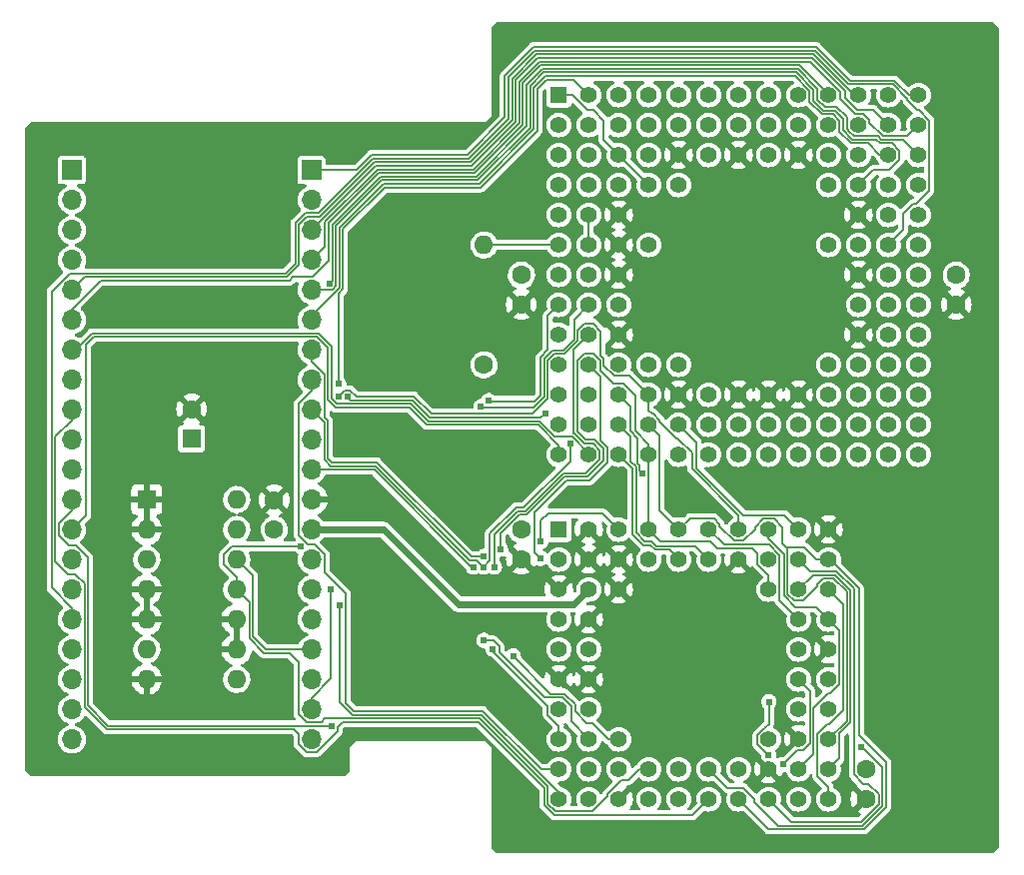
<source format=gbl>
G04 #@! TF.GenerationSoftware,KiCad,Pcbnew,(6.0.10-0)*
G04 #@! TF.CreationDate,2023-01-31T11:03:09+09:00*
G04 #@! TF.ProjectId,MEZ68030FPU,4d455a36-3830-4333-9046-50552e6b6963,A*
G04 #@! TF.SameCoordinates,PX5f5e100PY68e7780*
G04 #@! TF.FileFunction,Copper,L2,Bot*
G04 #@! TF.FilePolarity,Positive*
%FSLAX46Y46*%
G04 Gerber Fmt 4.6, Leading zero omitted, Abs format (unit mm)*
G04 Created by KiCad (PCBNEW (6.0.10-0)) date 2023-01-31 11:03:09*
%MOMM*%
%LPD*%
G01*
G04 APERTURE LIST*
G04 #@! TA.AperFunction,ComponentPad*
%ADD10C,1.600000*%
G04 #@! TD*
G04 #@! TA.AperFunction,ComponentPad*
%ADD11R,1.397000X1.397000*%
G04 #@! TD*
G04 #@! TA.AperFunction,ComponentPad*
%ADD12C,1.397000*%
G04 #@! TD*
G04 #@! TA.AperFunction,ComponentPad*
%ADD13O,1.600000X1.600000*%
G04 #@! TD*
G04 #@! TA.AperFunction,ComponentPad*
%ADD14R,1.600000X1.600000*%
G04 #@! TD*
G04 #@! TA.AperFunction,ComponentPad*
%ADD15R,1.700000X1.700000*%
G04 #@! TD*
G04 #@! TA.AperFunction,ComponentPad*
%ADD16O,1.700000X1.700000*%
G04 #@! TD*
G04 #@! TA.AperFunction,ViaPad*
%ADD17C,0.605000*%
G04 #@! TD*
G04 #@! TA.AperFunction,Conductor*
%ADD18C,0.152400*%
G04 #@! TD*
G04 #@! TA.AperFunction,Conductor*
%ADD19C,0.600000*%
G04 #@! TD*
G04 APERTURE END LIST*
D10*
X42545000Y49510000D03*
X42545000Y47010000D03*
D11*
X45720000Y64770000D03*
D12*
X48260000Y64770000D03*
X50800000Y64770000D03*
X53340000Y64770000D03*
X55880000Y64770000D03*
X58420000Y64770000D03*
X60960000Y64770000D03*
X63500000Y64770000D03*
X66040000Y64770000D03*
X68580000Y64770000D03*
X71120000Y64770000D03*
X73660000Y64770000D03*
X76200000Y64770000D03*
X45720000Y62230000D03*
X48260000Y62230000D03*
X50800000Y62230000D03*
X53340000Y62230000D03*
X55880000Y62230000D03*
X58420000Y62230000D03*
X60960000Y62230000D03*
X63500000Y62230000D03*
X66040000Y62230000D03*
X68580000Y62230000D03*
X71120000Y62230000D03*
X73660000Y62230000D03*
X76200000Y62230000D03*
X45720000Y59690000D03*
X48260000Y59690000D03*
X50800000Y59690000D03*
X53340000Y59690000D03*
X55880000Y59690000D03*
X58420000Y59690000D03*
X60960000Y59690000D03*
X63500000Y59690000D03*
X66040000Y59690000D03*
X68580000Y59690000D03*
X71120000Y59690000D03*
X73660000Y59690000D03*
X76200000Y59690000D03*
X45720000Y57150000D03*
X48260000Y57150000D03*
X50800000Y57150000D03*
X53340000Y57150000D03*
X55880000Y57150000D03*
X68580000Y57150000D03*
X71120000Y57150000D03*
X73660000Y57150000D03*
X76200000Y57150000D03*
X45720000Y54610000D03*
X48260000Y54610000D03*
X50800000Y54610000D03*
X71120000Y54610000D03*
X73660000Y54610000D03*
X76200000Y54610000D03*
X45720000Y52070000D03*
X48260000Y52070000D03*
X50800000Y52070000D03*
X53340000Y52070000D03*
X68580000Y52070000D03*
X71120000Y52070000D03*
X73660000Y52070000D03*
X76200000Y52070000D03*
X45720000Y49530000D03*
X48260000Y49530000D03*
X50800000Y49530000D03*
X71120000Y49530000D03*
X73660000Y49530000D03*
X76200000Y49530000D03*
X45720000Y46990000D03*
X48260000Y46990000D03*
X50800000Y46990000D03*
X71120000Y46990000D03*
X73660000Y46990000D03*
X76200000Y46990000D03*
X45720000Y44450000D03*
X48260000Y44450000D03*
X50800000Y44450000D03*
X71120000Y44450000D03*
X73660000Y44450000D03*
X76200000Y44450000D03*
X45720000Y41910000D03*
X48260000Y41910000D03*
X50800000Y41910000D03*
X53340000Y41910000D03*
X55880000Y41910000D03*
X68580000Y41910000D03*
X71120000Y41910000D03*
X73660000Y41910000D03*
X76200000Y41910000D03*
X45720000Y39370000D03*
X48260000Y39370000D03*
X50800000Y39370000D03*
X53340000Y39370000D03*
X55880000Y39370000D03*
X58420000Y39370000D03*
X60960000Y39370000D03*
X63500000Y39370000D03*
X66040000Y39370000D03*
X68580000Y39370000D03*
X71120000Y39370000D03*
X73660000Y39370000D03*
X76200000Y39370000D03*
X45720000Y36830000D03*
X48260000Y36830000D03*
X50800000Y36830000D03*
X53340000Y36830000D03*
X55880000Y36830000D03*
X58420000Y36830000D03*
X60960000Y36830000D03*
X63500000Y36830000D03*
X66040000Y36830000D03*
X68580000Y36830000D03*
X71120000Y36830000D03*
X73660000Y36830000D03*
X76200000Y36830000D03*
X45720000Y34290000D03*
X48260000Y34290000D03*
X50800000Y34290000D03*
X53340000Y34290000D03*
X55880000Y34290000D03*
X58420000Y34290000D03*
X60960000Y34290000D03*
X63500000Y34290000D03*
X66040000Y34290000D03*
X68580000Y34290000D03*
X71120000Y34290000D03*
X73660000Y34290000D03*
X76200000Y34290000D03*
D10*
X71755000Y7600000D03*
X71755000Y5100000D03*
X39370000Y41910000D03*
D13*
X39370000Y52070000D03*
D11*
X45720000Y27940000D03*
D12*
X48260000Y27940000D03*
X50800000Y27940000D03*
X53340000Y27940000D03*
X55880000Y27940000D03*
X58420000Y27940000D03*
X60960000Y27940000D03*
X63500000Y27940000D03*
X66040000Y27940000D03*
X68580000Y27940000D03*
X45720000Y25400000D03*
X48260000Y25400000D03*
X50800000Y25400000D03*
X53340000Y25400000D03*
X55880000Y25400000D03*
X58420000Y25400000D03*
X60960000Y25400000D03*
X63500000Y25400000D03*
X66040000Y25400000D03*
X68580000Y25400000D03*
X45720000Y22860000D03*
X48260000Y22860000D03*
X50800000Y22860000D03*
X63500000Y22860000D03*
X66040000Y22860000D03*
X68580000Y22860000D03*
X45720000Y20320000D03*
X48260000Y20320000D03*
X66040000Y20320000D03*
X68580000Y20320000D03*
X45720000Y17780000D03*
X48260000Y17780000D03*
X66040000Y17780000D03*
X68580000Y17780000D03*
X45720000Y15240000D03*
X48260000Y15240000D03*
X66040000Y15240000D03*
X68580000Y15240000D03*
X45720000Y12700000D03*
X48260000Y12700000D03*
X66040000Y12700000D03*
X68580000Y12700000D03*
X45720000Y10160000D03*
X48260000Y10160000D03*
X50800000Y10160000D03*
X63500000Y10160000D03*
X66040000Y10160000D03*
X68580000Y10160000D03*
X45720000Y7620000D03*
X48260000Y7620000D03*
X50800000Y7620000D03*
X53340000Y7620000D03*
X55880000Y7620000D03*
X58420000Y7620000D03*
X60960000Y7620000D03*
X63500000Y7620000D03*
X66040000Y7620000D03*
X68580000Y7620000D03*
X45720000Y5080000D03*
X48260000Y5080000D03*
X50800000Y5080000D03*
X53340000Y5080000D03*
X55880000Y5080000D03*
X58420000Y5080000D03*
X60960000Y5080000D03*
X63500000Y5080000D03*
X66040000Y5080000D03*
X68580000Y5080000D03*
D10*
X42545000Y27940000D03*
X42545000Y25440000D03*
D14*
X10795000Y30485000D03*
D13*
X10795000Y27945000D03*
X10795000Y25405000D03*
X10795000Y22865000D03*
X10795000Y20325000D03*
X10795000Y17785000D03*
X10795000Y15245000D03*
X18415000Y15245000D03*
X18415000Y17785000D03*
X18415000Y20325000D03*
X18415000Y22865000D03*
X18415000Y25405000D03*
X18415000Y27945000D03*
X18415000Y30485000D03*
D10*
X21590000Y27940000D03*
X21590000Y30440000D03*
X79395000Y49510000D03*
X79395000Y47010000D03*
D14*
X14605000Y35647620D03*
D10*
X14605000Y38147620D03*
D15*
X24765000Y58420000D03*
D16*
X24765000Y55880000D03*
X24765000Y53340000D03*
X24765000Y50800000D03*
X24765000Y48260000D03*
X24765000Y45720000D03*
X24765000Y43180000D03*
X24765000Y40640000D03*
X24765000Y38100000D03*
X24765000Y35560000D03*
X24765000Y33020000D03*
X24765000Y30480000D03*
X24765000Y27940000D03*
X24765000Y25400000D03*
X24765000Y22860000D03*
X24765000Y20320000D03*
X24765000Y17780000D03*
X24765000Y15240000D03*
X24765000Y12700000D03*
X24765000Y10160000D03*
D15*
X4445000Y58415000D03*
D16*
X4445000Y55875000D03*
X4445000Y53335000D03*
X4445000Y50795000D03*
X4445000Y48255000D03*
X4445000Y45715000D03*
X4445000Y43175000D03*
X4445000Y40635000D03*
X4445000Y38095000D03*
X4445000Y35555000D03*
X4445000Y33015000D03*
X4445000Y30475000D03*
X4445000Y27935000D03*
X4445000Y25395000D03*
X4445000Y22855000D03*
X4445000Y20315000D03*
X4445000Y17775000D03*
X4445000Y15235000D03*
X4445000Y12695000D03*
X4445000Y10155000D03*
D17*
X81915000Y31115000D03*
X31115000Y20320000D03*
X7620000Y52070000D03*
X43180000Y34925000D03*
X27305000Y29210000D03*
X21590000Y45720000D03*
X31750000Y46355000D03*
X29210000Y17780000D03*
X27305000Y8255000D03*
X1270000Y61595000D03*
X50800000Y31115000D03*
X66040000Y57150000D03*
X58420000Y57150000D03*
X27305000Y34925000D03*
X39370000Y30480000D03*
X31750000Y47625000D03*
X43180000Y53340000D03*
X20955000Y20320000D03*
X53340000Y22860000D03*
X60960000Y22860000D03*
X56515000Y31115000D03*
X62865000Y16510000D03*
X58420000Y41910000D03*
X7620000Y33020000D03*
X74930000Y63500000D03*
X41275000Y69850000D03*
X29210000Y15240000D03*
X50800000Y16510000D03*
X81915000Y69850000D03*
X42545000Y20320000D03*
X47625000Y31115000D03*
X60960000Y10160000D03*
X31750000Y45085000D03*
X43180000Y55880000D03*
X30480000Y24765000D03*
X53340000Y10160000D03*
X1270000Y8255000D03*
X66040000Y41910000D03*
X37465000Y52070000D03*
X81915000Y1270000D03*
X30480000Y29210000D03*
X66040000Y48260000D03*
X55880000Y48260000D03*
X38100000Y34925000D03*
X40640000Y1270000D03*
X37465000Y20320000D03*
X27305000Y30480000D03*
X27305000Y31750000D03*
X21590000Y52070000D03*
X7620000Y45720000D03*
X42545000Y11430000D03*
X71379809Y9530809D03*
X27797243Y39225200D03*
X44575100Y37789700D03*
X27033700Y39225700D03*
X26425300Y11312300D03*
X44172900Y26924000D03*
X63522700Y13343800D03*
X63500000Y8816100D03*
X40767000Y26289000D03*
X64694146Y8021881D03*
X40259000Y24765000D03*
X40132000Y17802600D03*
X26289000Y48790600D03*
X39348700Y25662000D03*
X39363746Y24768688D03*
X39370000Y18542000D03*
X46662800Y35272200D03*
X27142500Y21554500D03*
X38481000Y24765000D03*
X27051000Y40287400D03*
X41852309Y17226000D03*
X39116000Y38354000D03*
X26416000Y22860000D03*
X39751000Y38862000D03*
X52806800Y32714252D03*
X23860400Y26519500D03*
X44162158Y25512358D03*
D18*
X48641000Y63500000D02*
X48133000Y63500000D01*
X48260000Y52070000D02*
X48260000Y54610000D01*
X46863000Y64770000D02*
X45720000Y64770000D01*
X53340000Y57150000D02*
X50800000Y59690000D01*
X48133000Y63500000D02*
X46863000Y64770000D01*
X50800000Y59690000D02*
X49530000Y60960000D01*
X49530000Y60960000D02*
X49530000Y62611000D01*
X49530000Y62611000D02*
X48641000Y63500000D01*
X23686400Y50356400D02*
X22682200Y49352200D01*
X41757600Y62631912D02*
X38206088Y59080400D01*
X71120000Y64770000D02*
X70739000Y64770000D01*
X70307400Y65201600D02*
X70307400Y65215822D01*
X70307400Y65215822D02*
X67298822Y68224400D01*
X43813504Y68224400D02*
X41757600Y66168496D01*
X41757600Y66168496D02*
X41757600Y62631912D01*
X5542200Y49352200D02*
X4445000Y48255000D01*
X24382629Y54483000D02*
X23686400Y53786771D01*
X70739000Y64770000D02*
X70307400Y65201600D01*
X67298822Y68224400D02*
X43813504Y68224400D01*
X25476948Y54483000D02*
X24382629Y54483000D01*
X30074348Y59080400D02*
X25476948Y54483000D01*
X22682200Y49352200D02*
X5542200Y49352200D01*
X38206088Y59080400D02*
X30074348Y59080400D01*
X23686400Y53786771D02*
X23686400Y50356400D01*
X23176600Y49338600D02*
X22885400Y49047400D01*
X6883400Y49047400D02*
X4445000Y46609000D01*
X24828971Y49338600D02*
X23176600Y49338600D01*
X26212800Y53925696D02*
X26212800Y50722429D01*
X66104274Y67310000D02*
X44192260Y67310000D01*
X26212800Y50722429D02*
X24828971Y49338600D01*
X30453104Y58166000D02*
X26212800Y53925696D01*
X44192260Y67310000D02*
X42672000Y65789740D01*
X68580000Y64834274D02*
X66104274Y67310000D01*
X42672000Y62253156D02*
X38584844Y58166000D01*
X22885400Y49047400D02*
X6883400Y49047400D01*
X42672000Y65789740D02*
X42672000Y62253156D01*
X4445000Y46609000D02*
X4445000Y45715000D01*
X68580000Y64770000D02*
X68580000Y64834274D01*
X38584844Y58166000D02*
X30453104Y58166000D01*
X71458600Y2844800D02*
X64312500Y2844800D01*
X73137900Y7782000D02*
X73137900Y4524100D01*
X48260000Y34290000D02*
X48260000Y34426089D01*
X73137900Y4524100D02*
X71458600Y2844800D01*
X64312500Y2844800D02*
X62319200Y4838100D01*
X64427100Y21932900D02*
X66040000Y20320000D01*
X45389052Y35814000D02*
X44091552Y37111500D01*
X60032500Y6007500D02*
X58420000Y7620000D01*
X26900311Y38608000D02*
X26453200Y39055111D01*
X64427100Y25784018D02*
X64427100Y21932900D01*
X34670396Y37111500D02*
X33173896Y38608000D01*
X33173896Y38608000D02*
X26900311Y38608000D01*
X44091552Y37111500D02*
X34670396Y37111500D01*
X26453200Y43448223D02*
X25327223Y44574200D01*
X46872089Y35814000D02*
X45389052Y35814000D01*
X61382100Y6007500D02*
X60032500Y6007500D01*
X25327223Y44574200D02*
X6170148Y44574200D01*
X58420000Y27940000D02*
X59715900Y26644100D01*
X48260000Y34426089D02*
X46872089Y35814000D01*
X6170148Y44574200D02*
X4770948Y43175000D01*
X71379809Y9530809D02*
X71389091Y9530809D01*
X63567018Y26644100D02*
X64427100Y25784018D01*
X62319200Y5070400D02*
X61382100Y6007500D01*
X4770948Y43175000D02*
X4445000Y43175000D01*
X62319200Y4838100D02*
X62319200Y5070400D01*
X26453200Y39055111D02*
X26453200Y43448223D01*
X71389091Y9530809D02*
X73137900Y7782000D01*
X59715900Y26644100D02*
X63567018Y26644100D01*
X60586800Y27001500D02*
X59355300Y28233000D01*
X64680800Y26759200D02*
X64680800Y28134000D01*
X67644800Y23301200D02*
X68131600Y23788000D01*
X70116700Y11696700D02*
X68580000Y10160000D01*
X66551100Y26412900D02*
X65198200Y26412900D01*
X67564000Y25400000D02*
X66551100Y26412900D01*
X71146800Y22935700D02*
X68682500Y25400000D01*
X68131600Y23788000D02*
X68999700Y23788000D01*
X62338100Y27963700D02*
X61375900Y27001500D01*
X54229000Y29591000D02*
X55880000Y27940000D01*
X54267100Y35902900D02*
X54267100Y33905982D01*
X59355300Y28233000D02*
X59355300Y28391600D01*
X44201700Y37416300D02*
X44575100Y37789700D01*
X73442700Y4397200D02*
X73442700Y8222224D01*
X59355300Y28391600D02*
X58858400Y28888500D01*
X65675700Y21903400D02*
X66412900Y21903400D01*
X62338100Y28135100D02*
X62338100Y27963700D01*
X54267100Y33905982D02*
X54229000Y33867882D01*
X68580000Y25400000D02*
X67564000Y25400000D01*
X68999700Y23788000D02*
X70116700Y22671000D01*
X63070500Y28867500D02*
X62338100Y28135100D01*
X33300148Y38912800D02*
X34796648Y37416300D01*
X65024000Y26416000D02*
X65112600Y26327400D01*
X56828500Y28888500D02*
X55880000Y27940000D01*
X73442700Y8222224D02*
X71146800Y10518124D01*
X60960000Y5080000D02*
X63500000Y2540000D01*
X54229000Y33867882D02*
X54229000Y29591000D01*
X65112600Y22466500D02*
X65675700Y21903400D01*
X65112600Y26327400D02*
X65112600Y22466500D01*
X27797243Y39225200D02*
X28109643Y38912800D01*
X67644800Y23135300D02*
X67644800Y23301200D01*
X68682500Y25400000D02*
X68580000Y25400000D01*
X28109643Y38912800D02*
X33300148Y38912800D01*
X34796648Y37416300D02*
X44201700Y37416300D01*
X58858400Y28888500D02*
X56828500Y28888500D01*
X64680800Y28134000D02*
X63947300Y28867500D01*
X53340000Y36830000D02*
X54267100Y35902900D01*
X66412900Y21903400D02*
X67644800Y23135300D01*
X61375900Y27001500D02*
X60586800Y27001500D01*
X70116700Y22671000D02*
X70116700Y11696700D01*
X63947300Y28867500D02*
X63070500Y28867500D01*
X71585500Y2540000D02*
X73442700Y4397200D01*
X65027100Y26412900D02*
X64680800Y26759200D01*
X63500000Y2540000D02*
X71585500Y2540000D01*
X71146800Y10518124D02*
X71146800Y22935700D01*
X65198200Y26412900D02*
X65027100Y26412900D01*
X44488100Y4569730D02*
X44488100Y6043744D01*
X52276200Y27685500D02*
X52996500Y26965200D01*
X45354630Y3703200D02*
X44488100Y4569730D01*
X58420000Y5080000D02*
X57043200Y3703200D01*
X70421500Y22797800D02*
X69126200Y24093100D01*
X51816000Y35814000D02*
X51816000Y33717948D01*
X69126200Y24093100D02*
X67273100Y24093100D01*
X3031800Y35797800D02*
X4445000Y37211000D01*
X44488100Y6043744D02*
X38898644Y11633200D01*
X26956400Y10826029D02*
X25211771Y9081400D01*
X54017352Y26528700D02*
X57291300Y26528700D01*
X5524000Y23344000D02*
X4743000Y24125000D01*
X23686400Y9713229D02*
X23686400Y10606771D01*
X27381200Y11633200D02*
X26956400Y11208400D01*
X57043200Y3703200D02*
X45354630Y3703200D01*
X69507100Y8547100D02*
X69507100Y10656048D01*
X7407500Y11007500D02*
X5524000Y12891000D01*
X26956400Y11208400D02*
X26956400Y10826029D01*
X4743000Y24125000D02*
X4135400Y24125000D01*
X4135400Y24125000D02*
X3031800Y25228600D01*
X52276200Y33257748D02*
X52276200Y27685500D01*
X53580852Y26965200D02*
X54017352Y26528700D01*
X67273100Y24093100D02*
X66040000Y22860000D01*
X25211771Y9081400D02*
X24318229Y9081400D01*
X68580000Y7620000D02*
X69507100Y8547100D01*
X24318229Y9081400D02*
X23686400Y9713229D01*
X23285671Y11007500D02*
X7407500Y11007500D01*
X69507100Y10656048D02*
X70421500Y11570448D01*
X57291300Y26528700D02*
X58420000Y25400000D01*
X51816000Y33717948D02*
X52276200Y33257748D01*
X38898644Y11633200D02*
X27381200Y11633200D01*
X5524000Y12891000D02*
X5524000Y23344000D01*
X3031800Y25228600D02*
X3031800Y35797800D01*
X70421500Y11570448D02*
X70421500Y22797800D01*
X50800000Y36830000D02*
X51816000Y35814000D01*
X4445000Y37211000D02*
X4445000Y38095000D01*
X23686400Y10606771D02*
X23285671Y11007500D01*
X52996500Y26965200D02*
X53580852Y26965200D01*
X68580000Y22860000D02*
X69811900Y21628100D01*
X68500500Y11430000D02*
X67652500Y10582000D01*
X43466000Y37751000D02*
X44792900Y39077900D01*
X44792900Y39077900D02*
X44792900Y42294018D01*
X27564300Y39756300D02*
X28017232Y39756300D01*
X57023000Y33096948D02*
X57023000Y34458118D01*
X45336382Y42837500D02*
X46216448Y42837500D01*
X69811900Y12620100D02*
X68621800Y11430000D01*
X27033700Y39225700D02*
X27564300Y39756300D01*
X54267100Y37214018D02*
X53724018Y37757100D01*
X49529600Y41869282D02*
X50415982Y40982900D01*
X28555932Y39217600D02*
X33426400Y39217600D01*
X49276000Y42655752D02*
X49529600Y42402152D01*
X49529600Y42402152D02*
X49529600Y41869282D01*
X47875982Y45377100D02*
X48644018Y45377100D01*
X44792900Y42294018D02*
X45336382Y42837500D01*
X68580000Y6096000D02*
X68580000Y5080000D01*
X69811900Y21628100D02*
X69811900Y12620100D01*
X49276000Y44745118D02*
X49276000Y42655752D01*
X47332900Y43953952D02*
X47332900Y44834018D01*
X48644018Y45377100D02*
X49276000Y44745118D01*
X67652500Y10582000D02*
X67652500Y7023500D01*
X33426400Y39217600D02*
X34893000Y37751000D01*
X60960000Y27940000D02*
X60960000Y29159948D01*
X60960000Y29159948D02*
X57023000Y33096948D01*
X53340000Y38058882D02*
X53340000Y39370000D01*
X51727100Y40982900D02*
X53340000Y39370000D01*
X53724018Y37757100D02*
X53641782Y37757100D01*
X34893000Y37751000D02*
X43466000Y37751000D01*
X28017232Y39756300D02*
X28555932Y39217600D01*
X54267100Y37131782D02*
X54267100Y37214018D01*
X47332900Y44834018D02*
X47875982Y45377100D01*
X50415982Y40982900D02*
X51727100Y40982900D01*
X55711882Y35687000D02*
X54267100Y37131782D01*
X46216448Y42837500D02*
X47332900Y43953952D01*
X67652500Y7023500D02*
X68580000Y6096000D01*
X68621800Y11430000D02*
X68500500Y11430000D01*
X55794118Y35687000D02*
X55711882Y35687000D01*
X57023000Y34458118D02*
X55794118Y35687000D01*
X53641782Y37757100D02*
X53340000Y38058882D01*
X26425300Y11312300D02*
X7533752Y11312300D01*
X71331700Y3149600D02*
X72832700Y4650600D01*
X5828800Y25541200D02*
X4791600Y26578400D01*
X70726300Y7169000D02*
X70726300Y22924600D01*
X70726300Y22924600D02*
X69252700Y24398200D01*
X55056100Y26223900D02*
X55880000Y25400000D01*
X71962300Y6350000D02*
X71545300Y6350000D01*
X4445000Y29531000D02*
X4445000Y30475000D01*
X52917500Y26612500D02*
X53502500Y26612500D01*
X71545300Y6350000D02*
X70726300Y7169000D01*
X50800000Y34290000D02*
X51971400Y33118600D01*
X72832700Y5479600D02*
X71962300Y6350000D01*
X53891100Y26223900D02*
X55056100Y26223900D01*
X65430400Y3149600D02*
X71331700Y3149600D01*
X5828800Y13017252D02*
X5828800Y25541200D01*
X51971400Y27558600D02*
X52917500Y26612500D01*
X63500000Y5080000D02*
X65430400Y3149600D01*
X3337000Y27463400D02*
X3337000Y28423000D01*
X67041800Y24398200D02*
X66040000Y25400000D01*
X51971400Y33118600D02*
X51971400Y27558600D01*
X53502500Y26612500D02*
X53891100Y26223900D01*
X7533752Y11312300D02*
X5828800Y13017252D01*
X72832700Y4650600D02*
X72832700Y5479600D01*
X69252700Y24398200D02*
X67041800Y24398200D01*
X4791600Y26578400D02*
X4222000Y26578400D01*
X3337000Y28423000D02*
X4445000Y29531000D01*
X4222000Y26578400D02*
X3337000Y27463400D01*
X63500000Y27178000D02*
X64807500Y25870500D01*
X63500000Y27940000D02*
X63500000Y27178000D01*
X4445000Y27935000D02*
X5650152Y29140152D01*
X69507100Y19392900D02*
X69507100Y14855982D01*
X45720000Y35052000D02*
X45720000Y34290000D01*
X5650152Y43623152D02*
X6296100Y44269100D01*
X26148400Y38928859D02*
X26774059Y38303200D01*
X34544144Y36806700D02*
X43965300Y36806700D01*
X26774059Y38303200D02*
X33047644Y38303200D01*
X6296100Y44269100D02*
X25201271Y44269100D01*
X67310000Y12824200D02*
X67310000Y8890000D01*
X68710318Y14059200D02*
X68545000Y14059200D01*
X68580000Y20320000D02*
X69507100Y19392900D01*
X5650152Y29140152D02*
X5650152Y43623152D01*
X64807500Y22339300D02*
X65781500Y21365300D01*
X69507100Y14855982D02*
X68710318Y14059200D01*
X26148400Y43321971D02*
X26148400Y38928859D01*
X25201271Y44269100D02*
X26148400Y43321971D01*
X67534700Y21365300D02*
X68580000Y20320000D01*
X33047644Y38303200D02*
X34544144Y36806700D01*
X64807500Y25870500D02*
X64807500Y22339300D01*
X43965300Y36806700D02*
X45720000Y35052000D01*
X65781500Y21365300D02*
X67534700Y21365300D01*
X67310000Y8890000D02*
X66040000Y7620000D01*
X68545000Y14059200D02*
X67310000Y12824200D01*
X44172900Y28678900D02*
X44831000Y29337000D01*
X44831000Y29337000D02*
X49403000Y29337000D01*
X57397600Y33153400D02*
X61378700Y29172300D01*
X61378700Y29172300D02*
X64807700Y29172300D01*
X44172900Y26924000D02*
X44172900Y28678900D01*
X55880000Y36830000D02*
X57397600Y35312400D01*
X49403000Y29337000D02*
X50800000Y27940000D01*
X64807700Y29172300D02*
X66040000Y27940000D01*
X57397600Y35312400D02*
X57397600Y33153400D01*
X63157100Y11087100D02*
X63115982Y11087100D01*
X62572900Y25015982D02*
X63500000Y24088882D01*
X53340000Y27940000D02*
X53340000Y34290000D01*
X40767000Y27616661D02*
X42360339Y29210000D01*
X47988193Y35560000D02*
X47295300Y36252893D01*
X48732170Y35560000D02*
X47988193Y35560000D01*
X52222600Y36304100D02*
X53340000Y35186700D01*
X62572900Y10544018D02*
X62572900Y9743200D01*
X62572900Y25882600D02*
X62572900Y25015982D01*
X49517800Y34774370D02*
X48732170Y35560000D01*
X49224800Y41453200D02*
X50380900Y40297100D01*
X62116500Y26339000D02*
X62572900Y25882600D01*
X47871600Y42837400D02*
X48663300Y42837400D01*
X49517800Y33800000D02*
X49517800Y34774370D01*
X66416600Y9224800D02*
X67004800Y9813000D01*
X53340000Y27940000D02*
X54319600Y26960400D01*
X67004800Y14275200D02*
X66040000Y15240000D01*
X50380900Y40297100D02*
X51211100Y40297100D01*
X48138900Y32421100D02*
X49517800Y33800000D01*
X63522700Y13343800D02*
X63522700Y11452700D01*
X63522700Y11452700D02*
X63157100Y11087100D01*
X47295300Y36252893D02*
X47295300Y42261100D01*
X42360339Y29210000D02*
X43002948Y29210000D01*
X67004800Y9813000D02*
X67004800Y14275200D01*
X53340000Y35186700D02*
X53340000Y34290000D01*
X49224800Y42275900D02*
X49224800Y41453200D01*
X46214048Y32421100D02*
X48138900Y32421100D01*
X52222600Y39285600D02*
X52222600Y36304100D01*
X54319600Y26960400D02*
X58536400Y26960400D01*
X51211100Y40297100D02*
X52222600Y39285600D01*
X64694146Y8021881D02*
X65897065Y9224800D01*
X43002948Y29210000D02*
X46214048Y32421100D01*
X48663300Y42837400D02*
X49224800Y42275900D01*
X63115982Y11087100D02*
X62572900Y10544018D01*
X65897065Y9224800D02*
X66416600Y9224800D01*
X62572900Y9743200D02*
X63500000Y8816100D01*
X58536400Y26960400D02*
X59157800Y26339000D01*
X63500000Y24088882D02*
X63500000Y22860000D01*
X47295300Y42261100D02*
X47871600Y42837400D01*
X40767000Y26289000D02*
X40767000Y27616661D01*
X59157800Y26339000D02*
X62116500Y26339000D01*
X2726700Y48092300D02*
X2726700Y23000400D01*
X77127500Y62619000D02*
X76246500Y63500000D01*
X41452800Y62758164D02*
X38079836Y59385200D01*
X23381600Y50482652D02*
X22555948Y49657000D01*
X23381600Y53913023D02*
X23381600Y50482652D01*
X75976500Y55537600D02*
X77127500Y56688600D01*
X25364296Y54801400D02*
X24269977Y54801400D01*
X73660000Y52070000D02*
X74930100Y53340100D01*
X24269977Y54801400D02*
X23381600Y53913023D01*
X74044018Y65697100D02*
X70257174Y65697100D01*
X76120500Y63500000D02*
X75272600Y64347900D01*
X75778100Y55537600D02*
X75976500Y55537600D01*
X74930100Y54689600D02*
X75778100Y55537600D01*
X75272600Y64468518D02*
X74044018Y65697100D01*
X76246500Y63500000D02*
X76120500Y63500000D01*
X77127500Y56688600D02*
X77127500Y62619000D01*
X41452800Y66294748D02*
X41452800Y62758164D01*
X75272600Y64347900D02*
X75272600Y64468518D01*
X29948096Y59385200D02*
X25364296Y54801400D01*
X70257174Y65697100D02*
X67425074Y68529200D01*
X4291400Y49657000D02*
X2726700Y48092300D01*
X43687252Y68529200D02*
X41452800Y66294748D01*
X22555948Y49657000D02*
X4291400Y49657000D01*
X4445000Y21282100D02*
X4445000Y20315000D01*
X67425074Y68529200D02*
X43687252Y68529200D01*
X38079836Y59385200D02*
X29948096Y59385200D01*
X74930100Y53340100D02*
X74930100Y54689600D01*
X2726700Y23000400D02*
X4445000Y21282100D01*
X48012400Y32726300D02*
X49187100Y33901000D01*
X40235900Y27516613D02*
X42234087Y29514800D01*
X49187100Y34674018D02*
X48644018Y35217100D01*
X42234087Y29514800D02*
X42876696Y29514800D01*
X46990500Y43180500D02*
X48260000Y44450000D01*
X40132000Y17653000D02*
X44792900Y12992100D01*
X40235900Y24788100D02*
X40235900Y27516613D01*
X49187100Y33901000D02*
X49187100Y34674018D01*
X40259000Y24765000D02*
X40235900Y24788100D01*
X46998341Y36118800D02*
X46990500Y36118800D01*
X46088196Y32726300D02*
X48012400Y32726300D01*
X46990500Y36118800D02*
X46990500Y43180500D01*
X40132000Y17802600D02*
X40132000Y17653000D01*
X42876696Y29514800D02*
X46088196Y32726300D01*
X47900041Y35217100D02*
X46998341Y36118800D01*
X48644018Y35217100D02*
X47900041Y35217100D01*
X44792900Y12992100D02*
X44792900Y12230100D01*
X44792900Y12230100D02*
X45720000Y11303000D01*
X45720000Y11303000D02*
X45720000Y10160000D01*
X43561000Y68834000D02*
X41148000Y66421000D01*
X41148000Y66421000D02*
X41148000Y62884416D01*
X41148000Y62884416D02*
X37953584Y59690000D01*
X29821844Y59690000D02*
X28551844Y58420000D01*
X67551326Y68834000D02*
X43561000Y68834000D01*
X28551844Y58420000D02*
X24765000Y58420000D01*
X37953584Y59690000D02*
X29821844Y59690000D01*
X74170270Y66001900D02*
X70383426Y66001900D01*
X70383426Y66001900D02*
X67551326Y68834000D01*
X75402170Y64770000D02*
X74170270Y66001900D01*
X76200000Y64770000D02*
X75402170Y64770000D01*
X42062400Y66042244D02*
X42062400Y62505660D01*
X43939756Y67919600D02*
X42062400Y66042244D01*
X42062400Y62505660D02*
X38332340Y58775600D01*
X30200600Y58775600D02*
X24765000Y53340000D01*
X67172570Y67919600D02*
X43939756Y67919600D01*
X72390000Y63500000D02*
X71040500Y63500000D01*
X70002600Y65089570D02*
X67172570Y67919600D01*
X38332340Y58775600D02*
X30200600Y58775600D01*
X70002600Y64537900D02*
X70002600Y65089570D01*
X73660000Y62230000D02*
X72390000Y63500000D01*
X71040500Y63500000D02*
X70002600Y64537900D01*
X69589500Y65071618D02*
X67046318Y67614800D01*
X71538600Y63194800D02*
X70865400Y63194800D01*
X73190400Y61302500D02*
X72047500Y62445400D01*
X72047500Y62445400D02*
X72047500Y62685900D01*
X69589500Y64470700D02*
X69589500Y65071618D01*
X76200000Y62230000D02*
X75272500Y61302500D01*
X70865400Y63194800D02*
X69589500Y64470700D01*
X44066008Y67614800D02*
X42367200Y65915992D01*
X38458592Y58470800D02*
X30326852Y58470800D01*
X25908000Y54051948D02*
X25908000Y51943000D01*
X67046318Y67614800D02*
X44066008Y67614800D01*
X42367200Y62379408D02*
X38458592Y58470800D01*
X42367200Y65915992D02*
X42367200Y62379408D01*
X25908000Y51943000D02*
X24765000Y50800000D01*
X30326852Y58470800D02*
X25908000Y54051948D01*
X72047500Y62685900D02*
X71538600Y63194800D01*
X75272500Y61302500D02*
X73190400Y61302500D01*
X26822400Y48572911D02*
X26509489Y48260000D01*
X65851770Y66700400D02*
X44444764Y66700400D01*
X43281600Y65537236D02*
X43281600Y62000652D01*
X68145930Y63461900D02*
X67310000Y64297830D01*
X44444764Y66700400D02*
X43281600Y65537236D01*
X74587500Y59267900D02*
X74587500Y60078500D01*
X73739600Y58420000D02*
X74587500Y59267900D01*
X72390000Y58420000D02*
X73739600Y58420000D01*
X73973100Y60692900D02*
X72937896Y60692900D01*
X69811900Y62776100D02*
X69126100Y63461900D01*
X43281600Y62000652D02*
X38837348Y57556400D01*
X72937896Y60692900D02*
X72632696Y60998100D01*
X26509489Y48260000D02*
X24765000Y48260000D01*
X38837348Y57556400D02*
X30705608Y57556400D01*
X69811900Y61790648D02*
X69811900Y62776100D01*
X71120000Y57150000D02*
X72390000Y58420000D01*
X69126100Y63461900D02*
X68145930Y63461900D01*
X70604448Y60998100D02*
X69811900Y61790648D01*
X67310000Y64297830D02*
X67310000Y65242170D01*
X30705608Y57556400D02*
X26822400Y53673192D01*
X74587500Y60078500D02*
X73973100Y60692900D01*
X72632696Y60998100D02*
X70604448Y60998100D01*
X26822400Y53673192D02*
X26822400Y48572911D01*
X67310000Y65242170D02*
X65851770Y66700400D01*
X69494400Y61677096D02*
X69494400Y61833282D01*
X69494400Y61833282D02*
X69507100Y61845982D01*
X73660000Y59690000D02*
X72898000Y59690000D01*
X27127200Y53546940D02*
X27127200Y48446659D01*
X65725518Y66395600D02*
X44571016Y66395600D01*
X68964018Y63157100D02*
X68019678Y63157100D01*
X24765000Y46084459D02*
X24765000Y45720000D01*
X66967500Y64209278D02*
X66967500Y65153618D01*
X69507100Y62614018D02*
X68964018Y63157100D01*
X38963600Y57251600D02*
X30831860Y57251600D01*
X44571016Y66395600D02*
X43586400Y65410984D01*
X71894700Y60693300D02*
X70478196Y60693300D01*
X70478196Y60693300D02*
X69494400Y61677096D01*
X68019678Y63157100D02*
X66967500Y64209278D01*
X43586400Y65410984D02*
X43586400Y61874400D01*
X72898000Y59690000D02*
X71894700Y60693300D01*
X30831860Y57251600D02*
X27127200Y53546940D01*
X43586400Y61874400D02*
X38963600Y57251600D01*
X27127200Y48446659D02*
X24765000Y46084459D01*
X66967500Y65153618D02*
X65725518Y66395600D01*
X69507100Y61845982D02*
X69507100Y62614018D01*
X26517600Y53799444D02*
X30579356Y57861200D01*
X70358000Y61680882D02*
X70358000Y61675600D01*
X30317252Y33629600D02*
X38284852Y25662000D01*
X42976800Y65663488D02*
X44318512Y67005200D01*
X68272182Y63766700D02*
X69252352Y63766700D01*
X25843600Y37452452D02*
X26148400Y37147652D01*
X30579356Y57861200D02*
X38711096Y57861200D01*
X70116700Y61922182D02*
X70358000Y61680882D01*
X26289000Y48790600D02*
X26517600Y49019200D01*
X65978022Y67005200D02*
X67652600Y65330622D01*
X69252352Y63766700D02*
X70116700Y62902352D01*
X26491452Y33629600D02*
X30317252Y33629600D01*
X38711096Y57861200D02*
X42976800Y62126904D01*
X70116700Y62902352D02*
X70116700Y61922182D01*
X42976800Y62126904D02*
X42976800Y65663488D01*
X26148400Y33972652D02*
X26491452Y33629600D01*
X74892300Y60997700D02*
X76200000Y59690000D01*
X38284852Y25662000D02*
X39348700Y25662000D01*
X25843600Y41086771D02*
X25843600Y37452452D01*
X70730700Y61302900D02*
X72758948Y61302900D01*
X67652600Y65330622D02*
X67652600Y64935400D01*
X24765000Y42165371D02*
X25843600Y41086771D01*
X67652900Y64385982D02*
X68272182Y63766700D01*
X73064148Y60997700D02*
X74892300Y60997700D01*
X44318512Y67005200D02*
X65978022Y67005200D01*
X67652900Y64935100D02*
X67652900Y64385982D01*
X24765000Y43180000D02*
X24765000Y42165371D01*
X26517600Y49019200D02*
X26517600Y53799444D01*
X72758948Y61302900D02*
X73064148Y60997700D01*
X26148400Y37147652D02*
X26148400Y33972652D01*
X70358000Y61675600D02*
X70730700Y61302900D01*
X67652600Y64935400D02*
X67652900Y64935100D01*
X23677800Y32524100D02*
X23685200Y32516700D01*
X24450600Y26694400D02*
X24995971Y26694400D01*
X28346400Y12547600D02*
X39277400Y12547600D01*
X27673600Y22491400D02*
X27673600Y13220400D01*
X24995971Y26694400D02*
X25843600Y25846771D01*
X23685200Y27459800D02*
X24450600Y26694400D01*
X25843600Y25846771D02*
X25843600Y24321400D01*
X39277400Y12547600D02*
X44205000Y7620000D01*
X23685200Y32516700D02*
X23685200Y27459800D01*
X23677800Y38608800D02*
X23677800Y32524100D01*
X27673600Y13220400D02*
X28346400Y12547600D01*
X25843600Y24321400D02*
X27673600Y22491400D01*
X24765000Y40640000D02*
X24765000Y39696000D01*
X24765000Y39696000D02*
X23677800Y38608800D01*
X44205000Y7620000D02*
X45720000Y7620000D01*
X40663100Y18022589D02*
X40663100Y17552952D01*
X39370000Y18542000D02*
X40143689Y18542000D01*
X39879800Y25284742D02*
X39879800Y27591565D01*
X39363746Y24768688D02*
X38775234Y25357200D01*
X26365200Y33324800D02*
X25843600Y33846400D01*
X40663100Y17552952D02*
X44500052Y13716000D01*
X44500052Y13716000D02*
X46054400Y13716000D01*
X40143689Y18542000D02*
X40663100Y18022589D01*
X42750444Y29819600D02*
X46662800Y33731956D01*
X39879800Y27591565D02*
X42107835Y29819600D01*
X38775234Y25357200D02*
X38158600Y25357200D01*
X46765900Y13004500D02*
X46765900Y11654100D01*
X46662800Y33731956D02*
X46662800Y35272200D01*
X38158600Y25357200D02*
X30191000Y33324800D01*
X46765900Y11654100D02*
X48260000Y10160000D01*
X25843600Y33846400D02*
X25843600Y37021400D01*
X25843600Y37021400D02*
X24765000Y38100000D01*
X42107835Y29819600D02*
X42750444Y29819600D01*
X30191000Y33324800D02*
X26365200Y33324800D01*
X39363746Y24768688D02*
X39879800Y25284742D01*
X46054400Y13716000D02*
X46765900Y13004500D01*
X27142500Y21554500D02*
X27142500Y13320448D01*
X45720000Y5673948D02*
X45720000Y5080000D01*
X39151148Y12242800D02*
X45720000Y5673948D01*
X27142500Y13320448D02*
X28220148Y12242800D01*
X28220148Y12242800D02*
X39151148Y12242800D01*
X47093800Y13107652D02*
X47093800Y12509100D01*
X27432000Y48320407D02*
X27432000Y53420688D01*
X41852309Y17202691D02*
X45034200Y14020800D01*
X27051000Y40287400D02*
X27051000Y47939407D01*
X45034200Y14020800D02*
X46180652Y14020800D01*
X48550400Y11538100D02*
X49928500Y10160000D01*
X38319748Y24765000D02*
X30064748Y33020000D01*
X38481000Y24765000D02*
X38319748Y24765000D01*
X30958112Y56946800D02*
X39089852Y56946800D01*
X30064748Y33020000D02*
X24765000Y33020000D01*
X27432000Y53420688D02*
X30958112Y56946800D01*
X39089852Y56946800D02*
X43891200Y61748148D01*
X47093800Y12509100D02*
X48064800Y11538100D01*
X46180652Y14020800D02*
X47093800Y13107652D01*
X48064800Y11538100D02*
X48550400Y11538100D01*
X43891200Y61748148D02*
X43891200Y65284732D01*
X44697268Y66090800D02*
X46939200Y66090800D01*
X27051000Y47939407D02*
X27432000Y48320407D01*
X41852309Y17226000D02*
X41852309Y17202691D01*
X49928500Y10160000D02*
X50800000Y10160000D01*
X43891200Y65284732D02*
X44697268Y66090800D01*
X46939200Y66090800D02*
X48260000Y64770000D01*
D19*
X37211000Y21590000D02*
X46990000Y21590000D01*
X24765000Y27940000D02*
X30861000Y27940000D01*
X30861000Y27940000D02*
X37211000Y21590000D01*
X46990000Y21590000D02*
X48260000Y22860000D01*
D18*
X39169900Y38300100D02*
X43584048Y38300100D01*
X45210130Y43142300D02*
X46090196Y43142300D01*
X46090196Y43142300D02*
X47028100Y44080204D01*
X47028100Y44080204D02*
X47028100Y45758100D01*
X44488100Y39204152D02*
X44488100Y42420270D01*
X44488100Y42420270D02*
X45210130Y43142300D01*
X47028100Y45758100D02*
X48260000Y46990000D01*
X43584048Y38300100D02*
X44488100Y39204152D01*
X39116000Y38354000D02*
X39169900Y38300100D01*
X18415000Y25405000D02*
X19799848Y24020152D01*
X20878448Y17780000D02*
X24765000Y17780000D01*
X19799848Y18858600D02*
X20878448Y17780000D01*
X19799848Y24020152D02*
X19799848Y18858600D01*
X44183300Y42546522D02*
X44792900Y43156122D01*
X24765000Y13643900D02*
X24765000Y12700000D01*
X39751000Y38862000D02*
X39782300Y38830700D01*
X44792900Y43156122D02*
X44792900Y46062900D01*
X26416000Y15294900D02*
X24765000Y13643900D01*
X44183300Y39330404D02*
X44183300Y42546522D01*
X43683596Y38830700D02*
X44183300Y39330404D01*
X44792900Y46062900D02*
X45720000Y46990000D01*
X26416000Y22860000D02*
X26416000Y15294900D01*
X39782300Y38830700D02*
X43683596Y38830700D01*
X52806800Y32714252D02*
X52581000Y32940052D01*
X51764800Y36304000D02*
X51764800Y38405200D01*
X51764800Y38405200D02*
X50800000Y39370000D01*
X52390400Y35678400D02*
X51764800Y36304000D01*
X52581000Y33384000D02*
X52390400Y33574600D01*
X52581000Y32940052D02*
X52581000Y33384000D01*
X52390400Y33574600D02*
X52390400Y35678400D01*
X51023600Y6692500D02*
X49835100Y5504000D01*
X18415000Y23893900D02*
X17354700Y24954200D01*
X24318229Y11621400D02*
X23686400Y12253229D01*
X18415000Y22865000D02*
X18415000Y23893900D01*
X49835100Y5504000D02*
X49835100Y5330700D01*
X45396382Y4092500D02*
X44792900Y4695982D01*
X25591400Y11621400D02*
X24318229Y11621400D01*
X17354700Y25854900D02*
X18019300Y26519500D01*
X44792900Y6169996D02*
X39024896Y11938000D01*
X18019300Y26519500D02*
X23860400Y26519500D01*
X25908000Y11938000D02*
X25591400Y11621400D01*
X51577000Y6692500D02*
X51023600Y6692500D01*
X49835100Y5330700D02*
X48596900Y4092500D01*
X39370000Y52070000D02*
X45720000Y52070000D01*
X19495048Y21784952D02*
X18415000Y22865000D01*
X23686400Y12253229D02*
X23686400Y16699600D01*
X44792900Y4695982D02*
X44792900Y6169996D01*
X23686400Y16699600D02*
X22910800Y17475200D01*
X39024896Y11938000D02*
X25908000Y11938000D01*
X20701748Y17475200D02*
X19495048Y18681900D01*
X22910800Y17475200D02*
X20701748Y17475200D01*
X53340000Y7620000D02*
X52504500Y7620000D01*
X19495048Y18681900D02*
X19495048Y21784952D01*
X17354700Y24954200D02*
X17354700Y25854900D01*
X52504500Y7620000D02*
X51577000Y6692500D01*
X48596900Y4092500D02*
X45396382Y4092500D01*
X44162158Y25512358D02*
X43642300Y26032216D01*
X49276000Y40894000D02*
X48260000Y41910000D01*
X48325300Y32116300D02*
X49822600Y33613600D01*
X46340300Y32116300D02*
X48325300Y32116300D01*
X43642300Y26032216D02*
X43642300Y29418300D01*
X49276000Y35447222D02*
X49276000Y40894000D01*
X43642300Y29418300D02*
X46340300Y32116300D01*
X49822600Y33613600D02*
X49822600Y34900622D01*
X49822600Y34900622D02*
X49276000Y35447222D01*
G04 #@! TA.AperFunction,Conductor*
G36*
X82515931Y70979998D02*
G01*
X82536905Y70963095D01*
X82963095Y70536905D01*
X82997121Y70474593D01*
X83000000Y70447810D01*
X83000000Y1052190D01*
X82979998Y984069D01*
X82963095Y963095D01*
X82536905Y536905D01*
X82474593Y502879D01*
X82447810Y500000D01*
X40552190Y500000D01*
X40484069Y520002D01*
X40463095Y536905D01*
X40036905Y963095D01*
X40002879Y1025407D01*
X40000000Y1052190D01*
X40000000Y9500000D01*
X39500000Y10000000D01*
X28500000Y10000000D01*
X28000000Y9500000D01*
X28000000Y7552190D01*
X27979998Y7484069D01*
X27963095Y7463095D01*
X27536905Y7036905D01*
X27474593Y7002879D01*
X27447810Y7000000D01*
X1052190Y7000000D01*
X984069Y7020002D01*
X963095Y7036905D01*
X536905Y7463095D01*
X502879Y7525407D01*
X500000Y7552190D01*
X500000Y22986845D01*
X2295392Y22986845D01*
X2297084Y22977583D01*
X2297084Y22977574D01*
X2305363Y22932248D01*
X2306014Y22928340D01*
X2314256Y22873516D01*
X2317216Y22867352D01*
X2318445Y22860623D01*
X2344022Y22811385D01*
X2345779Y22807869D01*
X2365720Y22766341D01*
X2365722Y22766337D01*
X2369798Y22757850D01*
X2374441Y22752828D01*
X2377593Y22746759D01*
X2381674Y22741981D01*
X2416849Y22706806D01*
X2420278Y22703241D01*
X2456895Y22663629D01*
X2462987Y22660090D01*
X2468524Y22655131D01*
X3692855Y21430800D01*
X3726881Y21368488D01*
X3721816Y21297673D01*
X3686838Y21246973D01*
X3570457Y21144910D01*
X3433863Y20971640D01*
X3331131Y20776380D01*
X3306607Y20697399D01*
X3271233Y20583475D01*
X3265703Y20565667D01*
X3239770Y20346560D01*
X3254200Y20126396D01*
X3255621Y20120800D01*
X3255622Y20120795D01*
X3302074Y19937893D01*
X3308511Y19912548D01*
X3400883Y19712179D01*
X3528222Y19531998D01*
X3686264Y19378039D01*
X3691060Y19374834D01*
X3691063Y19374832D01*
X3810246Y19295197D01*
X3869717Y19255460D01*
X3875020Y19253182D01*
X3875023Y19253180D01*
X4065288Y19171436D01*
X4072436Y19168365D01*
X4078071Y19167090D01*
X4078074Y19167089D01*
X4079484Y19166770D01*
X4080083Y19166436D01*
X4083562Y19165306D01*
X4083340Y19164623D01*
X4141511Y19132228D01*
X4175016Y19069634D01*
X4169362Y18998863D01*
X4126344Y18942384D01*
X4095287Y18925665D01*
X3931376Y18865196D01*
X3931368Y18865192D01*
X3925957Y18863196D01*
X3920996Y18860244D01*
X3920995Y18860244D01*
X3741636Y18753536D01*
X3736341Y18750386D01*
X3570457Y18604910D01*
X3433863Y18431640D01*
X3331131Y18236380D01*
X3286511Y18092680D01*
X3271233Y18043475D01*
X3265703Y18025667D01*
X3239770Y17806560D01*
X3254200Y17586396D01*
X3255621Y17580800D01*
X3255622Y17580795D01*
X3296259Y17420790D01*
X3308511Y17372548D01*
X3310928Y17367306D01*
X3310928Y17367305D01*
X3318321Y17351269D01*
X3400883Y17172179D01*
X3528222Y16991998D01*
X3686264Y16838039D01*
X3691060Y16834834D01*
X3691063Y16834832D01*
X3792121Y16767308D01*
X3869717Y16715460D01*
X3875020Y16713182D01*
X3875023Y16713180D01*
X4065288Y16631436D01*
X4072436Y16628365D01*
X4078071Y16627090D01*
X4078074Y16627089D01*
X4079484Y16626770D01*
X4080083Y16626436D01*
X4083562Y16625306D01*
X4083340Y16624623D01*
X4141511Y16592228D01*
X4175016Y16529634D01*
X4169362Y16458863D01*
X4126344Y16402384D01*
X4095287Y16385665D01*
X3931376Y16325196D01*
X3931368Y16325192D01*
X3925957Y16323196D01*
X3920996Y16320244D01*
X3920995Y16320244D01*
X3741636Y16213536D01*
X3736341Y16210386D01*
X3570457Y16064910D01*
X3433863Y15891640D01*
X3331131Y15696380D01*
X3265703Y15485667D01*
X3239770Y15266560D01*
X3254200Y15046396D01*
X3255621Y15040800D01*
X3255622Y15040795D01*
X3300293Y14864905D01*
X3308511Y14832548D01*
X3400883Y14632179D01*
X3528222Y14451998D01*
X3686264Y14298039D01*
X3691060Y14294834D01*
X3691063Y14294832D01*
X3810246Y14215197D01*
X3869717Y14175460D01*
X3875020Y14173182D01*
X3875023Y14173180D01*
X3997251Y14120667D01*
X4072436Y14088365D01*
X4078071Y14087090D01*
X4078074Y14087089D01*
X4079484Y14086770D01*
X4080083Y14086436D01*
X4083562Y14085306D01*
X4083340Y14084623D01*
X4141511Y14052228D01*
X4175016Y13989634D01*
X4169362Y13918863D01*
X4126344Y13862384D01*
X4095287Y13845665D01*
X3931376Y13785196D01*
X3931368Y13785192D01*
X3925957Y13783196D01*
X3920996Y13780244D01*
X3920995Y13780244D01*
X3741636Y13673536D01*
X3736341Y13670386D01*
X3570457Y13524910D01*
X3433863Y13351640D01*
X3331131Y13156380D01*
X3265703Y12945667D01*
X3239770Y12726560D01*
X3254200Y12506396D01*
X3255621Y12500800D01*
X3255622Y12500795D01*
X3302074Y12317893D01*
X3308511Y12292548D01*
X3310928Y12287306D01*
X3310928Y12287305D01*
X3383909Y12128998D01*
X3400883Y12092179D01*
X3528222Y11911998D01*
X3686264Y11758039D01*
X3691060Y11754834D01*
X3691063Y11754832D01*
X3775261Y11698573D01*
X3869717Y11635460D01*
X3875020Y11633182D01*
X3875023Y11633180D01*
X3989472Y11584009D01*
X4072436Y11548365D01*
X4078071Y11547090D01*
X4078074Y11547089D01*
X4079484Y11546770D01*
X4080083Y11546436D01*
X4083562Y11545306D01*
X4083340Y11544623D01*
X4141511Y11512228D01*
X4175016Y11449634D01*
X4169362Y11378863D01*
X4126344Y11322384D01*
X4095287Y11305665D01*
X3931376Y11245196D01*
X3931368Y11245192D01*
X3925957Y11243196D01*
X3920996Y11240244D01*
X3920995Y11240244D01*
X3741636Y11133536D01*
X3736341Y11130386D01*
X3570457Y10984910D01*
X3433863Y10811640D01*
X3331131Y10616380D01*
X3265703Y10405667D01*
X3239770Y10186560D01*
X3254200Y9966396D01*
X3255621Y9960800D01*
X3255622Y9960795D01*
X3300464Y9784232D01*
X3308511Y9752548D01*
X3310928Y9747306D01*
X3310928Y9747305D01*
X3383909Y9588998D01*
X3400883Y9552179D01*
X3528222Y9371998D01*
X3686264Y9218039D01*
X3691060Y9214834D01*
X3691063Y9214832D01*
X3774344Y9159186D01*
X3869717Y9095460D01*
X3875020Y9093182D01*
X3875023Y9093180D01*
X4024139Y9029115D01*
X4072436Y9008365D01*
X4142496Y8992512D01*
X4281995Y8960946D01*
X4282001Y8960945D01*
X4287632Y8959671D01*
X4293403Y8959444D01*
X4293405Y8959444D01*
X4361211Y8956780D01*
X4508098Y8951009D01*
X4617275Y8966839D01*
X4720738Y8981840D01*
X4720743Y8981841D01*
X4726452Y8982669D01*
X4731916Y8984524D01*
X4731921Y8984525D01*
X4929907Y9051732D01*
X4929912Y9051734D01*
X4935379Y9053590D01*
X4948279Y9060814D01*
X5016711Y9099138D01*
X5127884Y9161398D01*
X5133305Y9165906D01*
X5293086Y9298796D01*
X5297518Y9302482D01*
X5380362Y9402090D01*
X5434908Y9467674D01*
X5434910Y9467677D01*
X5438602Y9472116D01*
X5510323Y9600183D01*
X5543586Y9659578D01*
X5543587Y9659580D01*
X5546410Y9664621D01*
X5548266Y9670088D01*
X5548268Y9670093D01*
X5615475Y9868079D01*
X5615476Y9868084D01*
X5617331Y9873548D01*
X5618159Y9879257D01*
X5618160Y9879262D01*
X5638628Y10020431D01*
X5648991Y10091902D01*
X5650643Y10155000D01*
X5630454Y10374711D01*
X5627546Y10385024D01*
X5596463Y10495234D01*
X5570565Y10587064D01*
X5472980Y10784947D01*
X5468807Y10790536D01*
X5344420Y10957109D01*
X5344420Y10957110D01*
X5340967Y10961733D01*
X5178949Y11111501D01*
X4992350Y11229236D01*
X4789955Y11309983D01*
X4734096Y11353804D01*
X4710795Y11420868D01*
X4727451Y11489883D01*
X4778775Y11538937D01*
X4796144Y11546326D01*
X4929907Y11591732D01*
X4929912Y11591734D01*
X4935379Y11593590D01*
X4943899Y11598361D01*
X5025589Y11644110D01*
X5127884Y11701398D01*
X5145961Y11716432D01*
X5293086Y11838796D01*
X5297518Y11842482D01*
X5336199Y11888990D01*
X5434908Y12007674D01*
X5434910Y12007677D01*
X5438602Y12012116D01*
X5486808Y12098194D01*
X5537542Y12147853D01*
X5607074Y12162201D01*
X5673325Y12136679D01*
X5685835Y12125720D01*
X7082577Y10728978D01*
X7092432Y10717888D01*
X7106270Y10700334D01*
X7106274Y10700330D01*
X7112104Y10692935D01*
X7119851Y10687581D01*
X7119853Y10687579D01*
X7157738Y10661396D01*
X7160950Y10659101D01*
X7205578Y10626138D01*
X7212029Y10623872D01*
X7217657Y10619983D01*
X7270613Y10603236D01*
X7274298Y10602006D01*
X7326641Y10583624D01*
X7333473Y10583356D01*
X7339995Y10581293D01*
X7346259Y10580800D01*
X7396030Y10580800D01*
X7400976Y10580703D01*
X7454852Y10578586D01*
X7461663Y10580392D01*
X7469077Y10580800D01*
X23056736Y10580800D01*
X23124857Y10560798D01*
X23145831Y10543895D01*
X23222795Y10466931D01*
X23256821Y10404619D01*
X23259700Y10377836D01*
X23259700Y9746039D01*
X23258827Y9731231D01*
X23255092Y9699674D01*
X23256784Y9690412D01*
X23256784Y9690403D01*
X23265063Y9645077D01*
X23265714Y9641169D01*
X23273956Y9586345D01*
X23276916Y9580181D01*
X23278145Y9573452D01*
X23303722Y9524214D01*
X23305479Y9520698D01*
X23325420Y9479170D01*
X23325422Y9479166D01*
X23329498Y9470679D01*
X23334141Y9465657D01*
X23337293Y9459588D01*
X23341374Y9454810D01*
X23376549Y9419635D01*
X23379978Y9416070D01*
X23416595Y9376458D01*
X23422687Y9372919D01*
X23428224Y9367960D01*
X23993306Y8802878D01*
X24003161Y8791788D01*
X24016999Y8774234D01*
X24017003Y8774230D01*
X24022833Y8766835D01*
X24030580Y8761481D01*
X24030582Y8761479D01*
X24054590Y8744886D01*
X24065656Y8737239D01*
X24068467Y8735296D01*
X24071679Y8733001D01*
X24116307Y8700038D01*
X24122758Y8697772D01*
X24128386Y8693883D01*
X24181342Y8677136D01*
X24185027Y8675906D01*
X24237370Y8657524D01*
X24244202Y8657256D01*
X24250724Y8655193D01*
X24256988Y8654700D01*
X24306759Y8654700D01*
X24311705Y8654603D01*
X24365581Y8652486D01*
X24372392Y8654292D01*
X24379806Y8654700D01*
X25178961Y8654700D01*
X25193769Y8653827D01*
X25225326Y8650092D01*
X25234588Y8651784D01*
X25234597Y8651784D01*
X25279923Y8660063D01*
X25283831Y8660714D01*
X25285860Y8661019D01*
X25338655Y8668956D01*
X25344819Y8671916D01*
X25351548Y8673145D01*
X25400786Y8698722D01*
X25404302Y8700479D01*
X25445830Y8720420D01*
X25445834Y8720422D01*
X25454321Y8724498D01*
X25459343Y8729141D01*
X25465412Y8732293D01*
X25470190Y8736374D01*
X25505365Y8771549D01*
X25508931Y8774979D01*
X25541627Y8805203D01*
X25548542Y8811595D01*
X25552081Y8817687D01*
X25557040Y8823224D01*
X27234922Y10501106D01*
X27246012Y10510961D01*
X27263566Y10524799D01*
X27263570Y10524803D01*
X27270965Y10530633D01*
X27302557Y10576344D01*
X27304790Y10579467D01*
X27337762Y10624108D01*
X27340027Y10630558D01*
X27343917Y10636186D01*
X27346755Y10645161D01*
X27346758Y10645166D01*
X27360644Y10689075D01*
X27361897Y10692832D01*
X27362613Y10694869D01*
X27374591Y10728978D01*
X27377157Y10736284D01*
X27377158Y10736287D01*
X27380277Y10745170D01*
X27380546Y10752006D01*
X27382607Y10758524D01*
X27383100Y10764788D01*
X27383100Y10814549D01*
X27383197Y10819495D01*
X27383675Y10831669D01*
X27385314Y10873381D01*
X27383508Y10880192D01*
X27383100Y10887607D01*
X27383100Y10979465D01*
X27403102Y11047586D01*
X27420005Y11068560D01*
X27521040Y11169595D01*
X27583352Y11203621D01*
X27610135Y11206500D01*
X38669709Y11206500D01*
X38737830Y11186498D01*
X38758804Y11169595D01*
X44024495Y5903904D01*
X44058521Y5841592D01*
X44061400Y5814809D01*
X44061400Y4602540D01*
X44060527Y4587732D01*
X44056792Y4556175D01*
X44058484Y4546913D01*
X44058484Y4546904D01*
X44066763Y4501578D01*
X44067414Y4497670D01*
X44075656Y4442846D01*
X44078616Y4436682D01*
X44079845Y4429953D01*
X44105422Y4380715D01*
X44107179Y4377199D01*
X44127120Y4335671D01*
X44127122Y4335667D01*
X44131198Y4327180D01*
X44135841Y4322158D01*
X44138993Y4316089D01*
X44143074Y4311311D01*
X44178249Y4276136D01*
X44181678Y4272571D01*
X44218295Y4232959D01*
X44224387Y4229420D01*
X44229924Y4224461D01*
X45029707Y3424678D01*
X45039562Y3413588D01*
X45053400Y3396034D01*
X45053404Y3396030D01*
X45059234Y3388635D01*
X45066981Y3383281D01*
X45066983Y3383279D01*
X45104868Y3357096D01*
X45108080Y3354801D01*
X45152708Y3321838D01*
X45159159Y3319572D01*
X45164787Y3315683D01*
X45217743Y3298936D01*
X45221428Y3297706D01*
X45273771Y3279324D01*
X45280603Y3279056D01*
X45287125Y3276993D01*
X45293389Y3276500D01*
X45343160Y3276500D01*
X45348106Y3276403D01*
X45401982Y3274286D01*
X45408793Y3276092D01*
X45416207Y3276500D01*
X57010390Y3276500D01*
X57025198Y3275627D01*
X57056755Y3271892D01*
X57066017Y3273584D01*
X57066026Y3273584D01*
X57111352Y3281863D01*
X57115260Y3282514D01*
X57117289Y3282819D01*
X57170084Y3290756D01*
X57176248Y3293716D01*
X57182977Y3294945D01*
X57232215Y3320522D01*
X57235731Y3322279D01*
X57277259Y3342220D01*
X57277263Y3342222D01*
X57285750Y3346298D01*
X57290772Y3350941D01*
X57296841Y3354093D01*
X57301619Y3358174D01*
X57336794Y3393349D01*
X57340360Y3396779D01*
X57373056Y3427003D01*
X57379971Y3433395D01*
X57383510Y3439487D01*
X57388469Y3445024D01*
X57988333Y4044888D01*
X58050645Y4078914D01*
X58116364Y4075626D01*
X58193653Y4050513D01*
X58397925Y4026155D01*
X58404060Y4026627D01*
X58404062Y4026627D01*
X58596897Y4041465D01*
X58596902Y4041466D01*
X58603038Y4041938D01*
X58608968Y4043594D01*
X58608970Y4043594D01*
X58702109Y4069599D01*
X58801180Y4097260D01*
X58810176Y4101804D01*
X58979301Y4187235D01*
X58979303Y4187236D01*
X58984802Y4190014D01*
X59146911Y4316668D01*
X59150937Y4321332D01*
X59150940Y4321335D01*
X59237486Y4421600D01*
X59281333Y4472397D01*
X59284376Y4477754D01*
X59284379Y4477758D01*
X59355264Y4602540D01*
X59382946Y4651269D01*
X59386893Y4663132D01*
X59426077Y4780924D01*
X59447882Y4846471D01*
X59473665Y5050568D01*
X59474076Y5080000D01*
X59454001Y5284738D01*
X59452220Y5290637D01*
X59452219Y5290642D01*
X59396323Y5475777D01*
X59394542Y5481677D01*
X59391649Y5487118D01*
X59300858Y5657871D01*
X59300856Y5657873D01*
X59297962Y5663317D01*
X59243256Y5730393D01*
X59171836Y5817963D01*
X59171833Y5817966D01*
X59167941Y5822738D01*
X59009432Y5953869D01*
X58828471Y6051714D01*
X58631951Y6112547D01*
X58625826Y6113191D01*
X58625825Y6113191D01*
X58433488Y6133406D01*
X58433486Y6133406D01*
X58427359Y6134050D01*
X58354750Y6127442D01*
X58228625Y6115964D01*
X58228622Y6115963D01*
X58222486Y6115405D01*
X58216580Y6113667D01*
X58216576Y6113666D01*
X58105278Y6080909D01*
X58025136Y6057322D01*
X57842827Y5962013D01*
X57682502Y5833109D01*
X57550268Y5675518D01*
X57547303Y5670124D01*
X57547298Y5670116D01*
X57543560Y5663317D01*
X57451161Y5495245D01*
X57388958Y5299155D01*
X57388272Y5293038D01*
X57388271Y5293034D01*
X57377348Y5195649D01*
X57366027Y5094717D01*
X57383241Y4889719D01*
X57384940Y4883795D01*
X57416942Y4772188D01*
X57416491Y4701193D01*
X57384918Y4648363D01*
X56903360Y4166805D01*
X56841048Y4132779D01*
X56814265Y4129900D01*
X56720905Y4129900D01*
X56652784Y4149902D01*
X56606291Y4203558D01*
X56596187Y4273832D01*
X56625524Y4338231D01*
X56697486Y4421600D01*
X56741333Y4472397D01*
X56744376Y4477754D01*
X56744379Y4477758D01*
X56815264Y4602540D01*
X56842946Y4651269D01*
X56846893Y4663132D01*
X56886077Y4780924D01*
X56907882Y4846471D01*
X56933665Y5050568D01*
X56934076Y5080000D01*
X56914001Y5284738D01*
X56912220Y5290637D01*
X56912219Y5290642D01*
X56856323Y5475777D01*
X56854542Y5481677D01*
X56851649Y5487118D01*
X56760858Y5657871D01*
X56760856Y5657873D01*
X56757962Y5663317D01*
X56703256Y5730393D01*
X56631836Y5817963D01*
X56631833Y5817966D01*
X56627941Y5822738D01*
X56469432Y5953869D01*
X56288471Y6051714D01*
X56091951Y6112547D01*
X56085826Y6113191D01*
X56085825Y6113191D01*
X55893488Y6133406D01*
X55893486Y6133406D01*
X55887359Y6134050D01*
X55814750Y6127442D01*
X55688625Y6115964D01*
X55688622Y6115963D01*
X55682486Y6115405D01*
X55676580Y6113667D01*
X55676576Y6113666D01*
X55565278Y6080909D01*
X55485136Y6057322D01*
X55302827Y5962013D01*
X55142502Y5833109D01*
X55010268Y5675518D01*
X55007303Y5670124D01*
X55007298Y5670116D01*
X55003560Y5663317D01*
X54911161Y5495245D01*
X54848958Y5299155D01*
X54848272Y5293038D01*
X54848271Y5293034D01*
X54837348Y5195649D01*
X54826027Y5094717D01*
X54843241Y4889719D01*
X54866133Y4809885D01*
X54896720Y4703217D01*
X54899945Y4691969D01*
X54902760Y4686492D01*
X54902761Y4686489D01*
X54968847Y4557900D01*
X54993979Y4508998D01*
X55121761Y4347777D01*
X55126455Y4343782D01*
X55126798Y4343427D01*
X55159730Y4280531D01*
X55153430Y4209814D01*
X55109898Y4153729D01*
X55036161Y4129900D01*
X54180905Y4129900D01*
X54112784Y4149902D01*
X54066291Y4203558D01*
X54056187Y4273832D01*
X54085524Y4338231D01*
X54157486Y4421600D01*
X54201333Y4472397D01*
X54204376Y4477754D01*
X54204379Y4477758D01*
X54275264Y4602540D01*
X54302946Y4651269D01*
X54306893Y4663132D01*
X54346077Y4780924D01*
X54367882Y4846471D01*
X54393665Y5050568D01*
X54394076Y5080000D01*
X54374001Y5284738D01*
X54372220Y5290637D01*
X54372219Y5290642D01*
X54316323Y5475777D01*
X54314542Y5481677D01*
X54311649Y5487118D01*
X54220858Y5657871D01*
X54220856Y5657873D01*
X54217962Y5663317D01*
X54163256Y5730393D01*
X54091836Y5817963D01*
X54091833Y5817966D01*
X54087941Y5822738D01*
X53929432Y5953869D01*
X53748471Y6051714D01*
X53551951Y6112547D01*
X53545826Y6113191D01*
X53545825Y6113191D01*
X53353488Y6133406D01*
X53353486Y6133406D01*
X53347359Y6134050D01*
X53274750Y6127442D01*
X53148625Y6115964D01*
X53148622Y6115963D01*
X53142486Y6115405D01*
X53136580Y6113667D01*
X53136576Y6113666D01*
X53025278Y6080909D01*
X52945136Y6057322D01*
X52762827Y5962013D01*
X52602502Y5833109D01*
X52470268Y5675518D01*
X52467303Y5670124D01*
X52467298Y5670116D01*
X52463560Y5663317D01*
X52371161Y5495245D01*
X52308958Y5299155D01*
X52308272Y5293038D01*
X52308271Y5293034D01*
X52297348Y5195649D01*
X52286027Y5094717D01*
X52303241Y4889719D01*
X52326133Y4809885D01*
X52356720Y4703217D01*
X52359945Y4691969D01*
X52362760Y4686492D01*
X52362761Y4686489D01*
X52428847Y4557900D01*
X52453979Y4508998D01*
X52581761Y4347777D01*
X52586455Y4343782D01*
X52586798Y4343427D01*
X52619730Y4280531D01*
X52613430Y4209814D01*
X52569898Y4153729D01*
X52496161Y4129900D01*
X51847842Y4129900D01*
X51779721Y4149902D01*
X51733228Y4203558D01*
X51723124Y4273832D01*
X51750968Y4336469D01*
X51794870Y4389255D01*
X51801393Y4398748D01*
X51904091Y4582127D01*
X51908773Y4592642D01*
X51976334Y4791672D01*
X51979019Y4802855D01*
X52009475Y5012912D01*
X52010105Y5020295D01*
X52011572Y5076296D01*
X52011329Y5083695D01*
X51991908Y5295055D01*
X51989811Y5306370D01*
X51932758Y5508664D01*
X51928636Y5519403D01*
X51835671Y5707917D01*
X51829665Y5717719D01*
X51826510Y5721944D01*
X51815251Y5730393D01*
X51802835Y5723623D01*
X50889095Y4809884D01*
X50826783Y4775859D01*
X50755967Y4780924D01*
X50710905Y4809885D01*
X50529885Y4990905D01*
X50495859Y5053217D01*
X50500924Y5124032D01*
X50529884Y5169095D01*
X51441698Y6080909D01*
X51449311Y6094852D01*
X51446980Y6127442D01*
X51462072Y6196816D01*
X51512274Y6247018D01*
X51571896Y6258548D01*
X51571787Y6262003D01*
X51581204Y6262299D01*
X51590555Y6261192D01*
X51599817Y6262884D01*
X51599826Y6262884D01*
X51645152Y6271163D01*
X51649060Y6271814D01*
X51651089Y6272119D01*
X51703884Y6280056D01*
X51710048Y6283016D01*
X51716777Y6284245D01*
X51766015Y6309822D01*
X51769531Y6311579D01*
X51811059Y6331520D01*
X51811063Y6331522D01*
X51819550Y6335598D01*
X51824572Y6340241D01*
X51830641Y6343393D01*
X51835419Y6347474D01*
X51870594Y6382649D01*
X51874160Y6386079D01*
X51877171Y6388862D01*
X51913771Y6422695D01*
X51917310Y6428787D01*
X51922269Y6434324D01*
X52390663Y6902718D01*
X52452975Y6936744D01*
X52523790Y6931679D01*
X52572693Y6896112D01*
X52573653Y6897039D01*
X52577932Y6892608D01*
X52581761Y6887777D01*
X52738425Y6754446D01*
X52743803Y6751440D01*
X52743805Y6751439D01*
X52775352Y6733808D01*
X52918002Y6654084D01*
X53113653Y6590513D01*
X53317925Y6566155D01*
X53324060Y6566627D01*
X53324062Y6566627D01*
X53516897Y6581465D01*
X53516902Y6581466D01*
X53523038Y6581938D01*
X53528968Y6583594D01*
X53528970Y6583594D01*
X53636002Y6613478D01*
X53721180Y6637260D01*
X53726680Y6640038D01*
X53899301Y6727235D01*
X53899306Y6727238D01*
X53904802Y6730014D01*
X54066911Y6856668D01*
X54070937Y6861332D01*
X54070940Y6861335D01*
X54150416Y6953409D01*
X54201333Y7012397D01*
X54204376Y7017754D01*
X54204379Y7017758D01*
X54254889Y7106673D01*
X54302946Y7191269D01*
X54316557Y7232183D01*
X54355851Y7350305D01*
X54367882Y7386471D01*
X54393665Y7590568D01*
X54394076Y7620000D01*
X54392633Y7634717D01*
X54826027Y7634717D01*
X54843241Y7429719D01*
X54852762Y7396516D01*
X54894428Y7251210D01*
X54899945Y7231969D01*
X54902760Y7226492D01*
X54902761Y7226489D01*
X54923056Y7186999D01*
X54993979Y7048998D01*
X55121761Y6887777D01*
X55278425Y6754446D01*
X55283803Y6751440D01*
X55283805Y6751439D01*
X55315352Y6733808D01*
X55458002Y6654084D01*
X55653653Y6590513D01*
X55857925Y6566155D01*
X55864060Y6566627D01*
X55864062Y6566627D01*
X56056897Y6581465D01*
X56056902Y6581466D01*
X56063038Y6581938D01*
X56068968Y6583594D01*
X56068970Y6583594D01*
X56176002Y6613478D01*
X56261180Y6637260D01*
X56266680Y6640038D01*
X56439301Y6727235D01*
X56439306Y6727238D01*
X56444802Y6730014D01*
X56606911Y6856668D01*
X56610937Y6861332D01*
X56610940Y6861335D01*
X56690416Y6953409D01*
X56741333Y7012397D01*
X56744376Y7017754D01*
X56744379Y7017758D01*
X56794889Y7106673D01*
X56842946Y7191269D01*
X56856557Y7232183D01*
X56895851Y7350305D01*
X56907882Y7386471D01*
X56933665Y7590568D01*
X56934076Y7620000D01*
X56914001Y7824738D01*
X56912220Y7830638D01*
X56912219Y7830642D01*
X56861633Y7998189D01*
X56854542Y8021677D01*
X56850771Y8028769D01*
X56760858Y8197871D01*
X56760856Y8197873D01*
X56757962Y8203317D01*
X56698450Y8276286D01*
X56631836Y8357963D01*
X56631833Y8357966D01*
X56627941Y8362738D01*
X56605660Y8381171D01*
X56507916Y8462032D01*
X56469432Y8493869D01*
X56288471Y8591714D01*
X56091951Y8652547D01*
X56085826Y8653191D01*
X56085825Y8653191D01*
X55893488Y8673406D01*
X55893486Y8673406D01*
X55887359Y8674050D01*
X55801851Y8666268D01*
X55688625Y8655964D01*
X55688622Y8655963D01*
X55682486Y8655405D01*
X55676580Y8653667D01*
X55676576Y8653666D01*
X55578512Y8624804D01*
X55485136Y8597322D01*
X55302827Y8502013D01*
X55142502Y8373109D01*
X55010268Y8215518D01*
X55007299Y8210117D01*
X55007298Y8210116D01*
X55000566Y8197871D01*
X54911161Y8035245D01*
X54848958Y7839155D01*
X54848272Y7833038D01*
X54848271Y7833034D01*
X54842076Y7777802D01*
X54826027Y7634717D01*
X54392633Y7634717D01*
X54374001Y7824738D01*
X54372220Y7830638D01*
X54372219Y7830642D01*
X54321633Y7998189D01*
X54314542Y8021677D01*
X54310771Y8028769D01*
X54220858Y8197871D01*
X54220856Y8197873D01*
X54217962Y8203317D01*
X54158450Y8276286D01*
X54091836Y8357963D01*
X54091833Y8357966D01*
X54087941Y8362738D01*
X54065660Y8381171D01*
X53967916Y8462032D01*
X53929432Y8493869D01*
X53748471Y8591714D01*
X53551951Y8652547D01*
X53545826Y8653191D01*
X53545825Y8653191D01*
X53353488Y8673406D01*
X53353486Y8673406D01*
X53347359Y8674050D01*
X53261851Y8666268D01*
X53148625Y8655964D01*
X53148622Y8655963D01*
X53142486Y8655405D01*
X53136580Y8653667D01*
X53136576Y8653666D01*
X53038512Y8624804D01*
X52945136Y8597322D01*
X52762827Y8502013D01*
X52602502Y8373109D01*
X52470268Y8215518D01*
X52388455Y8066702D01*
X52386769Y8063635D01*
X52334440Y8012524D01*
X52315485Y8002678D01*
X52311969Y8000921D01*
X52270441Y7980980D01*
X52270437Y7980978D01*
X52261950Y7976902D01*
X52256928Y7972259D01*
X52250859Y7969107D01*
X52246081Y7965026D01*
X52210906Y7929851D01*
X52207341Y7926422D01*
X52167729Y7889805D01*
X52164190Y7883713D01*
X52159231Y7878176D01*
X52045271Y7764216D01*
X51982959Y7730190D01*
X51912144Y7735255D01*
X51855308Y7777802D01*
X51834356Y7824845D01*
X51834001Y7824738D01*
X51833154Y7827542D01*
X51832219Y7830642D01*
X51781633Y7998189D01*
X51774542Y8021677D01*
X51770771Y8028769D01*
X51680858Y8197871D01*
X51680856Y8197873D01*
X51677962Y8203317D01*
X51618450Y8276286D01*
X51551836Y8357963D01*
X51551833Y8357966D01*
X51547941Y8362738D01*
X51525660Y8381171D01*
X51427916Y8462032D01*
X51389432Y8493869D01*
X51208471Y8591714D01*
X51011951Y8652547D01*
X51005826Y8653191D01*
X51005825Y8653191D01*
X50813488Y8673406D01*
X50813486Y8673406D01*
X50807359Y8674050D01*
X50721851Y8666268D01*
X50608625Y8655964D01*
X50608622Y8655963D01*
X50602486Y8655405D01*
X50596580Y8653667D01*
X50596576Y8653666D01*
X50498512Y8624804D01*
X50405136Y8597322D01*
X50222827Y8502013D01*
X50062502Y8373109D01*
X49930268Y8215518D01*
X49927299Y8210117D01*
X49927298Y8210116D01*
X49920566Y8197871D01*
X49831161Y8035245D01*
X49768958Y7839155D01*
X49768272Y7833038D01*
X49768271Y7833034D01*
X49762076Y7777802D01*
X49746027Y7634717D01*
X49763241Y7429719D01*
X49772762Y7396516D01*
X49814428Y7251210D01*
X49819945Y7231969D01*
X49822760Y7226492D01*
X49822761Y7226489D01*
X49843056Y7186999D01*
X49913979Y7048998D01*
X50041761Y6887777D01*
X50198425Y6754446D01*
X50234970Y6734022D01*
X50284676Y6683328D01*
X50299083Y6613809D01*
X50273619Y6547536D01*
X50262594Y6534939D01*
X49556578Y5828923D01*
X49545488Y5819068D01*
X49527934Y5805230D01*
X49527930Y5805226D01*
X49520535Y5799396D01*
X49488943Y5753685D01*
X49486710Y5750562D01*
X49453738Y5705921D01*
X49451473Y5699471D01*
X49447583Y5693843D01*
X49444745Y5684868D01*
X49444742Y5684863D01*
X49430856Y5640954D01*
X49429615Y5637232D01*
X49422561Y5617145D01*
X49414342Y5593742D01*
X49372897Y5536097D01*
X49306867Y5510010D01*
X49237215Y5523763D01*
X49184209Y5576340D01*
X49140860Y5657867D01*
X49140859Y5657868D01*
X49137962Y5663317D01*
X49083256Y5730393D01*
X49011836Y5817963D01*
X49011833Y5817966D01*
X49007941Y5822738D01*
X48849432Y5953869D01*
X48668471Y6051714D01*
X48471951Y6112547D01*
X48465826Y6113191D01*
X48465825Y6113191D01*
X48273488Y6133406D01*
X48273486Y6133406D01*
X48267359Y6134050D01*
X48194750Y6127442D01*
X48068625Y6115964D01*
X48068622Y6115963D01*
X48062486Y6115405D01*
X48056580Y6113667D01*
X48056576Y6113666D01*
X47945278Y6080909D01*
X47865136Y6057322D01*
X47682827Y5962013D01*
X47522502Y5833109D01*
X47390268Y5675518D01*
X47387303Y5670124D01*
X47387298Y5670116D01*
X47383560Y5663317D01*
X47291161Y5495245D01*
X47228958Y5299155D01*
X47228272Y5293038D01*
X47228271Y5293034D01*
X47217348Y5195649D01*
X47206027Y5094717D01*
X47223241Y4889719D01*
X47279945Y4691969D01*
X47280876Y4690157D01*
X47287222Y4620878D01*
X47254447Y4557900D01*
X47192826Y4522638D01*
X47163592Y4519200D01*
X46813716Y4519200D01*
X46745595Y4539202D01*
X46699102Y4592858D01*
X46688998Y4663132D01*
X46694158Y4684972D01*
X46726077Y4780924D01*
X46747882Y4846471D01*
X46773665Y5050568D01*
X46774076Y5080000D01*
X46754001Y5284738D01*
X46752220Y5290637D01*
X46752219Y5290642D01*
X46696323Y5475777D01*
X46694542Y5481677D01*
X46691649Y5487118D01*
X46600858Y5657871D01*
X46600856Y5657873D01*
X46597962Y5663317D01*
X46543256Y5730393D01*
X46471836Y5817963D01*
X46471833Y5817966D01*
X46467941Y5822738D01*
X46309432Y5953869D01*
X46128471Y6051714D01*
X45931951Y6112547D01*
X45923693Y6113415D01*
X45922656Y6113841D01*
X45919784Y6114431D01*
X45919896Y6114977D01*
X45858036Y6140424D01*
X45847763Y6149630D01*
X45644000Y6353393D01*
X45609974Y6415705D01*
X45615039Y6486520D01*
X45657586Y6543356D01*
X45723428Y6568117D01*
X45896897Y6581465D01*
X45896902Y6581466D01*
X45903038Y6581938D01*
X45908968Y6583594D01*
X45908970Y6583594D01*
X46016002Y6613478D01*
X46101180Y6637260D01*
X46106680Y6640038D01*
X46279301Y6727235D01*
X46279306Y6727238D01*
X46284802Y6730014D01*
X46446911Y6856668D01*
X46450937Y6861332D01*
X46450940Y6861335D01*
X46530416Y6953409D01*
X46581333Y7012397D01*
X46584376Y7017754D01*
X46584379Y7017758D01*
X46634889Y7106673D01*
X46682946Y7191269D01*
X46696557Y7232183D01*
X46735851Y7350305D01*
X46747882Y7386471D01*
X46773665Y7590568D01*
X46774076Y7620000D01*
X46772633Y7634717D01*
X47206027Y7634717D01*
X47223241Y7429719D01*
X47232762Y7396516D01*
X47274428Y7251210D01*
X47279945Y7231969D01*
X47282760Y7226492D01*
X47282761Y7226489D01*
X47303056Y7186999D01*
X47373979Y7048998D01*
X47501761Y6887777D01*
X47658425Y6754446D01*
X47663803Y6751440D01*
X47663805Y6751439D01*
X47695352Y6733808D01*
X47838002Y6654084D01*
X48033653Y6590513D01*
X48237925Y6566155D01*
X48244060Y6566627D01*
X48244062Y6566627D01*
X48436897Y6581465D01*
X48436902Y6581466D01*
X48443038Y6581938D01*
X48448968Y6583594D01*
X48448970Y6583594D01*
X48556002Y6613478D01*
X48641180Y6637260D01*
X48646680Y6640038D01*
X48819301Y6727235D01*
X48819306Y6727238D01*
X48824802Y6730014D01*
X48986911Y6856668D01*
X48990937Y6861332D01*
X48990940Y6861335D01*
X49070416Y6953409D01*
X49121333Y7012397D01*
X49124376Y7017754D01*
X49124379Y7017758D01*
X49174889Y7106673D01*
X49222946Y7191269D01*
X49236557Y7232183D01*
X49275851Y7350305D01*
X49287882Y7386471D01*
X49313665Y7590568D01*
X49314076Y7620000D01*
X49294001Y7824738D01*
X49292220Y7830638D01*
X49292219Y7830642D01*
X49241633Y7998189D01*
X49234542Y8021677D01*
X49230771Y8028769D01*
X49140858Y8197871D01*
X49140856Y8197873D01*
X49137962Y8203317D01*
X49078450Y8276286D01*
X49011836Y8357963D01*
X49011833Y8357966D01*
X49007941Y8362738D01*
X48985660Y8381171D01*
X48887916Y8462032D01*
X48849432Y8493869D01*
X48668471Y8591714D01*
X48471951Y8652547D01*
X48465826Y8653191D01*
X48465825Y8653191D01*
X48273488Y8673406D01*
X48273486Y8673406D01*
X48267359Y8674050D01*
X48181851Y8666268D01*
X48068625Y8655964D01*
X48068622Y8655963D01*
X48062486Y8655405D01*
X48056580Y8653667D01*
X48056576Y8653666D01*
X47958512Y8624804D01*
X47865136Y8597322D01*
X47682827Y8502013D01*
X47522502Y8373109D01*
X47390268Y8215518D01*
X47387299Y8210117D01*
X47387298Y8210116D01*
X47380566Y8197871D01*
X47291161Y8035245D01*
X47228958Y7839155D01*
X47228272Y7833038D01*
X47228271Y7833034D01*
X47222076Y7777802D01*
X47206027Y7634717D01*
X46772633Y7634717D01*
X46754001Y7824738D01*
X46752220Y7830638D01*
X46752219Y7830642D01*
X46701633Y7998189D01*
X46694542Y8021677D01*
X46690771Y8028769D01*
X46600858Y8197871D01*
X46600856Y8197873D01*
X46597962Y8203317D01*
X46538450Y8276286D01*
X46471836Y8357963D01*
X46471833Y8357966D01*
X46467941Y8362738D01*
X46445660Y8381171D01*
X46347916Y8462032D01*
X46309432Y8493869D01*
X46128471Y8591714D01*
X45931951Y8652547D01*
X45925826Y8653191D01*
X45925825Y8653191D01*
X45733488Y8673406D01*
X45733486Y8673406D01*
X45727359Y8674050D01*
X45641851Y8666268D01*
X45528625Y8655964D01*
X45528622Y8655963D01*
X45522486Y8655405D01*
X45516580Y8653667D01*
X45516576Y8653666D01*
X45418512Y8624804D01*
X45325136Y8597322D01*
X45142827Y8502013D01*
X44982502Y8373109D01*
X44850268Y8215518D01*
X44793356Y8111996D01*
X44743013Y8061940D01*
X44682944Y8046700D01*
X44433935Y8046700D01*
X44365814Y8066702D01*
X44344840Y8083605D01*
X39602323Y12826122D01*
X39592468Y12837212D01*
X39578630Y12854766D01*
X39578626Y12854770D01*
X39572796Y12862165D01*
X39527085Y12893757D01*
X39523962Y12895990D01*
X39479321Y12928962D01*
X39472871Y12931227D01*
X39467243Y12935117D01*
X39458268Y12937955D01*
X39458263Y12937958D01*
X39414354Y12951844D01*
X39410613Y12953092D01*
X39395179Y12958512D01*
X39367145Y12968357D01*
X39367142Y12968358D01*
X39358259Y12971477D01*
X39351423Y12971746D01*
X39344905Y12973807D01*
X39338641Y12974300D01*
X39288880Y12974300D01*
X39283934Y12974397D01*
X39283656Y12974408D01*
X39230048Y12976514D01*
X39223237Y12974708D01*
X39215822Y12974300D01*
X28575335Y12974300D01*
X28507214Y12994302D01*
X28486239Y13011205D01*
X28137204Y13360241D01*
X28103179Y13422553D01*
X28100300Y13449336D01*
X28100300Y18548888D01*
X38712240Y18548888D01*
X38718616Y18491138D01*
X38727665Y18409178D01*
X38729584Y18391792D01*
X38783899Y18243367D01*
X38788136Y18237061D01*
X38788138Y18237058D01*
X38821697Y18187118D01*
X38872052Y18112183D01*
X38988951Y18005812D01*
X38995624Y18002189D01*
X38995628Y18002186D01*
X39121176Y17934020D01*
X39127849Y17930397D01*
X39280727Y17890290D01*
X39354571Y17889130D01*
X39422368Y17868061D01*
X39468013Y17813682D01*
X39477830Y17776974D01*
X39479583Y17761097D01*
X39490633Y17661008D01*
X39491584Y17652392D01*
X39494194Y17645261D01*
X39494194Y17645259D01*
X39505646Y17613966D01*
X39545899Y17503967D01*
X39550136Y17497661D01*
X39550138Y17497658D01*
X39590596Y17437452D01*
X39634052Y17372783D01*
X39750951Y17266412D01*
X39757624Y17262789D01*
X39757628Y17262786D01*
X39856695Y17208998D01*
X39889849Y17190997D01*
X39934024Y17179408D01*
X39993379Y17163836D01*
X40050500Y17131055D01*
X44329295Y12852260D01*
X44363321Y12789948D01*
X44366200Y12763165D01*
X44366200Y12262910D01*
X44365327Y12248102D01*
X44361592Y12216545D01*
X44363284Y12207283D01*
X44363284Y12207274D01*
X44371563Y12161948D01*
X44372214Y12158040D01*
X44380456Y12103216D01*
X44383416Y12097052D01*
X44384645Y12090323D01*
X44410222Y12041085D01*
X44411979Y12037569D01*
X44431920Y11996041D01*
X44431922Y11996037D01*
X44435998Y11987550D01*
X44440641Y11982528D01*
X44443793Y11976459D01*
X44447874Y11971681D01*
X44483049Y11936506D01*
X44486478Y11932941D01*
X44523095Y11893329D01*
X44529187Y11889790D01*
X44534724Y11884831D01*
X45175674Y11243881D01*
X45209700Y11181569D01*
X45204635Y11110754D01*
X45162088Y11053918D01*
X45153334Y11048405D01*
X45153442Y11048240D01*
X45148291Y11044869D01*
X45142827Y11042013D01*
X45138026Y11038153D01*
X45138023Y11038151D01*
X45047849Y10965649D01*
X44982502Y10913109D01*
X44850268Y10755518D01*
X44847299Y10750117D01*
X44847298Y10750116D01*
X44820130Y10700697D01*
X44751161Y10575245D01*
X44688958Y10379155D01*
X44688272Y10373038D01*
X44688271Y10373034D01*
X44674370Y10249095D01*
X44666027Y10174717D01*
X44667014Y10162966D01*
X44679463Y10014714D01*
X44683241Y9969719D01*
X44684940Y9963795D01*
X44737154Y9781704D01*
X44739945Y9771969D01*
X44742760Y9766492D01*
X44742761Y9766489D01*
X44830556Y9595659D01*
X44833979Y9588998D01*
X44961761Y9427777D01*
X45118425Y9294446D01*
X45298002Y9194084D01*
X45493653Y9130513D01*
X45697925Y9106155D01*
X45704060Y9106627D01*
X45704062Y9106627D01*
X45896897Y9121465D01*
X45896902Y9121466D01*
X45903038Y9121938D01*
X45908968Y9123594D01*
X45908970Y9123594D01*
X46050869Y9163213D01*
X46101180Y9177260D01*
X46134486Y9194084D01*
X46279301Y9267235D01*
X46279303Y9267236D01*
X46284802Y9270014D01*
X46446911Y9396668D01*
X46450937Y9401332D01*
X46450940Y9401335D01*
X46536666Y9500650D01*
X46581333Y9552397D01*
X46584376Y9557754D01*
X46584379Y9557758D01*
X46648788Y9671140D01*
X46682946Y9731269D01*
X46685387Y9738605D01*
X46719528Y9841236D01*
X46747882Y9926471D01*
X46773665Y10130568D01*
X46773897Y10147189D01*
X46774027Y10156477D01*
X46774027Y10156481D01*
X46774076Y10160000D01*
X46754001Y10364738D01*
X46752220Y10370637D01*
X46752219Y10370642D01*
X46711328Y10506079D01*
X46694542Y10561677D01*
X46691649Y10567118D01*
X46600858Y10737871D01*
X46600856Y10737873D01*
X46597962Y10743317D01*
X46539866Y10814549D01*
X46471836Y10897963D01*
X46471833Y10897966D01*
X46467941Y10902738D01*
X46309432Y11033869D01*
X46304013Y11036799D01*
X46304009Y11036802D01*
X46212772Y11086133D01*
X46162363Y11136128D01*
X46146700Y11196969D01*
X46146700Y11270198D01*
X46147573Y11285008D01*
X46150200Y11307203D01*
X46151307Y11316555D01*
X46149147Y11328383D01*
X46141342Y11371122D01*
X46140693Y11375023D01*
X46135399Y11410232D01*
X46145050Y11480570D01*
X46191196Y11534524D01*
X46259186Y11554964D01*
X46327435Y11535402D01*
X46371811Y11487052D01*
X46383208Y11465113D01*
X46384979Y11461569D01*
X46404920Y11420041D01*
X46404922Y11420037D01*
X46408998Y11411550D01*
X46413641Y11406528D01*
X46416793Y11400459D01*
X46420874Y11395681D01*
X46456049Y11360506D01*
X46459478Y11356941D01*
X46496095Y11317329D01*
X46502187Y11313790D01*
X46507724Y11308831D01*
X47224985Y10591570D01*
X47259011Y10529258D01*
X47255992Y10464377D01*
X47228958Y10379155D01*
X47206027Y10174717D01*
X47207014Y10162966D01*
X47219463Y10014714D01*
X47223241Y9969719D01*
X47224940Y9963795D01*
X47277154Y9781704D01*
X47279945Y9771969D01*
X47282760Y9766492D01*
X47282761Y9766489D01*
X47370556Y9595659D01*
X47373979Y9588998D01*
X47501761Y9427777D01*
X47658425Y9294446D01*
X47838002Y9194084D01*
X48033653Y9130513D01*
X48237925Y9106155D01*
X48244060Y9106627D01*
X48244062Y9106627D01*
X48436897Y9121465D01*
X48436902Y9121466D01*
X48443038Y9121938D01*
X48448968Y9123594D01*
X48448970Y9123594D01*
X48590869Y9163213D01*
X48641180Y9177260D01*
X48674486Y9194084D01*
X48819301Y9267235D01*
X48819303Y9267236D01*
X48824802Y9270014D01*
X48986911Y9396668D01*
X48990937Y9401332D01*
X48990940Y9401335D01*
X49076666Y9500650D01*
X49121333Y9552397D01*
X49124376Y9557754D01*
X49124379Y9557758D01*
X49188788Y9671140D01*
X49222946Y9731269D01*
X49225387Y9738605D01*
X49259528Y9841236D01*
X49287882Y9926471D01*
X49287919Y9926761D01*
X49321524Y9986981D01*
X49384147Y10020431D01*
X49454913Y10014714D01*
X49498891Y9986164D01*
X49603577Y9881478D01*
X49613432Y9870388D01*
X49627270Y9852834D01*
X49627274Y9852830D01*
X49633104Y9845435D01*
X49640851Y9840080D01*
X49640853Y9840079D01*
X49678732Y9813900D01*
X49681954Y9811598D01*
X49719003Y9784232D01*
X49719007Y9784230D01*
X49726579Y9778637D01*
X49733031Y9776371D01*
X49738657Y9772483D01*
X49747634Y9769644D01*
X49747636Y9769643D01*
X49785335Y9757721D01*
X49844254Y9718109D01*
X49859408Y9695182D01*
X49890563Y9634560D01*
X49906566Y9603423D01*
X49913979Y9588998D01*
X50041761Y9427777D01*
X50198425Y9294446D01*
X50378002Y9194084D01*
X50573653Y9130513D01*
X50777925Y9106155D01*
X50784060Y9106627D01*
X50784062Y9106627D01*
X50976897Y9121465D01*
X50976902Y9121466D01*
X50983038Y9121938D01*
X50988968Y9123594D01*
X50988970Y9123594D01*
X51130869Y9163213D01*
X51181180Y9177260D01*
X51214486Y9194084D01*
X51359301Y9267235D01*
X51359303Y9267236D01*
X51364802Y9270014D01*
X51526911Y9396668D01*
X51530937Y9401332D01*
X51530940Y9401335D01*
X51616666Y9500650D01*
X51661333Y9552397D01*
X51664376Y9557754D01*
X51664379Y9557758D01*
X51728788Y9671140D01*
X51762946Y9731269D01*
X51765387Y9738605D01*
X51799528Y9841236D01*
X51827882Y9926471D01*
X51853665Y10130568D01*
X51853897Y10147189D01*
X51854027Y10156477D01*
X51854027Y10156481D01*
X51854076Y10160000D01*
X51834001Y10364738D01*
X51832220Y10370637D01*
X51832219Y10370642D01*
X51791328Y10506079D01*
X51774542Y10561677D01*
X51771649Y10567118D01*
X51680858Y10737871D01*
X51680856Y10737873D01*
X51677962Y10743317D01*
X51619866Y10814549D01*
X51551836Y10897963D01*
X51551833Y10897966D01*
X51547941Y10902738D01*
X51389432Y11033869D01*
X51208471Y11131714D01*
X51011951Y11192547D01*
X51005826Y11193191D01*
X51005825Y11193191D01*
X50813488Y11213406D01*
X50813486Y11213406D01*
X50807359Y11214050D01*
X50724399Y11206500D01*
X50608625Y11195964D01*
X50608622Y11195963D01*
X50602486Y11195405D01*
X50596580Y11193667D01*
X50596576Y11193666D01*
X50508233Y11167665D01*
X50405136Y11137322D01*
X50222827Y11042013D01*
X50062502Y10913109D01*
X50058543Y10908391D01*
X50058537Y10908385D01*
X50021463Y10864202D01*
X49962354Y10824875D01*
X49891366Y10823749D01*
X49835847Y10856098D01*
X48957577Y11734368D01*
X48923551Y11796680D01*
X48928616Y11867495D01*
X48969099Y11922752D01*
X48986911Y11936668D01*
X49017134Y11971681D01*
X49037127Y11994844D01*
X49121333Y12092397D01*
X49124376Y12097754D01*
X49124379Y12097758D01*
X49186592Y12207274D01*
X49222946Y12271269D01*
X49225387Y12278605D01*
X49285935Y12460619D01*
X49287882Y12466471D01*
X49313665Y12670568D01*
X49314076Y12700000D01*
X49294001Y12904738D01*
X49292220Y12910637D01*
X49292219Y12910642D01*
X49240506Y13081924D01*
X49234542Y13101677D01*
X49231649Y13107118D01*
X49140858Y13277871D01*
X49140856Y13277873D01*
X49137962Y13283317D01*
X49080919Y13353258D01*
X49011836Y13437963D01*
X49011833Y13437966D01*
X49007941Y13442738D01*
X49000660Y13448762D01*
X48854181Y13569940D01*
X48854180Y13569941D01*
X48849432Y13573869D01*
X48668471Y13671714D01*
X48471951Y13732547D01*
X48465826Y13733191D01*
X48465825Y13733191D01*
X48273488Y13753406D01*
X48273486Y13753406D01*
X48267359Y13754050D01*
X48181851Y13746268D01*
X48068625Y13735964D01*
X48068622Y13735963D01*
X48062486Y13735405D01*
X48056580Y13733667D01*
X48056576Y13733666D01*
X47949369Y13702113D01*
X47865136Y13677322D01*
X47682827Y13582013D01*
X47522502Y13453109D01*
X47522156Y13453540D01*
X47463099Y13422089D01*
X47392340Y13427894D01*
X47348509Y13456388D01*
X46577211Y14227686D01*
X47612046Y14227686D01*
X47621928Y14215197D01*
X47677041Y14178373D01*
X47687146Y14172886D01*
X47880267Y14089914D01*
X47891210Y14086359D01*
X48096209Y14039972D01*
X48107618Y14038470D01*
X48317645Y14030219D01*
X48329129Y14030821D01*
X48537145Y14060981D01*
X48548328Y14063666D01*
X48747362Y14131229D01*
X48757865Y14135905D01*
X48900404Y14215730D01*
X48910266Y14225806D01*
X48907311Y14233478D01*
X48272811Y14867979D01*
X48258868Y14875592D01*
X48257034Y14875461D01*
X48250420Y14871210D01*
X47618239Y14239028D01*
X47612046Y14227686D01*
X46577211Y14227686D01*
X46505575Y14299322D01*
X46495720Y14310412D01*
X46481882Y14327966D01*
X46481878Y14327970D01*
X46476048Y14335365D01*
X46430337Y14366957D01*
X46427214Y14369190D01*
X46382573Y14402162D01*
X46376123Y14404427D01*
X46370495Y14408317D01*
X46361520Y14411155D01*
X46361515Y14411158D01*
X46317606Y14425044D01*
X46313865Y14426292D01*
X46296397Y14432426D01*
X46270397Y14441557D01*
X46270394Y14441558D01*
X46261511Y14444677D01*
X46254675Y14444946D01*
X46248157Y14447007D01*
X46241893Y14447500D01*
X46205480Y14447500D01*
X46137359Y14467502D01*
X46116384Y14484405D01*
X45361922Y15238868D01*
X46084408Y15238868D01*
X46084539Y15237034D01*
X46088790Y15230420D01*
X46722611Y14596600D01*
X46734986Y14589843D01*
X46741566Y14594769D01*
X46824095Y14742135D01*
X46828771Y14752638D01*
X46869435Y14872430D01*
X46910272Y14930506D01*
X46976025Y14957285D01*
X47045817Y14944264D01*
X47097490Y14895577D01*
X47110872Y14862942D01*
X47116411Y14841131D01*
X47120250Y14830290D01*
X47208247Y14639408D01*
X47213996Y14629451D01*
X47235112Y14599573D01*
X47245702Y14591184D01*
X47259001Y14598212D01*
X47887979Y15227189D01*
X47894356Y15238868D01*
X48624408Y15238868D01*
X48624539Y15237034D01*
X48628790Y15230420D01*
X49262611Y14596600D01*
X49274986Y14589843D01*
X49281566Y14594769D01*
X49364095Y14742135D01*
X49368771Y14752638D01*
X49436334Y14951672D01*
X49439019Y14962855D01*
X49469475Y15172912D01*
X49470105Y15180295D01*
X49471572Y15236296D01*
X49471329Y15243695D01*
X49451908Y15455055D01*
X49449811Y15466370D01*
X49392758Y15668664D01*
X49388636Y15679403D01*
X49295671Y15867917D01*
X49289665Y15877719D01*
X49286510Y15881944D01*
X49275251Y15890394D01*
X49262834Y15883623D01*
X48632021Y15252811D01*
X48624408Y15238868D01*
X47894356Y15238868D01*
X47895592Y15241132D01*
X47895461Y15242966D01*
X47891210Y15249580D01*
X47255603Y15885186D01*
X47243228Y15891943D01*
X47237262Y15887477D01*
X47143256Y15708802D01*
X47138848Y15698161D01*
X47110707Y15607534D01*
X47071404Y15548409D01*
X47006375Y15519919D01*
X46936266Y15531109D01*
X46883336Y15578426D01*
X46869106Y15610698D01*
X46852759Y15668662D01*
X46848636Y15679403D01*
X46755671Y15867917D01*
X46749665Y15877719D01*
X46746510Y15881944D01*
X46735251Y15890394D01*
X46722834Y15883623D01*
X46092021Y15252811D01*
X46084408Y15238868D01*
X45361922Y15238868D01*
X45360790Y15240000D01*
X44715606Y15885183D01*
X44703227Y15891942D01*
X44697261Y15887476D01*
X44603256Y15708802D01*
X44598851Y15698168D01*
X44536522Y15497437D01*
X44534130Y15486183D01*
X44526366Y15420586D01*
X44498495Y15355289D01*
X44439747Y15315425D01*
X44368773Y15313651D01*
X44312144Y15346301D01*
X43405253Y16253192D01*
X45070921Y16253192D01*
X45074407Y16244804D01*
X45707189Y15612021D01*
X45721132Y15604408D01*
X45722966Y15604539D01*
X45729580Y15608790D01*
X46361700Y16240911D01*
X46368406Y16253192D01*
X47610921Y16253192D01*
X47614407Y16244804D01*
X48247189Y15612021D01*
X48261132Y15604408D01*
X48262966Y15604539D01*
X48269580Y15608790D01*
X48901700Y16240911D01*
X48908457Y16253286D01*
X48902427Y16261342D01*
X48814972Y16316522D01*
X48804721Y16321746D01*
X48609497Y16399632D01*
X48598469Y16402899D01*
X48392322Y16443904D01*
X48380875Y16445107D01*
X48170716Y16447858D01*
X48159236Y16446955D01*
X47952087Y16411360D01*
X47940979Y16408383D01*
X47743782Y16335634D01*
X47733400Y16330682D01*
X47620519Y16263525D01*
X47610921Y16253192D01*
X46368406Y16253192D01*
X46368457Y16253286D01*
X46362427Y16261342D01*
X46274972Y16316522D01*
X46264721Y16321746D01*
X46069497Y16399632D01*
X46058469Y16402899D01*
X45852322Y16443904D01*
X45840875Y16445107D01*
X45630716Y16447858D01*
X45619236Y16446955D01*
X45412087Y16411360D01*
X45400979Y16408383D01*
X45203782Y16335634D01*
X45193400Y16330682D01*
X45080519Y16263525D01*
X45070921Y16253192D01*
X43405253Y16253192D01*
X42546136Y17112309D01*
X42512110Y17174621D01*
X42509655Y17210076D01*
X42509961Y17212224D01*
X42510105Y17226000D01*
X42491117Y17382906D01*
X42435250Y17530754D01*
X42424448Y17546471D01*
X42350031Y17654749D01*
X42350030Y17654751D01*
X42345729Y17661008D01*
X42310056Y17692792D01*
X42233393Y17761097D01*
X42233389Y17761100D01*
X42227722Y17766149D01*
X42221014Y17769701D01*
X42221012Y17769702D01*
X42173766Y17794717D01*
X44666027Y17794717D01*
X44667014Y17782966D01*
X44682021Y17604251D01*
X44683241Y17589719D01*
X44707830Y17503967D01*
X44736236Y17404905D01*
X44739945Y17391969D01*
X44742760Y17386492D01*
X44742761Y17386489D01*
X44831164Y17214475D01*
X44833979Y17208998D01*
X44961761Y17047777D01*
X45118425Y16914446D01*
X45123803Y16911440D01*
X45123805Y16911439D01*
X45162141Y16890014D01*
X45298002Y16814084D01*
X45493653Y16750513D01*
X45697925Y16726155D01*
X45704060Y16726627D01*
X45704062Y16726627D01*
X45896897Y16741465D01*
X45896902Y16741466D01*
X45903038Y16741938D01*
X45908968Y16743594D01*
X45908970Y16743594D01*
X46025135Y16776028D01*
X46101180Y16797260D01*
X46140439Y16817091D01*
X46279301Y16887235D01*
X46279303Y16887236D01*
X46284802Y16890014D01*
X46446911Y17016668D01*
X46450937Y17021332D01*
X46450940Y17021335D01*
X46553000Y17139573D01*
X46581333Y17172397D01*
X46584376Y17177754D01*
X46584379Y17177758D01*
X46662368Y17315045D01*
X46682946Y17351269D01*
X46688403Y17367671D01*
X46731940Y17498548D01*
X46747882Y17546471D01*
X46773665Y17750568D01*
X46774076Y17780000D01*
X46772633Y17794717D01*
X47206027Y17794717D01*
X47207014Y17782966D01*
X47222021Y17604251D01*
X47223241Y17589719D01*
X47247830Y17503967D01*
X47276236Y17404905D01*
X47279945Y17391969D01*
X47282760Y17386492D01*
X47282761Y17386489D01*
X47371164Y17214475D01*
X47373979Y17208998D01*
X47501761Y17047777D01*
X47658425Y16914446D01*
X47663803Y16911440D01*
X47663805Y16911439D01*
X47702141Y16890014D01*
X47838002Y16814084D01*
X48033653Y16750513D01*
X48237925Y16726155D01*
X48244060Y16726627D01*
X48244062Y16726627D01*
X48436897Y16741465D01*
X48436902Y16741466D01*
X48443038Y16741938D01*
X48448968Y16743594D01*
X48448970Y16743594D01*
X48565135Y16776028D01*
X48641180Y16797260D01*
X48680439Y16817091D01*
X48819301Y16887235D01*
X48819303Y16887236D01*
X48824802Y16890014D01*
X48986911Y17016668D01*
X48990937Y17021332D01*
X48990940Y17021335D01*
X49093000Y17139573D01*
X49121333Y17172397D01*
X49124376Y17177754D01*
X49124379Y17177758D01*
X49202368Y17315045D01*
X49222946Y17351269D01*
X49228403Y17367671D01*
X49271940Y17498548D01*
X49287882Y17546471D01*
X49313665Y17750568D01*
X49314076Y17780000D01*
X49312633Y17794717D01*
X64986027Y17794717D01*
X64987014Y17782966D01*
X65002021Y17604251D01*
X65003241Y17589719D01*
X65027830Y17503967D01*
X65056236Y17404905D01*
X65059945Y17391969D01*
X65062760Y17386492D01*
X65062761Y17386489D01*
X65151164Y17214475D01*
X65153979Y17208998D01*
X65281761Y17047777D01*
X65438425Y16914446D01*
X65443803Y16911440D01*
X65443805Y16911439D01*
X65482141Y16890014D01*
X65618002Y16814084D01*
X65813653Y16750513D01*
X66017925Y16726155D01*
X66024060Y16726627D01*
X66024062Y16726627D01*
X66216897Y16741465D01*
X66216902Y16741466D01*
X66223038Y16741938D01*
X66228968Y16743594D01*
X66228970Y16743594D01*
X66345135Y16776028D01*
X66421180Y16797260D01*
X66460439Y16817091D01*
X66599301Y16887235D01*
X66599303Y16887236D01*
X66604802Y16890014D01*
X66766911Y17016668D01*
X66770937Y17021332D01*
X66770940Y17021335D01*
X66873000Y17139573D01*
X66901333Y17172397D01*
X66904376Y17177754D01*
X66904379Y17177758D01*
X66982368Y17315045D01*
X67002946Y17351269D01*
X67008403Y17367671D01*
X67051940Y17498548D01*
X67067882Y17546471D01*
X67093665Y17750568D01*
X67094076Y17780000D01*
X67091531Y17805952D01*
X67369124Y17805952D01*
X67382871Y17596221D01*
X67384672Y17584851D01*
X67436409Y17381137D01*
X67440250Y17370290D01*
X67528247Y17179408D01*
X67533996Y17169451D01*
X67555112Y17139573D01*
X67565702Y17131184D01*
X67579001Y17138212D01*
X68207979Y17767189D01*
X68215592Y17781132D01*
X68215461Y17782966D01*
X68211210Y17789580D01*
X67575603Y18425186D01*
X67563228Y18431943D01*
X67557262Y18427477D01*
X67463256Y18248802D01*
X67458851Y18238168D01*
X67396522Y18037437D01*
X67394130Y18026183D01*
X67369425Y17817453D01*
X67369124Y17805952D01*
X67091531Y17805952D01*
X67074001Y17984738D01*
X67072220Y17990637D01*
X67072219Y17990642D01*
X67024265Y18149473D01*
X67014542Y18181677D01*
X67011649Y18187118D01*
X66920858Y18357871D01*
X66920856Y18357873D01*
X66917962Y18363317D01*
X66860047Y18434328D01*
X66791836Y18517963D01*
X66791833Y18517966D01*
X66787941Y18522738D01*
X66756332Y18548888D01*
X66677961Y18613722D01*
X66629432Y18653869D01*
X66448471Y18751714D01*
X66251951Y18812547D01*
X66245826Y18813191D01*
X66245825Y18813191D01*
X66053488Y18833406D01*
X66053486Y18833406D01*
X66047359Y18834050D01*
X65979486Y18827873D01*
X65848625Y18815964D01*
X65848622Y18815963D01*
X65842486Y18815405D01*
X65836580Y18813667D01*
X65836576Y18813666D01*
X65767012Y18793192D01*
X65645136Y18757322D01*
X65462827Y18662013D01*
X65302502Y18533109D01*
X65170268Y18375518D01*
X65167299Y18370117D01*
X65167298Y18370116D01*
X65166057Y18367858D01*
X65071161Y18195245D01*
X65008958Y17999155D01*
X65008272Y17993038D01*
X65008271Y17993034D01*
X64988973Y17820981D01*
X64986027Y17794717D01*
X49312633Y17794717D01*
X49294001Y17984738D01*
X49292220Y17990637D01*
X49292219Y17990642D01*
X49244265Y18149473D01*
X49234542Y18181677D01*
X49231649Y18187118D01*
X49140858Y18357871D01*
X49140856Y18357873D01*
X49137962Y18363317D01*
X49080047Y18434328D01*
X49011836Y18517963D01*
X49011833Y18517966D01*
X49007941Y18522738D01*
X48976332Y18548888D01*
X48897961Y18613722D01*
X48849432Y18653869D01*
X48668471Y18751714D01*
X48471951Y18812547D01*
X48465826Y18813191D01*
X48465825Y18813191D01*
X48273488Y18833406D01*
X48273486Y18833406D01*
X48267359Y18834050D01*
X48199486Y18827873D01*
X48068625Y18815964D01*
X48068622Y18815963D01*
X48062486Y18815405D01*
X48056580Y18813667D01*
X48056576Y18813666D01*
X47987012Y18793192D01*
X47865136Y18757322D01*
X47682827Y18662013D01*
X47522502Y18533109D01*
X47390268Y18375518D01*
X47387299Y18370117D01*
X47387298Y18370116D01*
X47386057Y18367858D01*
X47291161Y18195245D01*
X47228958Y17999155D01*
X47228272Y17993038D01*
X47228271Y17993034D01*
X47208973Y17820981D01*
X47206027Y17794717D01*
X46772633Y17794717D01*
X46754001Y17984738D01*
X46752220Y17990637D01*
X46752219Y17990642D01*
X46704265Y18149473D01*
X46694542Y18181677D01*
X46691649Y18187118D01*
X46600858Y18357871D01*
X46600856Y18357873D01*
X46597962Y18363317D01*
X46540047Y18434328D01*
X46471836Y18517963D01*
X46471833Y18517966D01*
X46467941Y18522738D01*
X46436332Y18548888D01*
X46357961Y18613722D01*
X46309432Y18653869D01*
X46128471Y18751714D01*
X45931951Y18812547D01*
X45925826Y18813191D01*
X45925825Y18813191D01*
X45733488Y18833406D01*
X45733486Y18833406D01*
X45727359Y18834050D01*
X45659486Y18827873D01*
X45528625Y18815964D01*
X45528622Y18815963D01*
X45522486Y18815405D01*
X45516580Y18813667D01*
X45516576Y18813666D01*
X45447012Y18793192D01*
X45325136Y18757322D01*
X45142827Y18662013D01*
X44982502Y18533109D01*
X44850268Y18375518D01*
X44847299Y18370117D01*
X44847298Y18370116D01*
X44846057Y18367858D01*
X44751161Y18195245D01*
X44688958Y17999155D01*
X44688272Y17993038D01*
X44688271Y17993034D01*
X44668973Y17820981D01*
X44666027Y17794717D01*
X42173766Y17794717D01*
X42094751Y17836553D01*
X42094750Y17836554D01*
X42088042Y17840105D01*
X41934753Y17878609D01*
X41927155Y17878649D01*
X41927153Y17878649D01*
X41855729Y17879023D01*
X41776704Y17879437D01*
X41769317Y17877663D01*
X41769313Y17877663D01*
X41635382Y17845508D01*
X41623020Y17842540D01*
X41616276Y17839059D01*
X41616273Y17839058D01*
X41504044Y17781132D01*
X41482573Y17770050D01*
X41476851Y17765058D01*
X41476849Y17765057D01*
X41443503Y17735967D01*
X41363471Y17666151D01*
X41359103Y17659937D01*
X41354019Y17654290D01*
X41351660Y17656414D01*
X41307426Y17621167D01*
X41236795Y17613966D01*
X41170753Y17648744D01*
X41126705Y17692792D01*
X41092679Y17755104D01*
X41089800Y17781887D01*
X41089800Y17989779D01*
X41090673Y18004590D01*
X41093301Y18026793D01*
X41094408Y18036144D01*
X41092716Y18045406D01*
X41092716Y18045415D01*
X41084437Y18090741D01*
X41083786Y18094649D01*
X41083481Y18096678D01*
X41075544Y18149473D01*
X41072584Y18155637D01*
X41071355Y18162366D01*
X41045778Y18211604D01*
X41044021Y18215120D01*
X41024080Y18256648D01*
X41024078Y18256652D01*
X41020002Y18265139D01*
X41015359Y18270161D01*
X41012207Y18276230D01*
X41008126Y18281008D01*
X40972951Y18316183D01*
X40969521Y18319749D01*
X40939297Y18352445D01*
X40939298Y18352445D01*
X40932905Y18359360D01*
X40926813Y18362899D01*
X40921276Y18367858D01*
X40468612Y18820522D01*
X40458757Y18831612D01*
X40444919Y18849166D01*
X40444915Y18849170D01*
X40439085Y18856565D01*
X40393374Y18888157D01*
X40390251Y18890390D01*
X40345610Y18923362D01*
X40339160Y18925627D01*
X40333532Y18929517D01*
X40324557Y18932355D01*
X40324552Y18932358D01*
X40280643Y18946244D01*
X40276902Y18947492D01*
X40261468Y18952912D01*
X40233434Y18962757D01*
X40233431Y18962758D01*
X40224548Y18965877D01*
X40217712Y18966146D01*
X40211194Y18968207D01*
X40204930Y18968700D01*
X40155169Y18968700D01*
X40150223Y18968797D01*
X40149945Y18968808D01*
X40096337Y18970914D01*
X40089526Y18969108D01*
X40082111Y18968700D01*
X39920733Y18968700D01*
X39852612Y18988702D01*
X39836914Y19000624D01*
X39751084Y19077097D01*
X39751080Y19077100D01*
X39745413Y19082149D01*
X39738705Y19085701D01*
X39738703Y19085702D01*
X39612442Y19152553D01*
X39612441Y19152554D01*
X39605733Y19156105D01*
X39452444Y19194609D01*
X39444846Y19194649D01*
X39444844Y19194649D01*
X39373420Y19195023D01*
X39294395Y19195437D01*
X39287008Y19193663D01*
X39287004Y19193663D01*
X39173279Y19166359D01*
X39140711Y19158540D01*
X39133967Y19155059D01*
X39133964Y19155058D01*
X39013191Y19092722D01*
X39000264Y19086050D01*
X38994542Y19081058D01*
X38994540Y19081057D01*
X38954202Y19045868D01*
X38881162Y18982151D01*
X38855926Y18946244D01*
X38798482Y18864509D01*
X38790282Y18852842D01*
X38732870Y18705587D01*
X38727967Y18668345D01*
X38713973Y18562049D01*
X38712240Y18548888D01*
X28100300Y18548888D01*
X28100300Y22458589D01*
X28101173Y22473400D01*
X28103281Y22491210D01*
X28104908Y22504954D01*
X28094936Y22559555D01*
X28094287Y22563453D01*
X28093052Y22571672D01*
X28086044Y22618284D01*
X28083084Y22624449D01*
X28081855Y22631176D01*
X28056297Y22680378D01*
X28054530Y22683915D01*
X28034581Y22725458D01*
X28034577Y22725464D01*
X28030502Y22733950D01*
X28025858Y22738974D01*
X28022707Y22745040D01*
X28018627Y22749818D01*
X27983451Y22784994D01*
X27980021Y22788560D01*
X27949797Y22821256D01*
X27949798Y22821256D01*
X27943405Y22828171D01*
X27937313Y22831710D01*
X27931776Y22836669D01*
X26307205Y24461240D01*
X26273179Y24523552D01*
X26270300Y24550335D01*
X26270300Y25813969D01*
X26271173Y25828779D01*
X26272340Y25838642D01*
X26274907Y25860326D01*
X26273215Y25869593D01*
X26264942Y25914893D01*
X26264292Y25918796D01*
X26257444Y25964346D01*
X26257443Y25964349D01*
X26256044Y25973655D01*
X26253084Y25979820D01*
X26251855Y25986548D01*
X26226278Y26035786D01*
X26224521Y26039302D01*
X26204580Y26080830D01*
X26204578Y26080834D01*
X26200502Y26089321D01*
X26195859Y26094343D01*
X26192707Y26100412D01*
X26188626Y26105190D01*
X26153451Y26140365D01*
X26150021Y26143931D01*
X26137970Y26156968D01*
X26113405Y26183542D01*
X26107313Y26187081D01*
X26101776Y26192040D01*
X25490693Y26803123D01*
X25456667Y26865435D01*
X25461732Y26936250D01*
X25499218Y26989092D01*
X25613085Y27083795D01*
X25613086Y27083796D01*
X25617518Y27087482D01*
X25682987Y27166199D01*
X25747752Y27244070D01*
X25806690Y27283653D01*
X25844626Y27289500D01*
X30539364Y27289500D01*
X30607485Y27269498D01*
X30628459Y27252595D01*
X36693752Y21187302D01*
X36701593Y21178685D01*
X36705798Y21172060D01*
X36711577Y21166633D01*
X36711578Y21166632D01*
X36756816Y21124151D01*
X36759658Y21121396D01*
X36779965Y21101089D01*
X36783096Y21098660D01*
X36783102Y21098655D01*
X36783377Y21098442D01*
X36792390Y21090745D01*
X36825607Y21059552D01*
X36832554Y21055733D01*
X36844066Y21049404D01*
X36860590Y21038550D01*
X36877236Y21025638D01*
X36919045Y21007546D01*
X36929693Y21002330D01*
X36969632Y20980373D01*
X36977311Y20978402D01*
X36977312Y20978401D01*
X36990041Y20975133D01*
X37008750Y20968727D01*
X37020794Y20963515D01*
X37020797Y20963514D01*
X37028074Y20960365D01*
X37073062Y20953239D01*
X37084684Y20950832D01*
X37121138Y20941472D01*
X37121147Y20941471D01*
X37128823Y20939500D01*
X37149890Y20939500D01*
X37169601Y20937949D01*
X37174078Y20937240D01*
X37190405Y20934654D01*
X37198297Y20935400D01*
X37235756Y20938941D01*
X37247614Y20939500D01*
X44650397Y20939500D01*
X44718518Y20919498D01*
X44765011Y20865842D01*
X44775115Y20795568D01*
X44760814Y20752803D01*
X44751161Y20735245D01*
X44688958Y20539155D01*
X44688272Y20533038D01*
X44688271Y20533034D01*
X44685165Y20505342D01*
X44666027Y20334717D01*
X44683241Y20129719D01*
X44700558Y20069329D01*
X44734428Y19951210D01*
X44739945Y19931969D01*
X44742760Y19926492D01*
X44742761Y19926489D01*
X44796392Y19822135D01*
X44833979Y19748998D01*
X44961761Y19587777D01*
X45118425Y19454446D01*
X45298002Y19354084D01*
X45493653Y19290513D01*
X45697925Y19266155D01*
X45704060Y19266627D01*
X45704062Y19266627D01*
X45896897Y19281465D01*
X45896902Y19281466D01*
X45903038Y19281938D01*
X45908968Y19283594D01*
X45908970Y19283594D01*
X45995257Y19307686D01*
X47612046Y19307686D01*
X47621928Y19295197D01*
X47677041Y19258373D01*
X47687146Y19252886D01*
X47880267Y19169914D01*
X47891210Y19166359D01*
X48096209Y19119972D01*
X48107618Y19118470D01*
X48317645Y19110219D01*
X48329129Y19110821D01*
X48537145Y19140981D01*
X48548328Y19143666D01*
X48747362Y19211229D01*
X48757865Y19215905D01*
X48900404Y19295730D01*
X48910266Y19305806D01*
X48907311Y19313478D01*
X48272811Y19947979D01*
X48258868Y19955592D01*
X48257034Y19955461D01*
X48250420Y19951210D01*
X47618239Y19319028D01*
X47612046Y19307686D01*
X45995257Y19307686D01*
X46052158Y19323573D01*
X46101180Y19337260D01*
X46140439Y19357091D01*
X46279301Y19427235D01*
X46279303Y19427236D01*
X46284802Y19430014D01*
X46446911Y19556668D01*
X46450937Y19561332D01*
X46450940Y19561335D01*
X46544601Y19669843D01*
X46581333Y19712397D01*
X46584376Y19717754D01*
X46584379Y19717758D01*
X46632139Y19801833D01*
X46682946Y19891269D01*
X46747882Y20086471D01*
X46773665Y20290568D01*
X46774076Y20320000D01*
X46754001Y20524738D01*
X46752220Y20530637D01*
X46752219Y20530642D01*
X46696323Y20715777D01*
X46694542Y20721677D01*
X46678385Y20752064D01*
X46677171Y20754348D01*
X46662852Y20823885D01*
X46688400Y20890126D01*
X46745706Y20932038D01*
X46788423Y20939500D01*
X46909000Y20939500D01*
X46920640Y20938951D01*
X46928296Y20937240D01*
X46936219Y20937489D01*
X46998230Y20939438D01*
X47002188Y20939500D01*
X47017887Y20939500D01*
X47086008Y20919498D01*
X47132501Y20865842D01*
X47142605Y20795568D01*
X47138219Y20776136D01*
X47076524Y20577447D01*
X47074130Y20566183D01*
X47049425Y20357453D01*
X47049124Y20345952D01*
X47062871Y20136221D01*
X47064672Y20124851D01*
X47116409Y19921137D01*
X47120250Y19910290D01*
X47208247Y19719408D01*
X47213996Y19709451D01*
X47235112Y19679573D01*
X47245701Y19671185D01*
X47259002Y19678213D01*
X47899658Y20318868D01*
X48624408Y20318868D01*
X48624539Y20317034D01*
X48628790Y20310420D01*
X49262611Y19676600D01*
X49274986Y19669843D01*
X49281566Y19674769D01*
X49364095Y19822135D01*
X49368771Y19832638D01*
X49436334Y20031672D01*
X49439019Y20042855D01*
X49469475Y20252912D01*
X49470105Y20260295D01*
X49471572Y20316296D01*
X49471329Y20323695D01*
X49451908Y20535055D01*
X49449809Y20546377D01*
X49392758Y20748664D01*
X49388636Y20759403D01*
X49295671Y20947917D01*
X49289665Y20957719D01*
X49286510Y20961944D01*
X49275251Y20970394D01*
X49262834Y20963623D01*
X48632021Y20332811D01*
X48624408Y20318868D01*
X47899658Y20318868D01*
X48260000Y20679210D01*
X48901698Y21320909D01*
X48908457Y21333286D01*
X48902426Y21341342D01*
X48814972Y21396522D01*
X48804721Y21401746D01*
X48609497Y21479632D01*
X48598469Y21482899D01*
X48392322Y21523904D01*
X48380875Y21525107D01*
X48170708Y21527858D01*
X48160705Y21527071D01*
X48091225Y21541665D01*
X48040665Y21591507D01*
X48025078Y21660772D01*
X48049412Y21727468D01*
X48061723Y21741777D01*
X48094752Y21774806D01*
X48157064Y21808832D01*
X48198768Y21810824D01*
X48231806Y21806884D01*
X48231813Y21806884D01*
X48237925Y21806155D01*
X48244060Y21806627D01*
X48244062Y21806627D01*
X48436897Y21821465D01*
X48436902Y21821466D01*
X48443038Y21821938D01*
X48448968Y21823594D01*
X48448970Y21823594D01*
X48535258Y21847686D01*
X50152046Y21847686D01*
X50161928Y21835197D01*
X50217041Y21798373D01*
X50227146Y21792886D01*
X50420267Y21709914D01*
X50431210Y21706359D01*
X50636209Y21659972D01*
X50647618Y21658470D01*
X50857645Y21650219D01*
X50869129Y21650821D01*
X51077145Y21680981D01*
X51088328Y21683666D01*
X51287362Y21751229D01*
X51297865Y21755905D01*
X51440404Y21835730D01*
X51450266Y21845806D01*
X51447311Y21853478D01*
X50812811Y22487979D01*
X50798868Y22495592D01*
X50797034Y22495461D01*
X50790420Y22491210D01*
X50158239Y21859028D01*
X50152046Y21847686D01*
X48535258Y21847686D01*
X48599626Y21865658D01*
X48641180Y21877260D01*
X48680439Y21897091D01*
X48819301Y21967235D01*
X48819303Y21967236D01*
X48824802Y21970014D01*
X48986911Y22096668D01*
X48990937Y22101332D01*
X48990940Y22101335D01*
X49093000Y22219573D01*
X49121333Y22252397D01*
X49124376Y22257754D01*
X49124379Y22257758D01*
X49182299Y22359717D01*
X49222946Y22431269D01*
X49232809Y22460916D01*
X49266918Y22563453D01*
X49287882Y22626471D01*
X49313665Y22830568D01*
X49314076Y22860000D01*
X49311531Y22885952D01*
X49589124Y22885952D01*
X49602871Y22676221D01*
X49604672Y22664851D01*
X49656409Y22461137D01*
X49660250Y22450290D01*
X49748247Y22259408D01*
X49753996Y22249451D01*
X49775112Y22219573D01*
X49785702Y22211184D01*
X49799001Y22218212D01*
X50427979Y22847189D01*
X50434356Y22858868D01*
X51164408Y22858868D01*
X51164539Y22857034D01*
X51168790Y22850420D01*
X51802611Y22216600D01*
X51814986Y22209843D01*
X51821566Y22214769D01*
X51904095Y22362135D01*
X51908771Y22372638D01*
X51976334Y22571672D01*
X51979019Y22582855D01*
X52009475Y22792912D01*
X52010105Y22800295D01*
X52011572Y22856296D01*
X52011329Y22863695D01*
X51991908Y23075055D01*
X51989811Y23086370D01*
X51932758Y23288664D01*
X51928636Y23299403D01*
X51835671Y23487917D01*
X51829665Y23497719D01*
X51826510Y23501944D01*
X51815251Y23510394D01*
X51802834Y23503623D01*
X51172021Y22872811D01*
X51164408Y22858868D01*
X50434356Y22858868D01*
X50435592Y22861132D01*
X50435461Y22862966D01*
X50431210Y22869580D01*
X49795603Y23505186D01*
X49783228Y23511943D01*
X49777262Y23507477D01*
X49683256Y23328802D01*
X49678851Y23318168D01*
X49616522Y23117437D01*
X49614130Y23106183D01*
X49589425Y22897453D01*
X49589124Y22885952D01*
X49311531Y22885952D01*
X49294001Y23064738D01*
X49292220Y23070637D01*
X49292219Y23070642D01*
X49245794Y23224408D01*
X49234542Y23261677D01*
X49231649Y23267118D01*
X49140858Y23437871D01*
X49140856Y23437873D01*
X49137962Y23443317D01*
X49081992Y23511943D01*
X49011836Y23597963D01*
X49011833Y23597966D01*
X49007941Y23602738D01*
X48849432Y23733869D01*
X48668471Y23831714D01*
X48534477Y23873192D01*
X50150921Y23873192D01*
X50154407Y23864804D01*
X50787189Y23232021D01*
X50801132Y23224408D01*
X50802966Y23224539D01*
X50809580Y23228790D01*
X51441700Y23860911D01*
X51448457Y23873286D01*
X51442427Y23881342D01*
X51354972Y23936522D01*
X51344721Y23941746D01*
X51162286Y24014530D01*
X51106426Y24058351D01*
X51083126Y24125415D01*
X51099782Y24194430D01*
X51151106Y24243485D01*
X51168475Y24250873D01*
X51287363Y24291229D01*
X51297865Y24295905D01*
X51440404Y24375730D01*
X51450266Y24385806D01*
X51447311Y24393478D01*
X50812811Y25027979D01*
X50798868Y25035592D01*
X50797034Y25035461D01*
X50790420Y25031210D01*
X50158239Y24399028D01*
X50152046Y24387686D01*
X50161928Y24375197D01*
X50217041Y24338373D01*
X50227146Y24332886D01*
X50420272Y24249912D01*
X50426261Y24247966D01*
X50484867Y24207893D01*
X50512504Y24142496D01*
X50500397Y24072539D01*
X50452391Y24020233D01*
X50430935Y24009921D01*
X50283782Y23955634D01*
X50273400Y23950682D01*
X50160519Y23883525D01*
X50150921Y23873192D01*
X48534477Y23873192D01*
X48471951Y23892547D01*
X48465826Y23893191D01*
X48465825Y23893191D01*
X48273488Y23913406D01*
X48273486Y23913406D01*
X48267359Y23914050D01*
X48181851Y23906268D01*
X48068625Y23895964D01*
X48068622Y23895963D01*
X48062486Y23895405D01*
X48056580Y23893667D01*
X48056576Y23893666D01*
X47954737Y23863693D01*
X47865136Y23837322D01*
X47682827Y23742013D01*
X47522502Y23613109D01*
X47390268Y23455518D01*
X47387299Y23450117D01*
X47387298Y23450116D01*
X47361973Y23404050D01*
X47291161Y23275245D01*
X47228958Y23079155D01*
X47228272Y23073038D01*
X47228271Y23073034D01*
X47212042Y22928340D01*
X47206027Y22874717D01*
X47211641Y22807869D01*
X47212656Y22795778D01*
X47198425Y22726222D01*
X47176193Y22696139D01*
X47139447Y22659393D01*
X47077135Y22625367D01*
X47006320Y22630432D01*
X46949484Y22672979D01*
X46924673Y22739499D01*
X46925656Y22766566D01*
X46929475Y22792907D01*
X46930105Y22800295D01*
X46931572Y22856296D01*
X46931329Y22863695D01*
X46911908Y23075055D01*
X46909811Y23086370D01*
X46852758Y23288664D01*
X46848636Y23299403D01*
X46755671Y23487917D01*
X46749665Y23497719D01*
X46746510Y23501944D01*
X46735251Y23510394D01*
X46722834Y23503623D01*
X46079210Y22860000D01*
X45809095Y22589884D01*
X45746783Y22555859D01*
X45675967Y22560924D01*
X45630905Y22589885D01*
X45360790Y22860000D01*
X44715607Y23505182D01*
X44703227Y23511942D01*
X44697261Y23507476D01*
X44603256Y23328802D01*
X44598851Y23318168D01*
X44536522Y23117437D01*
X44534130Y23106183D01*
X44509425Y22897453D01*
X44509124Y22885952D01*
X44522871Y22676221D01*
X44524672Y22664851D01*
X44576409Y22461137D01*
X44580250Y22450290D01*
X44594559Y22419251D01*
X44604914Y22349013D01*
X44575651Y22284328D01*
X44516062Y22245731D01*
X44480133Y22240500D01*
X37532636Y22240500D01*
X37464515Y22260502D01*
X37443541Y22277405D01*
X35847754Y23873192D01*
X45070921Y23873192D01*
X45074407Y23864804D01*
X45707189Y23232021D01*
X45721132Y23224408D01*
X45722966Y23224539D01*
X45729580Y23228790D01*
X46361700Y23860911D01*
X46368457Y23873286D01*
X46362427Y23881342D01*
X46274972Y23936522D01*
X46264721Y23941746D01*
X46069497Y24019632D01*
X46058469Y24022899D01*
X45852322Y24063904D01*
X45840875Y24065107D01*
X45630716Y24067858D01*
X45619236Y24066955D01*
X45412087Y24031360D01*
X45400979Y24028383D01*
X45203782Y23955634D01*
X45193400Y23950682D01*
X45080519Y23883525D01*
X45070921Y23873192D01*
X35847754Y23873192D01*
X31378248Y28342698D01*
X31370407Y28351315D01*
X31366202Y28357940D01*
X31359482Y28364251D01*
X31315184Y28405849D01*
X31312342Y28408604D01*
X31292035Y28428911D01*
X31288904Y28431340D01*
X31288898Y28431345D01*
X31288623Y28431558D01*
X31279610Y28439255D01*
X31246393Y28470448D01*
X31237071Y28475573D01*
X31227934Y28480596D01*
X31211410Y28491450D01*
X31201027Y28499504D01*
X31201026Y28499505D01*
X31194764Y28504362D01*
X31152952Y28522455D01*
X31142307Y28527670D01*
X31102368Y28549627D01*
X31094689Y28551598D01*
X31094688Y28551599D01*
X31081959Y28554867D01*
X31063250Y28561273D01*
X31051200Y28566488D01*
X31051195Y28566490D01*
X31043926Y28569635D01*
X30998930Y28576762D01*
X30987310Y28579169D01*
X30950860Y28588528D01*
X30950855Y28588529D01*
X30943177Y28590500D01*
X30922116Y28590500D01*
X30902404Y28592051D01*
X30901098Y28592258D01*
X30881595Y28595347D01*
X30873704Y28594601D01*
X30836235Y28591059D01*
X30824377Y28590500D01*
X25840797Y28590500D01*
X25772676Y28610502D01*
X25739839Y28641111D01*
X25664420Y28742109D01*
X25664419Y28742110D01*
X25660967Y28746733D01*
X25546286Y28852743D01*
X25503189Y28892582D01*
X25503186Y28892584D01*
X25498949Y28896501D01*
X25313702Y29013383D01*
X25313700Y29013385D01*
X25312350Y29014236D01*
X25312517Y29014501D01*
X25263071Y29061198D01*
X25246002Y29130112D01*
X25268901Y29197314D01*
X25316454Y29237871D01*
X25458095Y29307261D01*
X25466945Y29312536D01*
X25640328Y29436208D01*
X25648200Y29442861D01*
X25799052Y29593188D01*
X25805730Y29601035D01*
X25930003Y29773980D01*
X25935313Y29782817D01*
X26029670Y29973733D01*
X26033469Y29983328D01*
X26095377Y30187090D01*
X26097555Y30197163D01*
X26098986Y30208038D01*
X26096775Y30222222D01*
X26083617Y30226000D01*
X24637000Y30226000D01*
X24568879Y30246002D01*
X24522386Y30299658D01*
X24511000Y30352000D01*
X24511000Y30608000D01*
X24531002Y30676121D01*
X24584658Y30722614D01*
X24637000Y30734000D01*
X26083344Y30734000D01*
X26096875Y30737973D01*
X26098180Y30747053D01*
X26056214Y30914125D01*
X26052894Y30923876D01*
X25967972Y31119186D01*
X25963105Y31128261D01*
X25847426Y31307074D01*
X25841136Y31315243D01*
X25697806Y31472760D01*
X25690273Y31479785D01*
X25523139Y31611778D01*
X25514552Y31617483D01*
X25328115Y31720402D01*
X25319687Y31724190D01*
X25265752Y31770359D01*
X25245340Y31838358D01*
X25264932Y31906598D01*
X25309771Y31949051D01*
X25332204Y31961614D01*
X25447884Y32026398D01*
X25617518Y32167482D01*
X25758602Y32337116D01*
X25865989Y32528869D01*
X25916723Y32578528D01*
X25975921Y32593300D01*
X29835813Y32593300D01*
X29903934Y32573298D01*
X29924908Y32556395D01*
X37808484Y24672819D01*
X37840535Y24615233D01*
X37840584Y24614792D01*
X37843192Y24607665D01*
X37843193Y24607661D01*
X37867045Y24542482D01*
X37894899Y24466367D01*
X37899136Y24460061D01*
X37899138Y24460058D01*
X37917872Y24432180D01*
X37983052Y24335183D01*
X38099951Y24228812D01*
X38106624Y24225189D01*
X38106628Y24225186D01*
X38232176Y24157020D01*
X38238849Y24153397D01*
X38391727Y24113290D01*
X38475077Y24111980D01*
X38542161Y24110926D01*
X38542164Y24110926D01*
X38549758Y24110807D01*
X38703820Y24146092D01*
X38845019Y24217108D01*
X38850794Y24222040D01*
X38855592Y24225228D01*
X38923400Y24246264D01*
X38985439Y24231010D01*
X39114918Y24160709D01*
X39114927Y24160706D01*
X39121595Y24157085D01*
X39274473Y24116978D01*
X39357823Y24115668D01*
X39424907Y24114614D01*
X39424910Y24114614D01*
X39432504Y24114495D01*
X39586566Y24149780D01*
X39673195Y24193350D01*
X39720974Y24217380D01*
X39720977Y24217382D01*
X39727765Y24220796D01*
X39733547Y24225734D01*
X39739100Y24229424D01*
X39806908Y24250462D01*
X39874850Y24231634D01*
X39877951Y24228812D01*
X39884624Y24225189D01*
X39884628Y24225186D01*
X40010176Y24157020D01*
X40016849Y24153397D01*
X40169727Y24113290D01*
X40253077Y24111980D01*
X40320161Y24110926D01*
X40320164Y24110926D01*
X40327758Y24110807D01*
X40481820Y24146092D01*
X40623019Y24217108D01*
X40743202Y24319754D01*
X40755638Y24337061D01*
X40767765Y24353938D01*
X41823493Y24353938D01*
X41832789Y24341923D01*
X41883994Y24306069D01*
X41893489Y24300586D01*
X42090947Y24208510D01*
X42101239Y24204764D01*
X42311688Y24148375D01*
X42322481Y24146472D01*
X42539525Y24127483D01*
X42550475Y24127483D01*
X42767519Y24146472D01*
X42778312Y24148375D01*
X42988761Y24204764D01*
X42999053Y24208510D01*
X43196511Y24300586D01*
X43206006Y24306069D01*
X43258048Y24342509D01*
X43266424Y24352988D01*
X43259356Y24366434D01*
X42557812Y25067978D01*
X42543868Y25075592D01*
X42542035Y25075461D01*
X42535420Y25071210D01*
X41829923Y24365713D01*
X41823493Y24353938D01*
X40767765Y24353938D01*
X40830994Y24441929D01*
X40830995Y24441930D01*
X40835431Y24448104D01*
X40894382Y24594750D01*
X40916652Y24751224D01*
X40916796Y24765000D01*
X40915859Y24772747D01*
X40907518Y24841665D01*
X40897808Y24921906D01*
X40841941Y25069754D01*
X40796913Y25135270D01*
X40756722Y25193749D01*
X40756721Y25193751D01*
X40752420Y25200008D01*
X40739639Y25211396D01*
X40704781Y25242453D01*
X40667225Y25302703D01*
X40662600Y25336529D01*
X40662600Y25509533D01*
X40682602Y25577654D01*
X40736258Y25624147D01*
X40790579Y25635517D01*
X40801957Y25635338D01*
X40828161Y25634926D01*
X40828164Y25634926D01*
X40835758Y25634807D01*
X40989820Y25670092D01*
X41031602Y25691106D01*
X41062382Y25706587D01*
X41132226Y25719327D01*
X41197870Y25692283D01*
X41238473Y25634042D01*
X41244518Y25583042D01*
X41232483Y25445475D01*
X41232483Y25434525D01*
X41251472Y25217481D01*
X41253375Y25206688D01*
X41309764Y24996239D01*
X41313510Y24985947D01*
X41405586Y24788489D01*
X41411069Y24778994D01*
X41447509Y24726952D01*
X41457988Y24718576D01*
X41471434Y24725644D01*
X42172978Y25427188D01*
X42180592Y25441132D01*
X42180461Y25442965D01*
X42176210Y25449580D01*
X41459941Y26165849D01*
X41425915Y26228161D01*
X41424498Y26266968D01*
X41423758Y26267024D01*
X41424071Y26271144D01*
X41424652Y26275224D01*
X41424796Y26289000D01*
X41422365Y26309094D01*
X41414453Y26374468D01*
X41405808Y26445906D01*
X41349941Y26593754D01*
X41300690Y26665415D01*
X41264722Y26717749D01*
X41264721Y26717751D01*
X41260420Y26724008D01*
X41254748Y26729061D01*
X41254746Y26729064D01*
X41235880Y26745874D01*
X41198325Y26806125D01*
X41193700Y26839949D01*
X41193700Y27387726D01*
X41213702Y27455847D01*
X41230605Y27476821D01*
X41281390Y27527606D01*
X41343702Y27561632D01*
X41414517Y27556567D01*
X41471353Y27514020D01*
X41484909Y27491266D01*
X41544369Y27362286D01*
X41666405Y27189609D01*
X41717854Y27139490D01*
X41808599Y27051090D01*
X41817865Y27042063D01*
X41822661Y27038858D01*
X41822664Y27038856D01*
X41958673Y26947978D01*
X41993677Y26924589D01*
X41998980Y26922310D01*
X41998985Y26922308D01*
X42028137Y26909784D01*
X42068299Y26892529D01*
X42122991Y26847263D01*
X42144529Y26779612D01*
X42126072Y26711056D01*
X42071811Y26662567D01*
X41893489Y26579414D01*
X41883994Y26573931D01*
X41831952Y26537491D01*
X41823576Y26527012D01*
X41830644Y26513566D01*
X43619287Y24724923D01*
X43631062Y24718493D01*
X43643077Y24727789D01*
X43678931Y24778994D01*
X43684414Y24788490D01*
X43717179Y24858754D01*
X43764097Y24912039D01*
X43832374Y24931500D01*
X43891495Y24916235D01*
X43913331Y24904379D01*
X43913336Y24904377D01*
X43920007Y24900755D01*
X44072885Y24860648D01*
X44156235Y24859338D01*
X44223319Y24858284D01*
X44223322Y24858284D01*
X44230916Y24858165D01*
X44384978Y24893450D01*
X44526177Y24964466D01*
X44570604Y25002410D01*
X44635391Y25031440D01*
X44705591Y25020835D01*
X44758913Y24973961D01*
X44764499Y24964192D01*
X44830057Y24836630D01*
X44833979Y24828998D01*
X44961761Y24667777D01*
X45118425Y24534446D01*
X45123803Y24531440D01*
X45123805Y24531439D01*
X45162141Y24510014D01*
X45298002Y24434084D01*
X45493653Y24370513D01*
X45697925Y24346155D01*
X45704060Y24346627D01*
X45704062Y24346627D01*
X45896897Y24361465D01*
X45896902Y24361466D01*
X45903038Y24361938D01*
X45908968Y24363594D01*
X45908970Y24363594D01*
X45995257Y24387686D01*
X47612046Y24387686D01*
X47621928Y24375197D01*
X47677041Y24338373D01*
X47687146Y24332886D01*
X47880267Y24249914D01*
X47891210Y24246359D01*
X48096209Y24199972D01*
X48107618Y24198470D01*
X48317645Y24190219D01*
X48329129Y24190821D01*
X48537145Y24220981D01*
X48548328Y24223666D01*
X48747362Y24291229D01*
X48757865Y24295905D01*
X48900404Y24375730D01*
X48910266Y24385806D01*
X48907311Y24393478D01*
X48272811Y25027979D01*
X48258868Y25035592D01*
X48257034Y25035461D01*
X48250420Y25031210D01*
X47618239Y24399028D01*
X47612046Y24387686D01*
X45995257Y24387686D01*
X46044368Y24401398D01*
X46101180Y24417260D01*
X46140439Y24437091D01*
X46279301Y24507235D01*
X46279303Y24507236D01*
X46284802Y24510014D01*
X46446911Y24636668D01*
X46450937Y24641332D01*
X46450940Y24641335D01*
X46541381Y24746112D01*
X46581333Y24792397D01*
X46584376Y24797754D01*
X46584379Y24797758D01*
X46640678Y24896863D01*
X46682946Y24971269D01*
X46685710Y24979576D01*
X46719962Y25082541D01*
X46747882Y25166471D01*
X46773665Y25370568D01*
X46774076Y25400000D01*
X46771531Y25425952D01*
X47049124Y25425952D01*
X47062871Y25216221D01*
X47064672Y25204851D01*
X47116409Y25001137D01*
X47120250Y24990290D01*
X47208247Y24799408D01*
X47213996Y24789451D01*
X47235112Y24759573D01*
X47245702Y24751184D01*
X47259001Y24758212D01*
X47887979Y25387189D01*
X47894356Y25398868D01*
X48624408Y25398868D01*
X48624539Y25397034D01*
X48628790Y25390420D01*
X49262611Y24756600D01*
X49274986Y24749843D01*
X49281566Y24754769D01*
X49364095Y24902135D01*
X49368771Y24912638D01*
X49409435Y25032430D01*
X49450272Y25090506D01*
X49516025Y25117285D01*
X49585817Y25104264D01*
X49637490Y25055577D01*
X49650872Y25022942D01*
X49656411Y25001131D01*
X49660250Y24990290D01*
X49748247Y24799408D01*
X49753996Y24789451D01*
X49775112Y24759573D01*
X49785702Y24751184D01*
X49799001Y24758212D01*
X50427979Y25387189D01*
X50434356Y25398868D01*
X51164408Y25398868D01*
X51164539Y25397034D01*
X51168790Y25390420D01*
X51802611Y24756600D01*
X51814986Y24749843D01*
X51821566Y24754769D01*
X51904095Y24902135D01*
X51908771Y24912638D01*
X51976334Y25111672D01*
X51979019Y25122855D01*
X52009475Y25332912D01*
X52010105Y25340295D01*
X52011572Y25396296D01*
X52011329Y25403695D01*
X51991908Y25615055D01*
X51989811Y25626370D01*
X51932758Y25828664D01*
X51928636Y25839403D01*
X51835671Y26027917D01*
X51829665Y26037719D01*
X51826510Y26041944D01*
X51815251Y26050394D01*
X51802834Y26043623D01*
X51172021Y25412811D01*
X51164408Y25398868D01*
X50434356Y25398868D01*
X50435592Y25401132D01*
X50435461Y25402966D01*
X50431210Y25409580D01*
X49795603Y26045186D01*
X49783228Y26051943D01*
X49777262Y26047477D01*
X49683256Y25868802D01*
X49678848Y25858161D01*
X49650707Y25767534D01*
X49611404Y25708409D01*
X49546375Y25679919D01*
X49476266Y25691109D01*
X49423336Y25738426D01*
X49409106Y25770698D01*
X49392759Y25828662D01*
X49388636Y25839403D01*
X49295671Y26027917D01*
X49289665Y26037719D01*
X49286510Y26041944D01*
X49275251Y26050394D01*
X49262834Y26043623D01*
X48632021Y25412811D01*
X48624408Y25398868D01*
X47894356Y25398868D01*
X47895592Y25401132D01*
X47895461Y25402966D01*
X47891210Y25409580D01*
X47255603Y26045186D01*
X47243228Y26051943D01*
X47237262Y26047477D01*
X47143256Y25868802D01*
X47138851Y25858168D01*
X47076522Y25657437D01*
X47074130Y25646183D01*
X47049425Y25437453D01*
X47049124Y25425952D01*
X46771531Y25425952D01*
X46754001Y25604738D01*
X46752220Y25610638D01*
X46752219Y25610642D01*
X46705794Y25764408D01*
X46694542Y25801677D01*
X46691420Y25807548D01*
X46600858Y25977871D01*
X46600856Y25977873D01*
X46597962Y25983317D01*
X46594064Y25988097D01*
X46471836Y26137963D01*
X46471833Y26137966D01*
X46467941Y26142738D01*
X46454928Y26153504D01*
X46314181Y26269940D01*
X46309432Y26273869D01*
X46128471Y26371714D01*
X45994477Y26413192D01*
X47610921Y26413192D01*
X47614407Y26404804D01*
X48247189Y25772021D01*
X48261132Y25764408D01*
X48262966Y25764539D01*
X48269580Y25768790D01*
X48901700Y26400911D01*
X48908406Y26413192D01*
X50150921Y26413192D01*
X50154407Y26404804D01*
X50787189Y25772021D01*
X50801132Y25764408D01*
X50802966Y25764539D01*
X50809580Y25768790D01*
X51441700Y26400911D01*
X51448457Y26413286D01*
X51442427Y26421342D01*
X51354972Y26476522D01*
X51344721Y26481746D01*
X51149497Y26559632D01*
X51138469Y26562899D01*
X50932322Y26603904D01*
X50920875Y26605107D01*
X50710716Y26607858D01*
X50699236Y26606955D01*
X50492087Y26571360D01*
X50480979Y26568383D01*
X50283782Y26495634D01*
X50273400Y26490682D01*
X50160519Y26423525D01*
X50150921Y26413192D01*
X48908406Y26413192D01*
X48908457Y26413286D01*
X48902427Y26421342D01*
X48814972Y26476522D01*
X48804721Y26481746D01*
X48622286Y26554530D01*
X48566426Y26598351D01*
X48543126Y26665415D01*
X48559782Y26734430D01*
X48611106Y26783485D01*
X48628475Y26790873D01*
X48747363Y26831229D01*
X48757865Y26835905D01*
X48900404Y26915730D01*
X48910266Y26925806D01*
X48907311Y26933478D01*
X48272811Y27567979D01*
X48258868Y27575592D01*
X48257034Y27575461D01*
X48250420Y27571210D01*
X47618239Y26939028D01*
X47612046Y26927686D01*
X47621928Y26915197D01*
X47677041Y26878373D01*
X47687146Y26872886D01*
X47880272Y26789912D01*
X47886261Y26787966D01*
X47944867Y26747893D01*
X47972504Y26682496D01*
X47960397Y26612539D01*
X47912391Y26560233D01*
X47890935Y26549921D01*
X47743782Y26495634D01*
X47733400Y26490682D01*
X47620519Y26423525D01*
X47610921Y26413192D01*
X45994477Y26413192D01*
X45931951Y26432547D01*
X45925826Y26433191D01*
X45925825Y26433191D01*
X45733488Y26453406D01*
X45733486Y26453406D01*
X45727359Y26454050D01*
X45659486Y26447873D01*
X45528625Y26435964D01*
X45528622Y26435963D01*
X45522486Y26435405D01*
X45516580Y26433667D01*
X45516576Y26433666D01*
X45405285Y26400911D01*
X45325136Y26377322D01*
X45142827Y26282013D01*
X44982502Y26153109D01*
X44850268Y25995518D01*
X44844665Y25985326D01*
X44794321Y25935268D01*
X44724904Y25920374D01*
X44658455Y25945374D01*
X44650432Y25951951D01*
X44543242Y26047455D01*
X44543238Y26047458D01*
X44537571Y26052507D01*
X44530863Y26056059D01*
X44530861Y26056060D01*
X44439560Y26104401D01*
X44388717Y26153954D01*
X44372735Y26223129D01*
X44396689Y26289962D01*
X44441904Y26328320D01*
X44536919Y26376108D01*
X44657102Y26478754D01*
X44715651Y26560233D01*
X44744894Y26600929D01*
X44744895Y26600930D01*
X44749331Y26607104D01*
X44808282Y26753750D01*
X44813264Y26788755D01*
X44842665Y26853378D01*
X44902336Y26891846D01*
X44956196Y26895681D01*
X44963899Y26894557D01*
X44983756Y26891660D01*
X44983760Y26891660D01*
X44988282Y26891000D01*
X46451718Y26891000D01*
X46456268Y26891670D01*
X46456271Y26891670D01*
X46510926Y26899716D01*
X46510927Y26899716D01*
X46520612Y26901142D01*
X46578552Y26929589D01*
X46616007Y26947978D01*
X46616009Y26947979D01*
X46625355Y26952568D01*
X46707793Y27035150D01*
X46759036Y27139982D01*
X46765688Y27185576D01*
X46768340Y27203756D01*
X46768340Y27203760D01*
X46769000Y27208282D01*
X46769000Y28671718D01*
X46758858Y28740612D01*
X46755302Y28747855D01*
X46754202Y28817895D01*
X46791643Y28878217D01*
X46855752Y28908720D01*
X46875641Y28910300D01*
X47228715Y28910300D01*
X47296836Y28890298D01*
X47343329Y28836642D01*
X47353433Y28766368D01*
X47327665Y28706295D01*
X47247390Y28604465D01*
X47241118Y28594808D01*
X47143256Y28408802D01*
X47138851Y28398168D01*
X47076522Y28197437D01*
X47074130Y28186183D01*
X47049425Y27977453D01*
X47049124Y27965952D01*
X47062871Y27756221D01*
X47064672Y27744851D01*
X47116409Y27541137D01*
X47120250Y27530290D01*
X47208247Y27339408D01*
X47213996Y27329451D01*
X47235112Y27299573D01*
X47245701Y27291185D01*
X47259000Y27298212D01*
X48170905Y28210116D01*
X48233217Y28244141D01*
X48304033Y28239076D01*
X48349095Y28210116D01*
X49262609Y27296602D01*
X49274987Y27289844D01*
X49281566Y27294769D01*
X49364095Y27442135D01*
X49368771Y27452638D01*
X49436334Y27651672D01*
X49439019Y27662855D01*
X49469475Y27872912D01*
X49470105Y27880295D01*
X49471572Y27936296D01*
X49471329Y27943695D01*
X49451908Y28155055D01*
X49449809Y28166377D01*
X49392758Y28368664D01*
X49388636Y28379403D01*
X49367627Y28422004D01*
X49355437Y28491946D01*
X49382996Y28557375D01*
X49441554Y28597519D01*
X49512519Y28599631D01*
X49569728Y28566827D01*
X49764985Y28371570D01*
X49799011Y28309258D01*
X49795992Y28244377D01*
X49768958Y28159155D01*
X49746027Y27954717D01*
X49747014Y27942966D01*
X49762441Y27759251D01*
X49763241Y27749719D01*
X49787365Y27665588D01*
X49816236Y27564905D01*
X49819945Y27551969D01*
X49822760Y27546492D01*
X49822761Y27546489D01*
X49902907Y27390541D01*
X49913979Y27368998D01*
X50041761Y27207777D01*
X50198425Y27074446D01*
X50203803Y27071440D01*
X50203805Y27071439D01*
X50253156Y27043858D01*
X50378002Y26974084D01*
X50573653Y26910513D01*
X50777925Y26886155D01*
X50784060Y26886627D01*
X50784062Y26886627D01*
X50976897Y26901465D01*
X50976902Y26901466D01*
X50983038Y26901938D01*
X50988968Y26903594D01*
X50988970Y26903594D01*
X51141567Y26946200D01*
X51181180Y26957260D01*
X51189281Y26961352D01*
X51359301Y27047235D01*
X51359303Y27047236D01*
X51364802Y27050014D01*
X51526911Y27176668D01*
X51541616Y27193703D01*
X51601269Y27232199D01*
X51672265Y27232333D01*
X51726090Y27200465D01*
X52592577Y26333978D01*
X52602434Y26322886D01*
X52604991Y26319642D01*
X52608322Y26315417D01*
X52634783Y26249536D01*
X52621425Y26179807D01*
X52602031Y26153504D01*
X52602502Y26153109D01*
X52470268Y25995518D01*
X52467299Y25990117D01*
X52467298Y25990116D01*
X52443796Y25947366D01*
X52371161Y25815245D01*
X52308958Y25619155D01*
X52308272Y25613038D01*
X52308271Y25613034D01*
X52296662Y25509533D01*
X52286027Y25414717D01*
X52287014Y25402966D01*
X52302021Y25224251D01*
X52303241Y25209719D01*
X52328149Y25122855D01*
X52357403Y25020835D01*
X52359945Y25011969D01*
X52362760Y25006492D01*
X52362761Y25006489D01*
X52451164Y24834475D01*
X52453979Y24828998D01*
X52581761Y24667777D01*
X52738425Y24534446D01*
X52743803Y24531440D01*
X52743805Y24531439D01*
X52782141Y24510014D01*
X52918002Y24434084D01*
X53113653Y24370513D01*
X53317925Y24346155D01*
X53324060Y24346627D01*
X53324062Y24346627D01*
X53516897Y24361465D01*
X53516902Y24361466D01*
X53523038Y24361938D01*
X53528968Y24363594D01*
X53528970Y24363594D01*
X53664368Y24401398D01*
X53721180Y24417260D01*
X53760439Y24437091D01*
X53899301Y24507235D01*
X53899303Y24507236D01*
X53904802Y24510014D01*
X54066911Y24636668D01*
X54070937Y24641332D01*
X54070940Y24641335D01*
X54161381Y24746112D01*
X54201333Y24792397D01*
X54204376Y24797754D01*
X54204379Y24797758D01*
X54260678Y24896863D01*
X54302946Y24971269D01*
X54305710Y24979576D01*
X54339962Y25082541D01*
X54367882Y25166471D01*
X54393665Y25370568D01*
X54394076Y25400000D01*
X54374001Y25604738D01*
X54364930Y25634783D01*
X54364389Y25705776D01*
X54402316Y25765793D01*
X54466670Y25795777D01*
X54485552Y25797200D01*
X54733280Y25797200D01*
X54801401Y25777198D01*
X54847894Y25723542D01*
X54857998Y25653268D01*
X54853382Y25633102D01*
X54848958Y25619155D01*
X54826027Y25414717D01*
X54827014Y25402966D01*
X54842021Y25224251D01*
X54843241Y25209719D01*
X54868149Y25122855D01*
X54897403Y25020835D01*
X54899945Y25011969D01*
X54902760Y25006492D01*
X54902761Y25006489D01*
X54991164Y24834475D01*
X54993979Y24828998D01*
X55121761Y24667777D01*
X55278425Y24534446D01*
X55283803Y24531440D01*
X55283805Y24531439D01*
X55322141Y24510014D01*
X55458002Y24434084D01*
X55653653Y24370513D01*
X55857925Y24346155D01*
X55864060Y24346627D01*
X55864062Y24346627D01*
X56056897Y24361465D01*
X56056902Y24361466D01*
X56063038Y24361938D01*
X56068968Y24363594D01*
X56068970Y24363594D01*
X56204368Y24401398D01*
X56261180Y24417260D01*
X56300439Y24437091D01*
X56439301Y24507235D01*
X56439303Y24507236D01*
X56444802Y24510014D01*
X56606911Y24636668D01*
X56610937Y24641332D01*
X56610940Y24641335D01*
X56701381Y24746112D01*
X56741333Y24792397D01*
X56744376Y24797754D01*
X56744379Y24797758D01*
X56800678Y24896863D01*
X56842946Y24971269D01*
X56845710Y24979576D01*
X56879962Y25082541D01*
X56907882Y25166471D01*
X56933665Y25370568D01*
X56934076Y25400000D01*
X56914001Y25604738D01*
X56912220Y25610638D01*
X56912219Y25610642D01*
X56865794Y25764408D01*
X56854542Y25801677D01*
X56850451Y25809372D01*
X56845294Y25819069D01*
X56793305Y25916847D01*
X56778985Y25986384D01*
X56804532Y26052624D01*
X56861837Y26094537D01*
X56904556Y26102000D01*
X57062365Y26102000D01*
X57130486Y26081998D01*
X57151460Y26065095D01*
X57384985Y25831570D01*
X57419011Y25769258D01*
X57415992Y25704377D01*
X57388958Y25619155D01*
X57366027Y25414717D01*
X57367014Y25402966D01*
X57382021Y25224251D01*
X57383241Y25209719D01*
X57408149Y25122855D01*
X57437403Y25020835D01*
X57439945Y25011969D01*
X57442760Y25006492D01*
X57442761Y25006489D01*
X57531164Y24834475D01*
X57533979Y24828998D01*
X57661761Y24667777D01*
X57818425Y24534446D01*
X57823803Y24531440D01*
X57823805Y24531439D01*
X57862141Y24510014D01*
X57998002Y24434084D01*
X58193653Y24370513D01*
X58397925Y24346155D01*
X58404060Y24346627D01*
X58404062Y24346627D01*
X58596897Y24361465D01*
X58596902Y24361466D01*
X58603038Y24361938D01*
X58608968Y24363594D01*
X58608970Y24363594D01*
X58695257Y24387686D01*
X60312046Y24387686D01*
X60321928Y24375197D01*
X60377041Y24338373D01*
X60387146Y24332886D01*
X60580267Y24249914D01*
X60591210Y24246359D01*
X60796209Y24199972D01*
X60807618Y24198470D01*
X61017645Y24190219D01*
X61029129Y24190821D01*
X61237145Y24220981D01*
X61248328Y24223666D01*
X61447362Y24291229D01*
X61457865Y24295905D01*
X61600404Y24375730D01*
X61610266Y24385806D01*
X61607311Y24393478D01*
X60972811Y25027979D01*
X60958868Y25035592D01*
X60957034Y25035461D01*
X60950420Y25031210D01*
X60318239Y24399028D01*
X60312046Y24387686D01*
X58695257Y24387686D01*
X58744368Y24401398D01*
X58801180Y24417260D01*
X58840439Y24437091D01*
X58979301Y24507235D01*
X58979303Y24507236D01*
X58984802Y24510014D01*
X59146911Y24636668D01*
X59150937Y24641332D01*
X59150940Y24641335D01*
X59241381Y24746112D01*
X59281333Y24792397D01*
X59284376Y24797754D01*
X59284379Y24797758D01*
X59340678Y24896863D01*
X59382946Y24971269D01*
X59385710Y24979576D01*
X59419962Y25082541D01*
X59447882Y25166471D01*
X59473665Y25370568D01*
X59474076Y25400000D01*
X59454001Y25604738D01*
X59452220Y25610638D01*
X59452219Y25610642D01*
X59410180Y25749882D01*
X59409639Y25820877D01*
X59447567Y25880894D01*
X59511921Y25910877D01*
X59530802Y25912300D01*
X59684600Y25912300D01*
X59752721Y25892298D01*
X59799214Y25838642D01*
X59809318Y25768368D01*
X59804933Y25748936D01*
X59776522Y25657437D01*
X59774130Y25646183D01*
X59749425Y25437453D01*
X59749124Y25425952D01*
X59762871Y25216221D01*
X59764672Y25204851D01*
X59816409Y25001137D01*
X59820250Y24990290D01*
X59908247Y24799408D01*
X59913996Y24789451D01*
X59935112Y24759573D01*
X59945701Y24751185D01*
X59959000Y24758212D01*
X60870905Y25670116D01*
X60933217Y25704141D01*
X61004033Y25699076D01*
X61049095Y25670116D01*
X61962609Y24756602D01*
X61974987Y24749844D01*
X61981566Y24754769D01*
X61994383Y24777655D01*
X62045120Y24827317D01*
X62114652Y24841665D01*
X62180903Y24816143D01*
X62208528Y24786914D01*
X62211922Y24781920D01*
X62215998Y24773432D01*
X62220641Y24768410D01*
X62223793Y24762341D01*
X62227874Y24757563D01*
X62263049Y24722388D01*
X62266478Y24718823D01*
X62303095Y24679211D01*
X62309187Y24675672D01*
X62314724Y24670713D01*
X63012071Y23973366D01*
X63046097Y23911054D01*
X63041032Y23840239D01*
X62998485Y23783403D01*
X62981353Y23772610D01*
X62922827Y23742013D01*
X62918026Y23738153D01*
X62918023Y23738151D01*
X62856546Y23688722D01*
X62762502Y23613109D01*
X62630268Y23455518D01*
X62627299Y23450117D01*
X62627298Y23450116D01*
X62601973Y23404050D01*
X62531161Y23275245D01*
X62468958Y23079155D01*
X62468272Y23073038D01*
X62468271Y23073034D01*
X62452042Y22928340D01*
X62446027Y22874717D01*
X62447263Y22860000D01*
X62462021Y22684251D01*
X62463241Y22669719D01*
X62480558Y22609329D01*
X62516596Y22483650D01*
X62519945Y22471969D01*
X62522760Y22466492D01*
X62522761Y22466489D01*
X62611164Y22294475D01*
X62613979Y22288998D01*
X62741761Y22127777D01*
X62898425Y21994446D01*
X62903803Y21991440D01*
X62903805Y21991439D01*
X62942141Y21970014D01*
X63078002Y21894084D01*
X63273653Y21830513D01*
X63477925Y21806155D01*
X63484060Y21806627D01*
X63484062Y21806627D01*
X63676897Y21821465D01*
X63676902Y21821466D01*
X63683038Y21821938D01*
X63688968Y21823594D01*
X63688970Y21823594D01*
X63867041Y21873312D01*
X63938032Y21872365D01*
X63997241Y21833189D01*
X64012614Y21805040D01*
X64014654Y21806020D01*
X64015809Y21803615D01*
X64017830Y21798682D01*
X64018845Y21793123D01*
X64044422Y21743885D01*
X64046179Y21740369D01*
X64066120Y21698841D01*
X64066122Y21698837D01*
X64070198Y21690350D01*
X64074841Y21685328D01*
X64077993Y21679259D01*
X64082074Y21674481D01*
X64117249Y21639306D01*
X64120678Y21635741D01*
X64157295Y21596129D01*
X64163387Y21592590D01*
X64168924Y21587631D01*
X65004985Y20751570D01*
X65039011Y20689258D01*
X65035992Y20624377D01*
X65008958Y20539155D01*
X64986027Y20334717D01*
X65003241Y20129719D01*
X65020558Y20069329D01*
X65054428Y19951210D01*
X65059945Y19931969D01*
X65062760Y19926492D01*
X65062761Y19926489D01*
X65116392Y19822135D01*
X65153979Y19748998D01*
X65281761Y19587777D01*
X65438425Y19454446D01*
X65618002Y19354084D01*
X65813653Y19290513D01*
X66017925Y19266155D01*
X66024060Y19266627D01*
X66024062Y19266627D01*
X66216897Y19281465D01*
X66216902Y19281466D01*
X66223038Y19281938D01*
X66228968Y19283594D01*
X66228970Y19283594D01*
X66372158Y19323573D01*
X66421180Y19337260D01*
X66460439Y19357091D01*
X66599301Y19427235D01*
X66599303Y19427236D01*
X66604802Y19430014D01*
X66766911Y19556668D01*
X66770937Y19561332D01*
X66770940Y19561335D01*
X66864601Y19669843D01*
X66901333Y19712397D01*
X66904376Y19717754D01*
X66904379Y19717758D01*
X66952139Y19801833D01*
X67002946Y19891269D01*
X67067882Y20086471D01*
X67093665Y20290568D01*
X67094076Y20320000D01*
X67074001Y20524738D01*
X67072220Y20530637D01*
X67072219Y20530642D01*
X67016323Y20715777D01*
X67014542Y20721677D01*
X67010451Y20729372D01*
X67000193Y20748664D01*
X66997650Y20753446D01*
X66983330Y20822984D01*
X67008877Y20889224D01*
X67066182Y20931137D01*
X67108901Y20938600D01*
X67305765Y20938600D01*
X67373886Y20918598D01*
X67394860Y20901695D01*
X67544985Y20751570D01*
X67579011Y20689258D01*
X67575992Y20624377D01*
X67548958Y20539155D01*
X67526027Y20334717D01*
X67543241Y20129719D01*
X67560558Y20069329D01*
X67594428Y19951210D01*
X67599945Y19931969D01*
X67602760Y19926492D01*
X67602761Y19926489D01*
X67656392Y19822135D01*
X67693979Y19748998D01*
X67821761Y19587777D01*
X67978425Y19454446D01*
X68158002Y19354084D01*
X68353653Y19290513D01*
X68557925Y19266155D01*
X68564060Y19266627D01*
X68564062Y19266627D01*
X68756896Y19281465D01*
X68756900Y19281466D01*
X68763038Y19281938D01*
X68888791Y19317049D01*
X68959780Y19316103D01*
X69011769Y19284786D01*
X69043495Y19253060D01*
X69077521Y19190748D01*
X69080400Y19163965D01*
X69080400Y19063667D01*
X69060398Y18995546D01*
X69006742Y18949053D01*
X68936468Y18938949D01*
X68918619Y18942854D01*
X68918467Y18942899D01*
X68712322Y18983904D01*
X68700875Y18985107D01*
X68490716Y18987858D01*
X68479236Y18986955D01*
X68272087Y18951360D01*
X68260979Y18948383D01*
X68063782Y18875634D01*
X68053400Y18870682D01*
X67940519Y18803525D01*
X67930921Y18793192D01*
X67934406Y18784806D01*
X68850116Y17869095D01*
X68884141Y17806783D01*
X68879076Y17735967D01*
X68850115Y17690905D01*
X68580000Y17420790D01*
X67938243Y16779032D01*
X67932047Y16767685D01*
X67941927Y16755198D01*
X67997041Y16718373D01*
X68007146Y16712886D01*
X68200267Y16629914D01*
X68211210Y16626359D01*
X68416209Y16579972D01*
X68427618Y16578470D01*
X68637645Y16570219D01*
X68649129Y16570821D01*
X68857145Y16600981D01*
X68868324Y16603665D01*
X68913898Y16619136D01*
X68984833Y16622092D01*
X69046106Y16586229D01*
X69078263Y16522933D01*
X69080400Y16499823D01*
X69080400Y16354159D01*
X69060398Y16286038D01*
X69006742Y16239545D01*
X68936468Y16229441D01*
X68917144Y16233793D01*
X68791951Y16272547D01*
X68785826Y16273191D01*
X68785825Y16273191D01*
X68593488Y16293406D01*
X68593486Y16293406D01*
X68587359Y16294050D01*
X68519486Y16287873D01*
X68388625Y16275964D01*
X68388622Y16275963D01*
X68382486Y16275405D01*
X68376580Y16273667D01*
X68376576Y16273666D01*
X68241103Y16233794D01*
X68185136Y16217322D01*
X68002827Y16122013D01*
X67842502Y15993109D01*
X67710268Y15835518D01*
X67707299Y15830117D01*
X67707298Y15830116D01*
X67703560Y15823317D01*
X67611161Y15655245D01*
X67548958Y15459155D01*
X67548272Y15453038D01*
X67548271Y15453034D01*
X67532836Y15315425D01*
X67526027Y15254717D01*
X67527014Y15242966D01*
X67542021Y15064251D01*
X67543241Y15049719D01*
X67568149Y14962855D01*
X67596799Y14862942D01*
X67599945Y14851969D01*
X67602760Y14846492D01*
X67602761Y14846489D01*
X67650994Y14752638D01*
X67693979Y14668998D01*
X67821761Y14507777D01*
X67978425Y14374446D01*
X67989886Y14368041D01*
X68011570Y14355922D01*
X68061276Y14305227D01*
X68075683Y14235708D01*
X68050219Y14169435D01*
X68039194Y14156839D01*
X67646595Y13764240D01*
X67584283Y13730214D01*
X67513468Y13735279D01*
X67456632Y13777826D01*
X67431821Y13844346D01*
X67431500Y13853335D01*
X67431500Y14242397D01*
X67432373Y14257206D01*
X67434145Y14272180D01*
X67436107Y14288755D01*
X67434415Y14298022D01*
X67426142Y14343322D01*
X67425492Y14347225D01*
X67418644Y14392775D01*
X67418643Y14392778D01*
X67417244Y14402084D01*
X67414284Y14408249D01*
X67413055Y14414977D01*
X67387478Y14464215D01*
X67385721Y14467731D01*
X67365780Y14509259D01*
X67365778Y14509263D01*
X67361702Y14517750D01*
X67357059Y14522772D01*
X67353907Y14528841D01*
X67349826Y14533619D01*
X67314651Y14568794D01*
X67311221Y14572360D01*
X67293820Y14591184D01*
X67274605Y14611971D01*
X67268513Y14615510D01*
X67262976Y14620469D01*
X67075254Y14808191D01*
X67041228Y14870503D01*
X67044791Y14937059D01*
X67049652Y14951672D01*
X67067882Y15006471D01*
X67093665Y15210568D01*
X67094076Y15240000D01*
X67074001Y15444738D01*
X67072220Y15450637D01*
X67072219Y15450642D01*
X67025794Y15604408D01*
X67014542Y15641677D01*
X67011649Y15647118D01*
X66920858Y15817871D01*
X66920856Y15817873D01*
X66917962Y15823317D01*
X66861992Y15891943D01*
X66791836Y15977963D01*
X66791833Y15977966D01*
X66787941Y15982738D01*
X66629432Y16113869D01*
X66448471Y16211714D01*
X66251951Y16272547D01*
X66245826Y16273191D01*
X66245825Y16273191D01*
X66053488Y16293406D01*
X66053486Y16293406D01*
X66047359Y16294050D01*
X65979486Y16287873D01*
X65848625Y16275964D01*
X65848622Y16275963D01*
X65842486Y16275405D01*
X65836580Y16273667D01*
X65836576Y16273666D01*
X65701103Y16233794D01*
X65645136Y16217322D01*
X65462827Y16122013D01*
X65302502Y15993109D01*
X65170268Y15835518D01*
X65167299Y15830117D01*
X65167298Y15830116D01*
X65163560Y15823317D01*
X65071161Y15655245D01*
X65008958Y15459155D01*
X65008272Y15453038D01*
X65008271Y15453034D01*
X64992836Y15315425D01*
X64986027Y15254717D01*
X64987014Y15242966D01*
X65002021Y15064251D01*
X65003241Y15049719D01*
X65028149Y14962855D01*
X65056799Y14862942D01*
X65059945Y14851969D01*
X65062760Y14846492D01*
X65062761Y14846489D01*
X65110994Y14752638D01*
X65153979Y14668998D01*
X65281761Y14507777D01*
X65438425Y14374446D01*
X65443802Y14371441D01*
X65443805Y14371439D01*
X65487131Y14347225D01*
X65618002Y14274084D01*
X65813653Y14210513D01*
X66017925Y14186155D01*
X66024060Y14186627D01*
X66024062Y14186627D01*
X66216896Y14201465D01*
X66216900Y14201466D01*
X66223038Y14201938D01*
X66348791Y14237049D01*
X66419780Y14236103D01*
X66471769Y14204786D01*
X66541195Y14135360D01*
X66575221Y14073048D01*
X66578100Y14046265D01*
X66578100Y13802489D01*
X66558098Y13734368D01*
X66504442Y13687875D01*
X66434168Y13677771D01*
X66414843Y13682123D01*
X66251951Y13732547D01*
X66245826Y13733191D01*
X66245825Y13733191D01*
X66053488Y13753406D01*
X66053486Y13753406D01*
X66047359Y13754050D01*
X65961851Y13746268D01*
X65848625Y13735964D01*
X65848622Y13735963D01*
X65842486Y13735405D01*
X65836580Y13733667D01*
X65836576Y13733666D01*
X65729369Y13702113D01*
X65645136Y13677322D01*
X65462827Y13582013D01*
X65302502Y13453109D01*
X65170268Y13295518D01*
X65167299Y13290117D01*
X65167298Y13290116D01*
X65163560Y13283317D01*
X65071161Y13115245D01*
X65008958Y12919155D01*
X65008272Y12913038D01*
X65008271Y12913034D01*
X64998523Y12826122D01*
X64986027Y12714717D01*
X64987263Y12700000D01*
X64997357Y12579795D01*
X65003241Y12509719D01*
X65029384Y12418548D01*
X65044825Y12364700D01*
X65059945Y12311969D01*
X65062760Y12306492D01*
X65062761Y12306489D01*
X65150556Y12135659D01*
X65153979Y12128998D01*
X65281761Y11967777D01*
X65438425Y11834446D01*
X65618002Y11734084D01*
X65813653Y11670513D01*
X66017925Y11646155D01*
X66024060Y11646627D01*
X66024062Y11646627D01*
X66216897Y11661465D01*
X66216902Y11661466D01*
X66223038Y11661938D01*
X66228968Y11663594D01*
X66228970Y11663594D01*
X66418216Y11716432D01*
X66489207Y11715485D01*
X66548416Y11676309D01*
X66577045Y11611340D01*
X66578100Y11595073D01*
X66578100Y11430313D01*
X66558098Y11362192D01*
X66504442Y11315699D01*
X66434168Y11305595D01*
X66405408Y11313284D01*
X66389498Y11319632D01*
X66378469Y11322899D01*
X66172322Y11363904D01*
X66160875Y11365107D01*
X65950716Y11367858D01*
X65939236Y11366955D01*
X65732087Y11331360D01*
X65720979Y11328383D01*
X65523782Y11255634D01*
X65513400Y11250682D01*
X65400519Y11183525D01*
X65390921Y11173192D01*
X65394406Y11164806D01*
X66310116Y10249095D01*
X66344141Y10186783D01*
X66339076Y10115967D01*
X66310115Y10070905D01*
X66040000Y9800790D01*
X65925750Y9686539D01*
X65859290Y9651684D01*
X65828942Y9646142D01*
X65825040Y9645492D01*
X65779490Y9638644D01*
X65779487Y9638643D01*
X65770181Y9637244D01*
X65764016Y9634284D01*
X65757288Y9633055D01*
X65708050Y9607478D01*
X65704534Y9605721D01*
X65663006Y9585780D01*
X65663002Y9585778D01*
X65654515Y9581702D01*
X65649493Y9577059D01*
X65643424Y9573907D01*
X65638646Y9569826D01*
X65603471Y9534651D01*
X65599906Y9531222D01*
X65560294Y9494605D01*
X65556755Y9488513D01*
X65551796Y9482976D01*
X64780662Y8711842D01*
X64718350Y8677816D01*
X64690907Y8674939D01*
X64645339Y8675178D01*
X64618541Y8675318D01*
X64611153Y8673544D01*
X64611151Y8673544D01*
X64521408Y8651998D01*
X64464857Y8638421D01*
X64458113Y8634940D01*
X64458110Y8634939D01*
X64354111Y8581261D01*
X64284403Y8567792D01*
X64229087Y8586664D01*
X64204379Y8602253D01*
X64157440Y8655519D01*
X64146870Y8726569D01*
X64153272Y8771549D01*
X64157072Y8798246D01*
X64157072Y8798252D01*
X64157652Y8802324D01*
X64157796Y8816100D01*
X64156963Y8822988D01*
X64141442Y8951236D01*
X64138808Y8973006D01*
X64082941Y9120854D01*
X64077040Y9129440D01*
X64076398Y9131401D01*
X64075120Y9133845D01*
X64075527Y9134058D01*
X64054940Y9196909D01*
X64072825Y9265616D01*
X64103306Y9300096D01*
X64222054Y9392873D01*
X64222056Y9392875D01*
X64226911Y9396668D01*
X64230937Y9401332D01*
X64230940Y9401335D01*
X64316666Y9500650D01*
X64361333Y9552397D01*
X64364376Y9557754D01*
X64364379Y9557758D01*
X64428788Y9671140D01*
X64462946Y9731269D01*
X64465387Y9738605D01*
X64499528Y9841236D01*
X64527882Y9926471D01*
X64553665Y10130568D01*
X64553897Y10147189D01*
X64554027Y10156477D01*
X64554027Y10156481D01*
X64554076Y10160000D01*
X64551531Y10185952D01*
X64829124Y10185952D01*
X64842871Y9976221D01*
X64844672Y9964851D01*
X64896409Y9761137D01*
X64900250Y9750290D01*
X64988247Y9559408D01*
X64993996Y9549451D01*
X65015112Y9519573D01*
X65025702Y9511184D01*
X65039001Y9518212D01*
X65667979Y10147189D01*
X65675592Y10161132D01*
X65675461Y10162966D01*
X65671210Y10169580D01*
X65035603Y10805186D01*
X65023228Y10811943D01*
X65017262Y10807477D01*
X64923256Y10628802D01*
X64918851Y10618168D01*
X64856522Y10417437D01*
X64854130Y10406183D01*
X64829425Y10197453D01*
X64829124Y10185952D01*
X64551531Y10185952D01*
X64534001Y10364738D01*
X64532220Y10370637D01*
X64532219Y10370642D01*
X64491328Y10506079D01*
X64474542Y10561677D01*
X64471649Y10567118D01*
X64380858Y10737871D01*
X64380856Y10737873D01*
X64377962Y10743317D01*
X64319866Y10814549D01*
X64251836Y10897963D01*
X64251833Y10897966D01*
X64247941Y10902738D01*
X64089432Y11033869D01*
X64052352Y11053918D01*
X63964300Y11101528D01*
X63913891Y11151523D01*
X63898514Y11220834D01*
X63909463Y11261766D01*
X63910217Y11262857D01*
X63926964Y11315813D01*
X63928200Y11319515D01*
X63929389Y11322899D01*
X63946576Y11371841D01*
X63946844Y11378673D01*
X63948907Y11385195D01*
X63949400Y11391459D01*
X63949400Y11441230D01*
X63949497Y11446177D01*
X63950389Y11468870D01*
X63951614Y11500052D01*
X63949808Y11506863D01*
X63949400Y11514277D01*
X63949400Y12791356D01*
X63969402Y12859477D01*
X63993568Y12887166D01*
X64001128Y12893623D01*
X64006902Y12898554D01*
X64026103Y12925275D01*
X64094694Y13020729D01*
X64094695Y13020730D01*
X64099131Y13026904D01*
X64158082Y13173550D01*
X64180352Y13330024D01*
X64180496Y13343800D01*
X64179663Y13350688D01*
X64168319Y13444423D01*
X64161508Y13500706D01*
X64105641Y13648554D01*
X64080517Y13685110D01*
X64020422Y13772549D01*
X64020421Y13772551D01*
X64016120Y13778808D01*
X64010348Y13783951D01*
X63903784Y13878897D01*
X63903780Y13878900D01*
X63898113Y13883949D01*
X63891405Y13887501D01*
X63891403Y13887502D01*
X63765142Y13954353D01*
X63765141Y13954354D01*
X63758433Y13957905D01*
X63605144Y13996409D01*
X63597546Y13996449D01*
X63597544Y13996449D01*
X63526120Y13996823D01*
X63447095Y13997237D01*
X63439708Y13995463D01*
X63439704Y13995463D01*
X63341494Y13971884D01*
X63293411Y13960340D01*
X63286667Y13956859D01*
X63286664Y13956858D01*
X63161037Y13892017D01*
X63152964Y13887850D01*
X63147242Y13882858D01*
X63147240Y13882857D01*
X63082576Y13826447D01*
X63033862Y13783951D01*
X63029495Y13777737D01*
X62958922Y13677322D01*
X62942982Y13654642D01*
X62885570Y13507387D01*
X62884579Y13499858D01*
X62866089Y13359414D01*
X62864940Y13350688D01*
X62867230Y13329947D01*
X62881259Y13202878D01*
X62882284Y13193592D01*
X62936599Y13045167D01*
X62940836Y13038861D01*
X62940838Y13038858D01*
X62970779Y12994302D01*
X63024752Y12913983D01*
X63030370Y12908871D01*
X63054800Y12886641D01*
X63091722Y12826000D01*
X63096000Y12793448D01*
X63096000Y11681635D01*
X63075998Y11613514D01*
X63059095Y11592540D01*
X62960212Y11493657D01*
X62929192Y11470934D01*
X62926972Y11469781D01*
X62923439Y11468016D01*
X62881926Y11448082D01*
X62881920Y11448078D01*
X62873432Y11444002D01*
X62868410Y11439359D01*
X62862341Y11436207D01*
X62857564Y11432126D01*
X62822401Y11396963D01*
X62818836Y11393534D01*
X62779211Y11356905D01*
X62775672Y11350812D01*
X62770712Y11345274D01*
X62294373Y10868936D01*
X62283283Y10859082D01*
X62265734Y10845248D01*
X62265730Y10845244D01*
X62258335Y10839414D01*
X62226743Y10793703D01*
X62224510Y10790580D01*
X62191538Y10745939D01*
X62189273Y10739489D01*
X62185383Y10733861D01*
X62182545Y10724886D01*
X62182542Y10724881D01*
X62168656Y10680972D01*
X62167403Y10677215D01*
X62152143Y10633763D01*
X62152142Y10633760D01*
X62149023Y10624877D01*
X62148754Y10618041D01*
X62146693Y10611523D01*
X62146200Y10605259D01*
X62146200Y10555498D01*
X62146103Y10550552D01*
X62143986Y10496666D01*
X62145792Y10489855D01*
X62146200Y10482440D01*
X62146200Y9776010D01*
X62145327Y9761202D01*
X62141592Y9729645D01*
X62143284Y9720383D01*
X62143284Y9720374D01*
X62151563Y9675048D01*
X62152214Y9671140D01*
X62160456Y9616316D01*
X62163416Y9610152D01*
X62164645Y9603423D01*
X62190222Y9554185D01*
X62191979Y9550669D01*
X62211920Y9509141D01*
X62211922Y9509137D01*
X62215998Y9500650D01*
X62220641Y9495628D01*
X62223793Y9489559D01*
X62227874Y9484781D01*
X62263049Y9449606D01*
X62266478Y9446041D01*
X62303095Y9406429D01*
X62309187Y9402890D01*
X62314724Y9397931D01*
X62806182Y8906473D01*
X62840208Y8844161D01*
X62842314Y8823552D01*
X62842240Y8822988D01*
X62843073Y8815442D01*
X62843073Y8815437D01*
X62856142Y8697064D01*
X62854928Y8661014D01*
X62850237Y8634837D01*
X62854407Y8624804D01*
X62866615Y8612596D01*
X62895845Y8566802D01*
X62913899Y8517467D01*
X63002052Y8386283D01*
X63118951Y8279912D01*
X63125624Y8276289D01*
X63125628Y8276286D01*
X63247500Y8210116D01*
X63257849Y8204497D01*
X63261681Y8203492D01*
X63302593Y8176617D01*
X63500000Y7979210D01*
X64502607Y6976604D01*
X64514987Y6969844D01*
X64521567Y6974770D01*
X64604095Y7122135D01*
X64608771Y7132638D01*
X64660205Y7284159D01*
X64701042Y7342235D01*
X64762932Y7367568D01*
X64762904Y7367688D01*
X64888773Y7396516D01*
X64959639Y7392227D01*
X65016937Y7350305D01*
X65038021Y7308427D01*
X65059945Y7231969D01*
X65062760Y7226492D01*
X65062761Y7226489D01*
X65083056Y7186999D01*
X65153979Y7048998D01*
X65281761Y6887777D01*
X65438425Y6754446D01*
X65443803Y6751440D01*
X65443805Y6751439D01*
X65475352Y6733808D01*
X65618002Y6654084D01*
X65813653Y6590513D01*
X66017925Y6566155D01*
X66024060Y6566627D01*
X66024062Y6566627D01*
X66216897Y6581465D01*
X66216902Y6581466D01*
X66223038Y6581938D01*
X66228968Y6583594D01*
X66228970Y6583594D01*
X66336002Y6613478D01*
X66421180Y6637260D01*
X66426680Y6640038D01*
X66599301Y6727235D01*
X66599306Y6727238D01*
X66604802Y6730014D01*
X66766911Y6856668D01*
X66770937Y6861332D01*
X66770940Y6861335D01*
X66850416Y6953409D01*
X66901333Y7012397D01*
X66990245Y7168911D01*
X67041283Y7218260D01*
X67110901Y7232183D01*
X67176995Y7206257D01*
X67218579Y7148714D01*
X67225800Y7106673D01*
X67225800Y7056310D01*
X67224927Y7041502D01*
X67221192Y7009945D01*
X67222884Y7000683D01*
X67222884Y7000674D01*
X67231163Y6955348D01*
X67231814Y6951440D01*
X67240056Y6896616D01*
X67243016Y6890452D01*
X67244245Y6883723D01*
X67269822Y6834485D01*
X67271579Y6830969D01*
X67291520Y6789441D01*
X67291522Y6789437D01*
X67295598Y6780950D01*
X67300241Y6775928D01*
X67303393Y6769859D01*
X67307474Y6765081D01*
X67342649Y6729906D01*
X67346078Y6726341D01*
X67382695Y6686729D01*
X67388787Y6683190D01*
X67394324Y6678231D01*
X67963237Y6109318D01*
X67997263Y6047006D01*
X67992198Y5976191D01*
X67953093Y5922026D01*
X67847306Y5836973D01*
X67847297Y5836965D01*
X67842502Y5833109D01*
X67710268Y5675518D01*
X67707303Y5670124D01*
X67707298Y5670116D01*
X67703560Y5663317D01*
X67611161Y5495245D01*
X67548958Y5299155D01*
X67548272Y5293038D01*
X67548271Y5293034D01*
X67537348Y5195649D01*
X67526027Y5094717D01*
X67543241Y4889719D01*
X67566133Y4809885D01*
X67596720Y4703217D01*
X67599945Y4691969D01*
X67602760Y4686492D01*
X67602761Y4686489D01*
X67668847Y4557900D01*
X67693979Y4508998D01*
X67821761Y4347777D01*
X67826454Y4343783D01*
X67826455Y4343782D01*
X67841232Y4331206D01*
X67978425Y4214446D01*
X67983803Y4211440D01*
X67983805Y4211439D01*
X68027113Y4187235D01*
X68158002Y4114084D01*
X68353653Y4050513D01*
X68557925Y4026155D01*
X68564060Y4026627D01*
X68564062Y4026627D01*
X68756897Y4041465D01*
X68756902Y4041466D01*
X68763038Y4041938D01*
X68768968Y4043594D01*
X68768970Y4043594D01*
X68862109Y4069599D01*
X68961180Y4097260D01*
X68970176Y4101804D01*
X69139301Y4187235D01*
X69139303Y4187236D01*
X69144802Y4190014D01*
X69306911Y4316668D01*
X69310937Y4321332D01*
X69310940Y4321335D01*
X69397486Y4421600D01*
X69441333Y4472397D01*
X69444376Y4477754D01*
X69444379Y4477758D01*
X69515264Y4602540D01*
X69542946Y4651269D01*
X69546893Y4663132D01*
X69586077Y4780924D01*
X69607882Y4846471D01*
X69633665Y5050568D01*
X69634076Y5080000D01*
X69632652Y5094525D01*
X70442483Y5094525D01*
X70461472Y4877481D01*
X70463375Y4866688D01*
X70519764Y4656239D01*
X70523510Y4645947D01*
X70615586Y4448489D01*
X70621069Y4438994D01*
X70657509Y4386952D01*
X70667988Y4378576D01*
X70681434Y4385644D01*
X71382978Y5087188D01*
X71390592Y5101132D01*
X71390461Y5102965D01*
X71386210Y5109580D01*
X70680713Y5815077D01*
X70668938Y5821507D01*
X70656923Y5812211D01*
X70621069Y5761006D01*
X70615586Y5751511D01*
X70523510Y5554053D01*
X70519764Y5543761D01*
X70463375Y5333312D01*
X70461472Y5322519D01*
X70442483Y5105475D01*
X70442483Y5094525D01*
X69632652Y5094525D01*
X69614001Y5284738D01*
X69612220Y5290637D01*
X69612219Y5290642D01*
X69556323Y5475777D01*
X69554542Y5481677D01*
X69551649Y5487118D01*
X69460858Y5657871D01*
X69460856Y5657873D01*
X69457962Y5663317D01*
X69403256Y5730393D01*
X69331836Y5817963D01*
X69331833Y5817966D01*
X69327941Y5822738D01*
X69169432Y5953869D01*
X69164013Y5956799D01*
X69164009Y5956802D01*
X69075861Y6004463D01*
X69025452Y6054458D01*
X69011016Y6107092D01*
X69011308Y6109555D01*
X69009616Y6118817D01*
X69009616Y6118826D01*
X69001337Y6164152D01*
X69000686Y6168060D01*
X68993844Y6213570D01*
X68992444Y6222884D01*
X68989484Y6229048D01*
X68988255Y6235777D01*
X68962678Y6285015D01*
X68960921Y6288531D01*
X68940980Y6330059D01*
X68940978Y6330063D01*
X68936902Y6338550D01*
X68932259Y6343572D01*
X68929107Y6349641D01*
X68925026Y6354419D01*
X68889851Y6389594D01*
X68886421Y6393160D01*
X68862386Y6419161D01*
X68830834Y6482761D01*
X68838675Y6553324D01*
X68883420Y6608445D01*
X68921027Y6626048D01*
X68955238Y6635600D01*
X68955247Y6635603D01*
X68961180Y6637260D01*
X68966680Y6640038D01*
X69139301Y6727235D01*
X69139306Y6727238D01*
X69144802Y6730014D01*
X69306911Y6856668D01*
X69310937Y6861332D01*
X69310940Y6861335D01*
X69390416Y6953409D01*
X69441333Y7012397D01*
X69444376Y7017754D01*
X69444379Y7017758D01*
X69494889Y7106673D01*
X69542946Y7191269D01*
X69556557Y7232183D01*
X69595851Y7350305D01*
X69607882Y7386471D01*
X69633665Y7590568D01*
X69634076Y7620000D01*
X69618603Y7777802D01*
X69614602Y7818612D01*
X69614601Y7818615D01*
X69614001Y7824738D01*
X69583429Y7925999D01*
X69582888Y7996993D01*
X69614956Y8051511D01*
X69785622Y8222177D01*
X69796712Y8232032D01*
X69814266Y8245870D01*
X69814270Y8245874D01*
X69821665Y8251704D01*
X69832567Y8267477D01*
X69848381Y8290359D01*
X69853211Y8297348D01*
X69855506Y8300560D01*
X69882865Y8337601D01*
X69888462Y8345178D01*
X69890728Y8351629D01*
X69894617Y8357257D01*
X69911364Y8410213D01*
X69912600Y8413915D01*
X69927854Y8457351D01*
X69930976Y8466241D01*
X69931244Y8473073D01*
X69933307Y8479595D01*
X69933800Y8485859D01*
X69933800Y8535630D01*
X69933897Y8540577D01*
X69935644Y8585039D01*
X69936014Y8594452D01*
X69934208Y8601263D01*
X69933800Y8608677D01*
X69933800Y10427113D01*
X69953802Y10495234D01*
X69970705Y10516208D01*
X70084505Y10630008D01*
X70146817Y10664034D01*
X70217632Y10658969D01*
X70274468Y10616422D01*
X70299279Y10549902D01*
X70299600Y10540913D01*
X70299600Y7201810D01*
X70298727Y7187002D01*
X70294992Y7155445D01*
X70296684Y7146183D01*
X70296684Y7146174D01*
X70304963Y7100848D01*
X70305614Y7096940D01*
X70313856Y7042116D01*
X70316816Y7035952D01*
X70318045Y7029223D01*
X70343622Y6979985D01*
X70345379Y6976469D01*
X70365320Y6934941D01*
X70365322Y6934937D01*
X70369398Y6926450D01*
X70374041Y6921428D01*
X70377193Y6915359D01*
X70381274Y6910581D01*
X70416449Y6875406D01*
X70419878Y6871841D01*
X70456495Y6832229D01*
X70462587Y6828690D01*
X70468124Y6823731D01*
X70996634Y6295221D01*
X71030660Y6232909D01*
X71032869Y6193153D01*
X71032454Y6189148D01*
X71040645Y6173565D01*
X72025115Y5189095D01*
X72059141Y5126783D01*
X72054076Y5055968D01*
X72025115Y5010905D01*
X71039923Y4025713D01*
X71033493Y4013938D01*
X71042789Y4001923D01*
X71093994Y3966069D01*
X71103489Y3960586D01*
X71237579Y3898059D01*
X71290864Y3851141D01*
X71310325Y3782864D01*
X71289783Y3714904D01*
X71273424Y3694769D01*
X71191860Y3613205D01*
X71129548Y3579179D01*
X71102765Y3576300D01*
X65659334Y3576300D01*
X65591213Y3596302D01*
X65570239Y3613205D01*
X64535254Y4648190D01*
X64501228Y4710502D01*
X64504791Y4777057D01*
X64516311Y4811687D01*
X64527882Y4846471D01*
X64553665Y5050568D01*
X64554076Y5080000D01*
X64552633Y5094717D01*
X64986027Y5094717D01*
X65003241Y4889719D01*
X65026133Y4809885D01*
X65056720Y4703217D01*
X65059945Y4691969D01*
X65062760Y4686492D01*
X65062761Y4686489D01*
X65128847Y4557900D01*
X65153979Y4508998D01*
X65281761Y4347777D01*
X65286454Y4343783D01*
X65286455Y4343782D01*
X65301232Y4331206D01*
X65438425Y4214446D01*
X65443803Y4211440D01*
X65443805Y4211439D01*
X65487113Y4187235D01*
X65618002Y4114084D01*
X65813653Y4050513D01*
X66017925Y4026155D01*
X66024060Y4026627D01*
X66024062Y4026627D01*
X66216897Y4041465D01*
X66216902Y4041466D01*
X66223038Y4041938D01*
X66228968Y4043594D01*
X66228970Y4043594D01*
X66322109Y4069599D01*
X66421180Y4097260D01*
X66430176Y4101804D01*
X66599301Y4187235D01*
X66599303Y4187236D01*
X66604802Y4190014D01*
X66766911Y4316668D01*
X66770937Y4321332D01*
X66770940Y4321335D01*
X66857486Y4421600D01*
X66901333Y4472397D01*
X66904376Y4477754D01*
X66904379Y4477758D01*
X66975264Y4602540D01*
X67002946Y4651269D01*
X67006893Y4663132D01*
X67046077Y4780924D01*
X67067882Y4846471D01*
X67093665Y5050568D01*
X67094076Y5080000D01*
X67074001Y5284738D01*
X67072220Y5290637D01*
X67072219Y5290642D01*
X67016323Y5475777D01*
X67014542Y5481677D01*
X67011649Y5487118D01*
X66920858Y5657871D01*
X66920856Y5657873D01*
X66917962Y5663317D01*
X66863256Y5730393D01*
X66791836Y5817963D01*
X66791833Y5817966D01*
X66787941Y5822738D01*
X66629432Y5953869D01*
X66448471Y6051714D01*
X66251951Y6112547D01*
X66245826Y6113191D01*
X66245825Y6113191D01*
X66053488Y6133406D01*
X66053486Y6133406D01*
X66047359Y6134050D01*
X65974750Y6127442D01*
X65848625Y6115964D01*
X65848622Y6115963D01*
X65842486Y6115405D01*
X65836580Y6113667D01*
X65836576Y6113666D01*
X65725278Y6080909D01*
X65645136Y6057322D01*
X65462827Y5962013D01*
X65302502Y5833109D01*
X65170268Y5675518D01*
X65167303Y5670124D01*
X65167298Y5670116D01*
X65163560Y5663317D01*
X65071161Y5495245D01*
X65008958Y5299155D01*
X65008272Y5293038D01*
X65008271Y5293034D01*
X64997348Y5195649D01*
X64986027Y5094717D01*
X64552633Y5094717D01*
X64534001Y5284738D01*
X64532220Y5290637D01*
X64532219Y5290642D01*
X64476323Y5475777D01*
X64474542Y5481677D01*
X64471649Y5487118D01*
X64380858Y5657871D01*
X64380856Y5657873D01*
X64377962Y5663317D01*
X64323256Y5730393D01*
X64251836Y5817963D01*
X64251833Y5817966D01*
X64247941Y5822738D01*
X64089432Y5953869D01*
X63908471Y6051714D01*
X63711951Y6112547D01*
X63705826Y6113191D01*
X63705825Y6113191D01*
X63513488Y6133406D01*
X63513486Y6133406D01*
X63507359Y6134050D01*
X63434750Y6127442D01*
X63308625Y6115964D01*
X63308622Y6115963D01*
X63302486Y6115405D01*
X63296580Y6113667D01*
X63296576Y6113666D01*
X63185278Y6080909D01*
X63105136Y6057322D01*
X62922827Y5962013D01*
X62762502Y5833109D01*
X62630268Y5675518D01*
X62600171Y5620772D01*
X62549829Y5570717D01*
X62480412Y5555823D01*
X62413963Y5580824D01*
X62400664Y5592381D01*
X61707023Y6286022D01*
X61697168Y6297112D01*
X61683330Y6314666D01*
X61683326Y6314670D01*
X61677496Y6322065D01*
X61631785Y6353657D01*
X61628662Y6355890D01*
X61584021Y6388862D01*
X61577571Y6391127D01*
X61571943Y6395017D01*
X61562968Y6397855D01*
X61562963Y6397858D01*
X61519054Y6411744D01*
X61515313Y6412992D01*
X61487682Y6422695D01*
X61471845Y6428257D01*
X61471842Y6428258D01*
X61462959Y6431377D01*
X61456123Y6431646D01*
X61449605Y6433707D01*
X61443341Y6434200D01*
X61442808Y6434200D01*
X61440339Y6434681D01*
X61377300Y6467340D01*
X61341925Y6528895D01*
X61345445Y6599805D01*
X61351081Y6607686D01*
X62852046Y6607686D01*
X62861928Y6595197D01*
X62917041Y6558373D01*
X62927146Y6552886D01*
X63120267Y6469914D01*
X63131210Y6466359D01*
X63336209Y6419972D01*
X63347618Y6418470D01*
X63557645Y6410219D01*
X63569129Y6410821D01*
X63777145Y6440981D01*
X63788328Y6443666D01*
X63987362Y6511229D01*
X63997865Y6515905D01*
X64140404Y6595730D01*
X64150266Y6605806D01*
X64147311Y6613478D01*
X63512811Y7247979D01*
X63498868Y7255592D01*
X63497034Y7255461D01*
X63490420Y7251210D01*
X62858239Y6619028D01*
X62852046Y6607686D01*
X61351081Y6607686D01*
X61386742Y6657554D01*
X61407619Y6670821D01*
X61524802Y6730014D01*
X61686911Y6856668D01*
X61690937Y6861332D01*
X61690940Y6861335D01*
X61770416Y6953409D01*
X61821333Y7012397D01*
X61824376Y7017754D01*
X61824379Y7017758D01*
X61874889Y7106673D01*
X61922946Y7191269D01*
X61936557Y7232183D01*
X61975851Y7350305D01*
X61987882Y7386471D01*
X62013665Y7590568D01*
X62014076Y7620000D01*
X62011531Y7645952D01*
X62289124Y7645952D01*
X62302871Y7436221D01*
X62304672Y7424851D01*
X62356409Y7221137D01*
X62360250Y7210290D01*
X62448247Y7019408D01*
X62453996Y7009451D01*
X62475112Y6979573D01*
X62485702Y6971184D01*
X62499001Y6978212D01*
X63127979Y7607189D01*
X63135592Y7621132D01*
X63135461Y7622966D01*
X63131210Y7629580D01*
X62495603Y8265186D01*
X62483228Y8271943D01*
X62477262Y8267477D01*
X62383256Y8088802D01*
X62378851Y8078168D01*
X62316522Y7877437D01*
X62314130Y7866183D01*
X62289425Y7657453D01*
X62289124Y7645952D01*
X62011531Y7645952D01*
X61994001Y7824738D01*
X61992220Y7830638D01*
X61992219Y7830642D01*
X61941633Y7998189D01*
X61934542Y8021677D01*
X61930771Y8028769D01*
X61840858Y8197871D01*
X61840856Y8197873D01*
X61837962Y8203317D01*
X61778450Y8276286D01*
X61711836Y8357963D01*
X61711833Y8357966D01*
X61707941Y8362738D01*
X61685660Y8381171D01*
X61587916Y8462032D01*
X61549432Y8493869D01*
X61368471Y8591714D01*
X61171951Y8652547D01*
X61165826Y8653191D01*
X61165825Y8653191D01*
X60973488Y8673406D01*
X60973486Y8673406D01*
X60967359Y8674050D01*
X60881851Y8666268D01*
X60768625Y8655964D01*
X60768622Y8655963D01*
X60762486Y8655405D01*
X60756580Y8653667D01*
X60756576Y8653666D01*
X60658512Y8624804D01*
X60565136Y8597322D01*
X60382827Y8502013D01*
X60222502Y8373109D01*
X60090268Y8215518D01*
X60087299Y8210117D01*
X60087298Y8210116D01*
X60080566Y8197871D01*
X59991161Y8035245D01*
X59928958Y7839155D01*
X59928272Y7833038D01*
X59928271Y7833034D01*
X59922076Y7777802D01*
X59906027Y7634717D01*
X59923241Y7429719D01*
X59932762Y7396516D01*
X59974428Y7251210D01*
X59979945Y7231969D01*
X59982760Y7226492D01*
X59982761Y7226489D01*
X60003056Y7186999D01*
X60073979Y7048998D01*
X60201761Y6887777D01*
X60358425Y6754446D01*
X60363803Y6751440D01*
X60363805Y6751439D01*
X60509187Y6670188D01*
X60558893Y6619495D01*
X60573301Y6549975D01*
X60547838Y6483702D01*
X60490586Y6441717D01*
X60447717Y6434200D01*
X60261435Y6434200D01*
X60193314Y6454202D01*
X60172340Y6471105D01*
X59455254Y7188191D01*
X59421228Y7250503D01*
X59424791Y7317059D01*
X59435851Y7350305D01*
X59447882Y7386471D01*
X59473665Y7590568D01*
X59474076Y7620000D01*
X59454001Y7824738D01*
X59452220Y7830638D01*
X59452219Y7830642D01*
X59401633Y7998189D01*
X59394542Y8021677D01*
X59390771Y8028769D01*
X59300858Y8197871D01*
X59300856Y8197873D01*
X59297962Y8203317D01*
X59238450Y8276286D01*
X59171836Y8357963D01*
X59171833Y8357966D01*
X59167941Y8362738D01*
X59145660Y8381171D01*
X59047916Y8462032D01*
X59009432Y8493869D01*
X58828471Y8591714D01*
X58631951Y8652547D01*
X58625826Y8653191D01*
X58625825Y8653191D01*
X58433488Y8673406D01*
X58433486Y8673406D01*
X58427359Y8674050D01*
X58341851Y8666268D01*
X58228625Y8655964D01*
X58228622Y8655963D01*
X58222486Y8655405D01*
X58216580Y8653667D01*
X58216576Y8653666D01*
X58118512Y8624804D01*
X58025136Y8597322D01*
X57842827Y8502013D01*
X57682502Y8373109D01*
X57550268Y8215518D01*
X57547299Y8210117D01*
X57547298Y8210116D01*
X57540566Y8197871D01*
X57451161Y8035245D01*
X57388958Y7839155D01*
X57388272Y7833038D01*
X57388271Y7833034D01*
X57382076Y7777802D01*
X57366027Y7634717D01*
X57383241Y7429719D01*
X57392762Y7396516D01*
X57434428Y7251210D01*
X57439945Y7231969D01*
X57442760Y7226492D01*
X57442761Y7226489D01*
X57463056Y7186999D01*
X57533979Y7048998D01*
X57661761Y6887777D01*
X57818425Y6754446D01*
X57823803Y6751440D01*
X57823805Y6751439D01*
X57855352Y6733808D01*
X57998002Y6654084D01*
X58193653Y6590513D01*
X58397925Y6566155D01*
X58404060Y6566627D01*
X58404062Y6566627D01*
X58596896Y6581465D01*
X58596900Y6581466D01*
X58603038Y6581938D01*
X58728791Y6617049D01*
X58799780Y6616103D01*
X58851769Y6584786D01*
X59707577Y5728978D01*
X59717432Y5717888D01*
X59731270Y5700334D01*
X59731274Y5700330D01*
X59737104Y5692935D01*
X59744851Y5687581D01*
X59744853Y5687579D01*
X59768861Y5670986D01*
X59773044Y5668096D01*
X59782738Y5661396D01*
X59785950Y5659101D01*
X59830578Y5626138D01*
X59837029Y5623872D01*
X59842657Y5619983D01*
X59893345Y5603953D01*
X59952261Y5564343D01*
X59980411Y5499166D01*
X59975451Y5445721D01*
X59928958Y5299155D01*
X59928272Y5293038D01*
X59928271Y5293034D01*
X59917348Y5195649D01*
X59906027Y5094717D01*
X59923241Y4889719D01*
X59946133Y4809885D01*
X59976720Y4703217D01*
X59979945Y4691969D01*
X59982760Y4686492D01*
X59982761Y4686489D01*
X60048847Y4557900D01*
X60073979Y4508998D01*
X60201761Y4347777D01*
X60206454Y4343783D01*
X60206455Y4343782D01*
X60221232Y4331206D01*
X60358425Y4214446D01*
X60363803Y4211440D01*
X60363805Y4211439D01*
X60407113Y4187235D01*
X60538002Y4114084D01*
X60733653Y4050513D01*
X60937925Y4026155D01*
X60944060Y4026627D01*
X60944062Y4026627D01*
X61136896Y4041465D01*
X61136900Y4041466D01*
X61143038Y4041938D01*
X61268791Y4077049D01*
X61339780Y4076103D01*
X61391769Y4044786D01*
X63175077Y2261478D01*
X63184932Y2250388D01*
X63198770Y2232834D01*
X63198774Y2232830D01*
X63204604Y2225435D01*
X63212351Y2220081D01*
X63212353Y2220079D01*
X63250238Y2193896D01*
X63253450Y2191601D01*
X63298078Y2158638D01*
X63304529Y2156372D01*
X63310157Y2152483D01*
X63363113Y2135736D01*
X63366798Y2134506D01*
X63419141Y2116124D01*
X63425973Y2115856D01*
X63432495Y2113793D01*
X63438759Y2113300D01*
X63488530Y2113300D01*
X63493476Y2113203D01*
X63547352Y2111086D01*
X63554163Y2112892D01*
X63561577Y2113300D01*
X71552690Y2113300D01*
X71567498Y2112427D01*
X71599055Y2108692D01*
X71608317Y2110384D01*
X71608326Y2110384D01*
X71653652Y2118663D01*
X71657560Y2119314D01*
X71659589Y2119619D01*
X71712384Y2127556D01*
X71718548Y2130516D01*
X71725277Y2131745D01*
X71774515Y2157322D01*
X71778031Y2159079D01*
X71819559Y2179020D01*
X71819563Y2179022D01*
X71828050Y2183098D01*
X71833072Y2187741D01*
X71839141Y2190893D01*
X71843919Y2194974D01*
X71879094Y2230149D01*
X71882660Y2233579D01*
X71915356Y2263803D01*
X71922271Y2270195D01*
X71925810Y2276287D01*
X71930769Y2281824D01*
X73721222Y4072277D01*
X73732312Y4082132D01*
X73749866Y4095970D01*
X73749870Y4095974D01*
X73757265Y4101804D01*
X73764437Y4112180D01*
X73788804Y4147438D01*
X73791106Y4150660D01*
X73818465Y4187701D01*
X73824062Y4195278D01*
X73826328Y4201729D01*
X73830217Y4207357D01*
X73846964Y4260313D01*
X73848200Y4264015D01*
X73851205Y4272570D01*
X73866576Y4316341D01*
X73866844Y4323173D01*
X73868907Y4329695D01*
X73869400Y4335959D01*
X73869400Y4385730D01*
X73869497Y4390677D01*
X73871040Y4429953D01*
X73871614Y4444552D01*
X73869808Y4451363D01*
X73869400Y4458777D01*
X73869400Y8189413D01*
X73870273Y8204224D01*
X73870734Y8208121D01*
X73874008Y8235778D01*
X73872165Y8245870D01*
X73864040Y8290359D01*
X73863390Y8294262D01*
X73856544Y8339797D01*
X73856544Y8339798D01*
X73855144Y8349108D01*
X73852184Y8355272D01*
X73850955Y8362001D01*
X73825378Y8411239D01*
X73823621Y8414755D01*
X73803680Y8456283D01*
X73803678Y8456287D01*
X73799602Y8464774D01*
X73794959Y8469796D01*
X73791807Y8475865D01*
X73787726Y8480642D01*
X73752563Y8515805D01*
X73749133Y8519371D01*
X73718896Y8552081D01*
X73712505Y8558995D01*
X73706412Y8562534D01*
X73700870Y8567498D01*
X71610405Y10657964D01*
X71576379Y10720276D01*
X71573500Y10747059D01*
X71573500Y22902897D01*
X71574373Y22917707D01*
X71577000Y22939902D01*
X71578107Y22949255D01*
X71576415Y22958522D01*
X71568142Y23003822D01*
X71567492Y23007725D01*
X71560644Y23053275D01*
X71560643Y23053278D01*
X71559244Y23062584D01*
X71556284Y23068749D01*
X71555055Y23075477D01*
X71529478Y23124715D01*
X71527721Y23128231D01*
X71507780Y23169759D01*
X71507778Y23169763D01*
X71503702Y23178250D01*
X71499059Y23183272D01*
X71495907Y23189341D01*
X71491826Y23194119D01*
X71456651Y23229294D01*
X71453221Y23232860D01*
X71422997Y23265556D01*
X71422998Y23265556D01*
X71416605Y23272471D01*
X71410513Y23276010D01*
X71404976Y23280969D01*
X69640196Y25045749D01*
X69606170Y25108061D01*
X69606418Y25162070D01*
X69607882Y25166471D01*
X69633665Y25370568D01*
X69634076Y25400000D01*
X69614001Y25604738D01*
X69612220Y25610638D01*
X69612219Y25610642D01*
X69565794Y25764408D01*
X69554542Y25801677D01*
X69551420Y25807548D01*
X69460858Y25977871D01*
X69460856Y25977873D01*
X69457962Y25983317D01*
X69454064Y25988097D01*
X69331836Y26137963D01*
X69331833Y26137966D01*
X69327941Y26142738D01*
X69314928Y26153504D01*
X69174181Y26269940D01*
X69169432Y26273869D01*
X68988471Y26371714D01*
X68791951Y26432547D01*
X68785826Y26433191D01*
X68785825Y26433191D01*
X68593488Y26453406D01*
X68593486Y26453406D01*
X68587359Y26454050D01*
X68519486Y26447873D01*
X68388625Y26435964D01*
X68388622Y26435963D01*
X68382486Y26435405D01*
X68376580Y26433667D01*
X68376576Y26433666D01*
X68265285Y26400911D01*
X68185136Y26377322D01*
X68002827Y26282013D01*
X67842502Y26153109D01*
X67838544Y26148392D01*
X67838542Y26148390D01*
X67735535Y26025631D01*
X67676425Y25986304D01*
X67605437Y25985178D01*
X67549917Y26017527D01*
X67262353Y26305092D01*
X66876018Y26691427D01*
X66866164Y26702517D01*
X66852330Y26720066D01*
X66852326Y26720070D01*
X66846496Y26727465D01*
X66800785Y26759057D01*
X66797662Y26761290D01*
X66753021Y26794262D01*
X66746571Y26796527D01*
X66740943Y26800417D01*
X66731968Y26803255D01*
X66731963Y26803258D01*
X66688054Y26817144D01*
X66684298Y26818397D01*
X66642297Y26833147D01*
X66584652Y26874590D01*
X66563674Y26927686D01*
X67932046Y26927686D01*
X67941928Y26915197D01*
X67997041Y26878373D01*
X68007146Y26872886D01*
X68200267Y26789914D01*
X68211210Y26786359D01*
X68416209Y26739972D01*
X68427618Y26738470D01*
X68637645Y26730219D01*
X68649129Y26730821D01*
X68857145Y26760981D01*
X68868328Y26763666D01*
X69067362Y26831229D01*
X69077865Y26835905D01*
X69220404Y26915730D01*
X69230266Y26925806D01*
X69227311Y26933478D01*
X68592811Y27567979D01*
X68578868Y27575592D01*
X68577034Y27575461D01*
X68570420Y27571210D01*
X67938239Y26939028D01*
X67932046Y26927686D01*
X66563674Y26927686D01*
X66558564Y26940620D01*
X66572315Y27010272D01*
X66606472Y27051318D01*
X66762054Y27172873D01*
X66762056Y27172875D01*
X66766911Y27176668D01*
X66770937Y27181332D01*
X66770940Y27181335D01*
X66859552Y27283993D01*
X66901333Y27332397D01*
X66904376Y27337754D01*
X66904379Y27337758D01*
X66962412Y27439916D01*
X67002946Y27511269D01*
X67009521Y27531032D01*
X67049208Y27650336D01*
X67067882Y27706471D01*
X67093665Y27910568D01*
X67093942Y27930420D01*
X67094027Y27936477D01*
X67094027Y27936481D01*
X67094076Y27940000D01*
X67091531Y27965952D01*
X67369124Y27965952D01*
X67382871Y27756221D01*
X67384672Y27744851D01*
X67436409Y27541137D01*
X67440250Y27530290D01*
X67528247Y27339408D01*
X67533996Y27329451D01*
X67555112Y27299573D01*
X67565702Y27291184D01*
X67579001Y27298212D01*
X68207979Y27927189D01*
X68214356Y27938868D01*
X68944408Y27938868D01*
X68944539Y27937034D01*
X68948790Y27930420D01*
X69582611Y27296600D01*
X69594986Y27289843D01*
X69601566Y27294769D01*
X69684095Y27442135D01*
X69688771Y27452638D01*
X69756334Y27651672D01*
X69759019Y27662855D01*
X69789475Y27872912D01*
X69790105Y27880295D01*
X69791572Y27936296D01*
X69791329Y27943695D01*
X69771908Y28155055D01*
X69769809Y28166377D01*
X69712758Y28368664D01*
X69708636Y28379403D01*
X69615671Y28567917D01*
X69609665Y28577719D01*
X69606510Y28581944D01*
X69595251Y28590394D01*
X69582834Y28583623D01*
X68952021Y27952811D01*
X68944408Y27938868D01*
X68214356Y27938868D01*
X68215592Y27941132D01*
X68215461Y27942966D01*
X68211210Y27949580D01*
X67575603Y28585186D01*
X67563228Y28591943D01*
X67557262Y28587477D01*
X67463256Y28408802D01*
X67458851Y28398168D01*
X67396522Y28197437D01*
X67394130Y28186183D01*
X67369425Y27977453D01*
X67369124Y27965952D01*
X67091531Y27965952D01*
X67074001Y28144738D01*
X67072220Y28150637D01*
X67072219Y28150642D01*
X67025794Y28304408D01*
X67014542Y28341677D01*
X67008816Y28352446D01*
X66920858Y28517871D01*
X66920856Y28517873D01*
X66917962Y28523317D01*
X66851779Y28604465D01*
X66791836Y28677963D01*
X66791833Y28677966D01*
X66787941Y28682738D01*
X66782837Y28686961D01*
X66677829Y28773831D01*
X66629432Y28813869D01*
X66448471Y28911714D01*
X66314477Y28953192D01*
X67930921Y28953192D01*
X67934407Y28944804D01*
X68567189Y28312021D01*
X68581132Y28304408D01*
X68582966Y28304539D01*
X68589580Y28308790D01*
X69221700Y28940911D01*
X69228457Y28953286D01*
X69222427Y28961342D01*
X69134972Y29016522D01*
X69124721Y29021746D01*
X68929497Y29099632D01*
X68918469Y29102899D01*
X68712322Y29143904D01*
X68700875Y29145107D01*
X68490716Y29147858D01*
X68479236Y29146955D01*
X68272087Y29111360D01*
X68260979Y29108383D01*
X68063782Y29035634D01*
X68053400Y29030682D01*
X67940519Y28963525D01*
X67930921Y28953192D01*
X66314477Y28953192D01*
X66251951Y28972547D01*
X66245826Y28973191D01*
X66245825Y28973191D01*
X66053488Y28993406D01*
X66053486Y28993406D01*
X66047359Y28994050D01*
X65979486Y28987873D01*
X65848625Y28975964D01*
X65848622Y28975963D01*
X65842486Y28975405D01*
X65836580Y28973667D01*
X65836576Y28973666D01*
X65733119Y28943217D01*
X65662122Y28943173D01*
X65608449Y28974996D01*
X65132623Y29450822D01*
X65122768Y29461912D01*
X65108930Y29479466D01*
X65108926Y29479470D01*
X65103096Y29486865D01*
X65057385Y29518457D01*
X65054262Y29520690D01*
X65009621Y29553662D01*
X65003171Y29555927D01*
X64997543Y29559817D01*
X64988568Y29562655D01*
X64988563Y29562658D01*
X64944654Y29576544D01*
X64940913Y29577792D01*
X64923644Y29583856D01*
X64897445Y29593057D01*
X64897442Y29593058D01*
X64888559Y29596177D01*
X64881723Y29596446D01*
X64875205Y29598507D01*
X64868941Y29599000D01*
X64819180Y29599000D01*
X64814234Y29599097D01*
X64813956Y29599108D01*
X64760348Y29601214D01*
X64753537Y29599408D01*
X64746122Y29599000D01*
X61607635Y29599000D01*
X61539514Y29619002D01*
X61518540Y29635905D01*
X58110646Y33043799D01*
X58076620Y33106111D01*
X58081685Y33176926D01*
X58124232Y33233762D01*
X58190752Y33258573D01*
X58214660Y33258008D01*
X58241681Y33254786D01*
X58397925Y33236155D01*
X58404060Y33236627D01*
X58404062Y33236627D01*
X58596897Y33251465D01*
X58596902Y33251466D01*
X58603038Y33251938D01*
X58608968Y33253594D01*
X58608970Y33253594D01*
X58734623Y33288677D01*
X58801180Y33307260D01*
X58806680Y33310038D01*
X58979301Y33397235D01*
X58979303Y33397236D01*
X58984802Y33400014D01*
X59146911Y33526668D01*
X59150937Y33531332D01*
X59150940Y33531335D01*
X59254315Y33651097D01*
X59281333Y33682397D01*
X59284376Y33687754D01*
X59284379Y33687758D01*
X59352167Y33807088D01*
X59382946Y33861269D01*
X59387427Y33874737D01*
X59432743Y34010962D01*
X59447882Y34056471D01*
X59473665Y34260568D01*
X59473881Y34276027D01*
X59474027Y34286477D01*
X59474027Y34286481D01*
X59474076Y34290000D01*
X59472633Y34304717D01*
X59906027Y34304717D01*
X59907263Y34290000D01*
X59921419Y34121421D01*
X59923241Y34099719D01*
X59948042Y34013227D01*
X59978181Y33908122D01*
X59979945Y33901969D01*
X59982760Y33896492D01*
X59982761Y33896489D01*
X60071164Y33724475D01*
X60073979Y33718998D01*
X60201761Y33557777D01*
X60358425Y33424446D01*
X60538002Y33324084D01*
X60733653Y33260513D01*
X60937925Y33236155D01*
X60944060Y33236627D01*
X60944062Y33236627D01*
X61136897Y33251465D01*
X61136902Y33251466D01*
X61143038Y33251938D01*
X61148968Y33253594D01*
X61148970Y33253594D01*
X61274623Y33288677D01*
X61341180Y33307260D01*
X61346680Y33310038D01*
X61519301Y33397235D01*
X61519303Y33397236D01*
X61524802Y33400014D01*
X61686911Y33526668D01*
X61690937Y33531332D01*
X61690940Y33531335D01*
X61794315Y33651097D01*
X61821333Y33682397D01*
X61824376Y33687754D01*
X61824379Y33687758D01*
X61892167Y33807088D01*
X61922946Y33861269D01*
X61927427Y33874737D01*
X61972743Y34010962D01*
X61987882Y34056471D01*
X62013665Y34260568D01*
X62013881Y34276027D01*
X62014027Y34286477D01*
X62014027Y34286481D01*
X62014076Y34290000D01*
X62012633Y34304717D01*
X62446027Y34304717D01*
X62447263Y34290000D01*
X62461419Y34121421D01*
X62463241Y34099719D01*
X62488042Y34013227D01*
X62518181Y33908122D01*
X62519945Y33901969D01*
X62522760Y33896492D01*
X62522761Y33896489D01*
X62611164Y33724475D01*
X62613979Y33718998D01*
X62741761Y33557777D01*
X62898425Y33424446D01*
X63078002Y33324084D01*
X63273653Y33260513D01*
X63477925Y33236155D01*
X63484060Y33236627D01*
X63484062Y33236627D01*
X63676897Y33251465D01*
X63676902Y33251466D01*
X63683038Y33251938D01*
X63688968Y33253594D01*
X63688970Y33253594D01*
X63814623Y33288677D01*
X63881180Y33307260D01*
X63886680Y33310038D01*
X64059301Y33397235D01*
X64059303Y33397236D01*
X64064802Y33400014D01*
X64226911Y33526668D01*
X64230937Y33531332D01*
X64230940Y33531335D01*
X64334315Y33651097D01*
X64361333Y33682397D01*
X64364376Y33687754D01*
X64364379Y33687758D01*
X64432167Y33807088D01*
X64462946Y33861269D01*
X64467427Y33874737D01*
X64512743Y34010962D01*
X64527882Y34056471D01*
X64553665Y34260568D01*
X64553881Y34276027D01*
X64554027Y34286477D01*
X64554027Y34286481D01*
X64554076Y34290000D01*
X64552633Y34304717D01*
X64986027Y34304717D01*
X64987263Y34290000D01*
X65001419Y34121421D01*
X65003241Y34099719D01*
X65028042Y34013227D01*
X65058181Y33908122D01*
X65059945Y33901969D01*
X65062760Y33896492D01*
X65062761Y33896489D01*
X65151164Y33724475D01*
X65153979Y33718998D01*
X65281761Y33557777D01*
X65438425Y33424446D01*
X65618002Y33324084D01*
X65813653Y33260513D01*
X66017925Y33236155D01*
X66024060Y33236627D01*
X66024062Y33236627D01*
X66216897Y33251465D01*
X66216902Y33251466D01*
X66223038Y33251938D01*
X66228968Y33253594D01*
X66228970Y33253594D01*
X66354623Y33288677D01*
X66421180Y33307260D01*
X66426680Y33310038D01*
X66599301Y33397235D01*
X66599303Y33397236D01*
X66604802Y33400014D01*
X66766911Y33526668D01*
X66770937Y33531332D01*
X66770940Y33531335D01*
X66874315Y33651097D01*
X66901333Y33682397D01*
X66904376Y33687754D01*
X66904379Y33687758D01*
X66972167Y33807088D01*
X67002946Y33861269D01*
X67007427Y33874737D01*
X67052743Y34010962D01*
X67067882Y34056471D01*
X67093665Y34260568D01*
X67093881Y34276027D01*
X67094027Y34286477D01*
X67094027Y34286481D01*
X67094076Y34290000D01*
X67092633Y34304717D01*
X67526027Y34304717D01*
X67527263Y34290000D01*
X67541419Y34121421D01*
X67543241Y34099719D01*
X67568042Y34013227D01*
X67598181Y33908122D01*
X67599945Y33901969D01*
X67602760Y33896492D01*
X67602761Y33896489D01*
X67691164Y33724475D01*
X67693979Y33718998D01*
X67821761Y33557777D01*
X67978425Y33424446D01*
X68158002Y33324084D01*
X68353653Y33260513D01*
X68557925Y33236155D01*
X68564060Y33236627D01*
X68564062Y33236627D01*
X68756897Y33251465D01*
X68756902Y33251466D01*
X68763038Y33251938D01*
X68768968Y33253594D01*
X68768970Y33253594D01*
X68894623Y33288677D01*
X68961180Y33307260D01*
X68966680Y33310038D01*
X69139301Y33397235D01*
X69139303Y33397236D01*
X69144802Y33400014D01*
X69306911Y33526668D01*
X69310937Y33531332D01*
X69310940Y33531335D01*
X69414315Y33651097D01*
X69441333Y33682397D01*
X69444376Y33687754D01*
X69444379Y33687758D01*
X69512167Y33807088D01*
X69542946Y33861269D01*
X69547427Y33874737D01*
X69592743Y34010962D01*
X69607882Y34056471D01*
X69633665Y34260568D01*
X69633881Y34276027D01*
X69634027Y34286477D01*
X69634027Y34286481D01*
X69634076Y34290000D01*
X69632633Y34304717D01*
X70066027Y34304717D01*
X70067263Y34290000D01*
X70081419Y34121421D01*
X70083241Y34099719D01*
X70108042Y34013227D01*
X70138181Y33908122D01*
X70139945Y33901969D01*
X70142760Y33896492D01*
X70142761Y33896489D01*
X70231164Y33724475D01*
X70233979Y33718998D01*
X70361761Y33557777D01*
X70518425Y33424446D01*
X70698002Y33324084D01*
X70893653Y33260513D01*
X71097925Y33236155D01*
X71104060Y33236627D01*
X71104062Y33236627D01*
X71296897Y33251465D01*
X71296902Y33251466D01*
X71303038Y33251938D01*
X71308968Y33253594D01*
X71308970Y33253594D01*
X71434623Y33288677D01*
X71501180Y33307260D01*
X71506680Y33310038D01*
X71679301Y33397235D01*
X71679303Y33397236D01*
X71684802Y33400014D01*
X71846911Y33526668D01*
X71850937Y33531332D01*
X71850940Y33531335D01*
X71954315Y33651097D01*
X71981333Y33682397D01*
X71984376Y33687754D01*
X71984379Y33687758D01*
X72052167Y33807088D01*
X72082946Y33861269D01*
X72087427Y33874737D01*
X72132743Y34010962D01*
X72147882Y34056471D01*
X72173665Y34260568D01*
X72173881Y34276027D01*
X72174027Y34286477D01*
X72174027Y34286481D01*
X72174076Y34290000D01*
X72172633Y34304717D01*
X72606027Y34304717D01*
X72607263Y34290000D01*
X72621419Y34121421D01*
X72623241Y34099719D01*
X72648042Y34013227D01*
X72678181Y33908122D01*
X72679945Y33901969D01*
X72682760Y33896492D01*
X72682761Y33896489D01*
X72771164Y33724475D01*
X72773979Y33718998D01*
X72901761Y33557777D01*
X73058425Y33424446D01*
X73238002Y33324084D01*
X73433653Y33260513D01*
X73637925Y33236155D01*
X73644060Y33236627D01*
X73644062Y33236627D01*
X73836897Y33251465D01*
X73836902Y33251466D01*
X73843038Y33251938D01*
X73848968Y33253594D01*
X73848970Y33253594D01*
X73974623Y33288677D01*
X74041180Y33307260D01*
X74046680Y33310038D01*
X74219301Y33397235D01*
X74219303Y33397236D01*
X74224802Y33400014D01*
X74386911Y33526668D01*
X74390937Y33531332D01*
X74390940Y33531335D01*
X74494315Y33651097D01*
X74521333Y33682397D01*
X74524376Y33687754D01*
X74524379Y33687758D01*
X74592167Y33807088D01*
X74622946Y33861269D01*
X74627427Y33874737D01*
X74672743Y34010962D01*
X74687882Y34056471D01*
X74713665Y34260568D01*
X74713881Y34276027D01*
X74714027Y34286477D01*
X74714027Y34286481D01*
X74714076Y34290000D01*
X74712633Y34304717D01*
X75146027Y34304717D01*
X75147263Y34290000D01*
X75161419Y34121421D01*
X75163241Y34099719D01*
X75188042Y34013227D01*
X75218181Y33908122D01*
X75219945Y33901969D01*
X75222760Y33896492D01*
X75222761Y33896489D01*
X75311164Y33724475D01*
X75313979Y33718998D01*
X75441761Y33557777D01*
X75598425Y33424446D01*
X75778002Y33324084D01*
X75973653Y33260513D01*
X76177925Y33236155D01*
X76184060Y33236627D01*
X76184062Y33236627D01*
X76376897Y33251465D01*
X76376902Y33251466D01*
X76383038Y33251938D01*
X76388968Y33253594D01*
X76388970Y33253594D01*
X76514623Y33288677D01*
X76581180Y33307260D01*
X76586680Y33310038D01*
X76759301Y33397235D01*
X76759303Y33397236D01*
X76764802Y33400014D01*
X76926911Y33526668D01*
X76930937Y33531332D01*
X76930940Y33531335D01*
X77034315Y33651097D01*
X77061333Y33682397D01*
X77064376Y33687754D01*
X77064379Y33687758D01*
X77132167Y33807088D01*
X77162946Y33861269D01*
X77167427Y33874737D01*
X77212743Y34010962D01*
X77227882Y34056471D01*
X77253665Y34260568D01*
X77253881Y34276027D01*
X77254027Y34286477D01*
X77254027Y34286481D01*
X77254076Y34290000D01*
X77234001Y34494738D01*
X77232220Y34500637D01*
X77232219Y34500642D01*
X77187091Y34650113D01*
X77174542Y34691677D01*
X77171649Y34697118D01*
X77080858Y34867871D01*
X77080856Y34867873D01*
X77077962Y34873317D01*
X77030311Y34931743D01*
X76951836Y35027963D01*
X76951833Y35027966D01*
X76947941Y35032738D01*
X76903688Y35069348D01*
X76850120Y35113663D01*
X76789432Y35163869D01*
X76608471Y35261714D01*
X76411951Y35322547D01*
X76405826Y35323191D01*
X76405825Y35323191D01*
X76213488Y35343406D01*
X76213486Y35343406D01*
X76207359Y35344050D01*
X76121851Y35336268D01*
X76008625Y35325964D01*
X76008622Y35325963D01*
X76002486Y35325405D01*
X75996580Y35323667D01*
X75996576Y35323666D01*
X75849755Y35280454D01*
X75805136Y35267322D01*
X75622827Y35172013D01*
X75462502Y35043109D01*
X75330268Y34885518D01*
X75327299Y34880117D01*
X75327298Y34880116D01*
X75323560Y34873317D01*
X75231161Y34705245D01*
X75168958Y34509155D01*
X75168272Y34503038D01*
X75168271Y34503034D01*
X75154160Y34377228D01*
X75146027Y34304717D01*
X74712633Y34304717D01*
X74694001Y34494738D01*
X74692220Y34500637D01*
X74692219Y34500642D01*
X74647091Y34650113D01*
X74634542Y34691677D01*
X74631649Y34697118D01*
X74540858Y34867871D01*
X74540856Y34867873D01*
X74537962Y34873317D01*
X74490311Y34931743D01*
X74411836Y35027963D01*
X74411833Y35027966D01*
X74407941Y35032738D01*
X74363688Y35069348D01*
X74310120Y35113663D01*
X74249432Y35163869D01*
X74068471Y35261714D01*
X73871951Y35322547D01*
X73865826Y35323191D01*
X73865825Y35323191D01*
X73673488Y35343406D01*
X73673486Y35343406D01*
X73667359Y35344050D01*
X73581851Y35336268D01*
X73468625Y35325964D01*
X73468622Y35325963D01*
X73462486Y35325405D01*
X73456580Y35323667D01*
X73456576Y35323666D01*
X73309755Y35280454D01*
X73265136Y35267322D01*
X73082827Y35172013D01*
X72922502Y35043109D01*
X72790268Y34885518D01*
X72787299Y34880117D01*
X72787298Y34880116D01*
X72783560Y34873317D01*
X72691161Y34705245D01*
X72628958Y34509155D01*
X72628272Y34503038D01*
X72628271Y34503034D01*
X72614160Y34377228D01*
X72606027Y34304717D01*
X72172633Y34304717D01*
X72154001Y34494738D01*
X72152220Y34500637D01*
X72152219Y34500642D01*
X72107091Y34650113D01*
X72094542Y34691677D01*
X72091649Y34697118D01*
X72000858Y34867871D01*
X72000856Y34867873D01*
X71997962Y34873317D01*
X71950311Y34931743D01*
X71871836Y35027963D01*
X71871833Y35027966D01*
X71867941Y35032738D01*
X71823688Y35069348D01*
X71770120Y35113663D01*
X71709432Y35163869D01*
X71528471Y35261714D01*
X71331951Y35322547D01*
X71325826Y35323191D01*
X71325825Y35323191D01*
X71133488Y35343406D01*
X71133486Y35343406D01*
X71127359Y35344050D01*
X71041851Y35336268D01*
X70928625Y35325964D01*
X70928622Y35325963D01*
X70922486Y35325405D01*
X70916580Y35323667D01*
X70916576Y35323666D01*
X70769755Y35280454D01*
X70725136Y35267322D01*
X70542827Y35172013D01*
X70382502Y35043109D01*
X70250268Y34885518D01*
X70247299Y34880117D01*
X70247298Y34880116D01*
X70243560Y34873317D01*
X70151161Y34705245D01*
X70088958Y34509155D01*
X70088272Y34503038D01*
X70088271Y34503034D01*
X70074160Y34377228D01*
X70066027Y34304717D01*
X69632633Y34304717D01*
X69614001Y34494738D01*
X69612220Y34500637D01*
X69612219Y34500642D01*
X69567091Y34650113D01*
X69554542Y34691677D01*
X69551649Y34697118D01*
X69460858Y34867871D01*
X69460856Y34867873D01*
X69457962Y34873317D01*
X69410311Y34931743D01*
X69331836Y35027963D01*
X69331833Y35027966D01*
X69327941Y35032738D01*
X69283688Y35069348D01*
X69230120Y35113663D01*
X69169432Y35163869D01*
X68988471Y35261714D01*
X68791951Y35322547D01*
X68785826Y35323191D01*
X68785825Y35323191D01*
X68593488Y35343406D01*
X68593486Y35343406D01*
X68587359Y35344050D01*
X68501851Y35336268D01*
X68388625Y35325964D01*
X68388622Y35325963D01*
X68382486Y35325405D01*
X68376580Y35323667D01*
X68376576Y35323666D01*
X68229755Y35280454D01*
X68185136Y35267322D01*
X68002827Y35172013D01*
X67842502Y35043109D01*
X67710268Y34885518D01*
X67707299Y34880117D01*
X67707298Y34880116D01*
X67703560Y34873317D01*
X67611161Y34705245D01*
X67548958Y34509155D01*
X67548272Y34503038D01*
X67548271Y34503034D01*
X67534160Y34377228D01*
X67526027Y34304717D01*
X67092633Y34304717D01*
X67074001Y34494738D01*
X67072220Y34500637D01*
X67072219Y34500642D01*
X67027091Y34650113D01*
X67014542Y34691677D01*
X67011649Y34697118D01*
X66920858Y34867871D01*
X66920856Y34867873D01*
X66917962Y34873317D01*
X66870311Y34931743D01*
X66791836Y35027963D01*
X66791833Y35027966D01*
X66787941Y35032738D01*
X66743688Y35069348D01*
X66690120Y35113663D01*
X66629432Y35163869D01*
X66448471Y35261714D01*
X66251951Y35322547D01*
X66245826Y35323191D01*
X66245825Y35323191D01*
X66053488Y35343406D01*
X66053486Y35343406D01*
X66047359Y35344050D01*
X65961851Y35336268D01*
X65848625Y35325964D01*
X65848622Y35325963D01*
X65842486Y35325405D01*
X65836580Y35323667D01*
X65836576Y35323666D01*
X65689755Y35280454D01*
X65645136Y35267322D01*
X65462827Y35172013D01*
X65302502Y35043109D01*
X65170268Y34885518D01*
X65167299Y34880117D01*
X65167298Y34880116D01*
X65163560Y34873317D01*
X65071161Y34705245D01*
X65008958Y34509155D01*
X65008272Y34503038D01*
X65008271Y34503034D01*
X64994160Y34377228D01*
X64986027Y34304717D01*
X64552633Y34304717D01*
X64534001Y34494738D01*
X64532220Y34500637D01*
X64532219Y34500642D01*
X64487091Y34650113D01*
X64474542Y34691677D01*
X64471649Y34697118D01*
X64380858Y34867871D01*
X64380856Y34867873D01*
X64377962Y34873317D01*
X64330311Y34931743D01*
X64251836Y35027963D01*
X64251833Y35027966D01*
X64247941Y35032738D01*
X64203688Y35069348D01*
X64150120Y35113663D01*
X64089432Y35163869D01*
X63908471Y35261714D01*
X63711951Y35322547D01*
X63705826Y35323191D01*
X63705825Y35323191D01*
X63513488Y35343406D01*
X63513486Y35343406D01*
X63507359Y35344050D01*
X63421851Y35336268D01*
X63308625Y35325964D01*
X63308622Y35325963D01*
X63302486Y35325405D01*
X63296580Y35323667D01*
X63296576Y35323666D01*
X63149755Y35280454D01*
X63105136Y35267322D01*
X62922827Y35172013D01*
X62762502Y35043109D01*
X62630268Y34885518D01*
X62627299Y34880117D01*
X62627298Y34880116D01*
X62623560Y34873317D01*
X62531161Y34705245D01*
X62468958Y34509155D01*
X62468272Y34503038D01*
X62468271Y34503034D01*
X62454160Y34377228D01*
X62446027Y34304717D01*
X62012633Y34304717D01*
X61994001Y34494738D01*
X61992220Y34500637D01*
X61992219Y34500642D01*
X61947091Y34650113D01*
X61934542Y34691677D01*
X61931649Y34697118D01*
X61840858Y34867871D01*
X61840856Y34867873D01*
X61837962Y34873317D01*
X61790311Y34931743D01*
X61711836Y35027963D01*
X61711833Y35027966D01*
X61707941Y35032738D01*
X61663688Y35069348D01*
X61610120Y35113663D01*
X61549432Y35163869D01*
X61368471Y35261714D01*
X61171951Y35322547D01*
X61165826Y35323191D01*
X61165825Y35323191D01*
X60973488Y35343406D01*
X60973486Y35343406D01*
X60967359Y35344050D01*
X60881851Y35336268D01*
X60768625Y35325964D01*
X60768622Y35325963D01*
X60762486Y35325405D01*
X60756580Y35323667D01*
X60756576Y35323666D01*
X60609755Y35280454D01*
X60565136Y35267322D01*
X60382827Y35172013D01*
X60222502Y35043109D01*
X60090268Y34885518D01*
X60087299Y34880117D01*
X60087298Y34880116D01*
X60083560Y34873317D01*
X59991161Y34705245D01*
X59928958Y34509155D01*
X59928272Y34503038D01*
X59928271Y34503034D01*
X59914160Y34377228D01*
X59906027Y34304717D01*
X59472633Y34304717D01*
X59454001Y34494738D01*
X59452220Y34500637D01*
X59452219Y34500642D01*
X59407091Y34650113D01*
X59394542Y34691677D01*
X59391649Y34697118D01*
X59300858Y34867871D01*
X59300856Y34867873D01*
X59297962Y34873317D01*
X59250311Y34931743D01*
X59171836Y35027963D01*
X59171833Y35027966D01*
X59167941Y35032738D01*
X59123688Y35069348D01*
X59070120Y35113663D01*
X59009432Y35163869D01*
X58828471Y35261714D01*
X58631951Y35322547D01*
X58625826Y35323191D01*
X58625825Y35323191D01*
X58433488Y35343406D01*
X58433486Y35343406D01*
X58427359Y35344050D01*
X58341851Y35336268D01*
X58228625Y35325964D01*
X58228622Y35325963D01*
X58222486Y35325405D01*
X58216580Y35323667D01*
X58216576Y35323666D01*
X58069755Y35280454D01*
X58025136Y35267322D01*
X58007379Y35258039D01*
X57937744Y35244204D01*
X57871683Y35270213D01*
X57830171Y35327808D01*
X57825053Y35347062D01*
X57824139Y35352068D01*
X57818936Y35380557D01*
X57818287Y35384455D01*
X57811444Y35429972D01*
X57810044Y35439284D01*
X57807085Y35445446D01*
X57805856Y35452176D01*
X57780278Y35501416D01*
X57778509Y35504956D01*
X57769618Y35523471D01*
X57754502Y35554950D01*
X57749858Y35559973D01*
X57746707Y35566040D01*
X57742627Y35570818D01*
X57707451Y35605994D01*
X57704021Y35609560D01*
X57673797Y35642256D01*
X57673798Y35642256D01*
X57667405Y35649171D01*
X57661313Y35652710D01*
X57655776Y35657669D01*
X56915254Y36398191D01*
X56881228Y36460503D01*
X56884791Y36527059D01*
X56892136Y36549138D01*
X56907882Y36596471D01*
X56933665Y36800568D01*
X56934076Y36830000D01*
X56932633Y36844717D01*
X57366027Y36844717D01*
X57367263Y36830000D01*
X57381419Y36661421D01*
X57383241Y36639719D01*
X57393098Y36605344D01*
X57435263Y36458298D01*
X57439945Y36441969D01*
X57442760Y36436492D01*
X57442761Y36436489D01*
X57472740Y36378156D01*
X57533979Y36258998D01*
X57661761Y36097777D01*
X57818425Y35964446D01*
X57998002Y35864084D01*
X58193653Y35800513D01*
X58397925Y35776155D01*
X58404060Y35776627D01*
X58404062Y35776627D01*
X58596897Y35791465D01*
X58596902Y35791466D01*
X58603038Y35791938D01*
X58608968Y35793594D01*
X58608970Y35793594D01*
X58728792Y35827049D01*
X58801180Y35847260D01*
X58840439Y35867091D01*
X58979301Y35937235D01*
X58979303Y35937236D01*
X58984802Y35940014D01*
X59146911Y36066668D01*
X59150937Y36071332D01*
X59150940Y36071335D01*
X59277305Y36217731D01*
X59281333Y36222397D01*
X59284376Y36227754D01*
X59284379Y36227758D01*
X59359501Y36359998D01*
X59382946Y36401269D01*
X59388906Y36419183D01*
X59421474Y36517088D01*
X59447882Y36596471D01*
X59473665Y36800568D01*
X59474076Y36830000D01*
X59472633Y36844717D01*
X59906027Y36844717D01*
X59907263Y36830000D01*
X59921419Y36661421D01*
X59923241Y36639719D01*
X59933098Y36605344D01*
X59975263Y36458298D01*
X59979945Y36441969D01*
X59982760Y36436492D01*
X59982761Y36436489D01*
X60012740Y36378156D01*
X60073979Y36258998D01*
X60201761Y36097777D01*
X60358425Y35964446D01*
X60538002Y35864084D01*
X60733653Y35800513D01*
X60937925Y35776155D01*
X60944060Y35776627D01*
X60944062Y35776627D01*
X61136897Y35791465D01*
X61136902Y35791466D01*
X61143038Y35791938D01*
X61148968Y35793594D01*
X61148970Y35793594D01*
X61268792Y35827049D01*
X61341180Y35847260D01*
X61380439Y35867091D01*
X61519301Y35937235D01*
X61519303Y35937236D01*
X61524802Y35940014D01*
X61686911Y36066668D01*
X61690937Y36071332D01*
X61690940Y36071335D01*
X61817305Y36217731D01*
X61821333Y36222397D01*
X61824376Y36227754D01*
X61824379Y36227758D01*
X61899501Y36359998D01*
X61922946Y36401269D01*
X61928906Y36419183D01*
X61961474Y36517088D01*
X61987882Y36596471D01*
X62013665Y36800568D01*
X62014076Y36830000D01*
X62012633Y36844717D01*
X62446027Y36844717D01*
X62447263Y36830000D01*
X62461419Y36661421D01*
X62463241Y36639719D01*
X62473098Y36605344D01*
X62515263Y36458298D01*
X62519945Y36441969D01*
X62522760Y36436492D01*
X62522761Y36436489D01*
X62552740Y36378156D01*
X62613979Y36258998D01*
X62741761Y36097777D01*
X62898425Y35964446D01*
X63078002Y35864084D01*
X63273653Y35800513D01*
X63477925Y35776155D01*
X63484060Y35776627D01*
X63484062Y35776627D01*
X63676897Y35791465D01*
X63676902Y35791466D01*
X63683038Y35791938D01*
X63688968Y35793594D01*
X63688970Y35793594D01*
X63808792Y35827049D01*
X63881180Y35847260D01*
X63920439Y35867091D01*
X64059301Y35937235D01*
X64059303Y35937236D01*
X64064802Y35940014D01*
X64226911Y36066668D01*
X64230937Y36071332D01*
X64230940Y36071335D01*
X64357305Y36217731D01*
X64361333Y36222397D01*
X64364376Y36227754D01*
X64364379Y36227758D01*
X64439501Y36359998D01*
X64462946Y36401269D01*
X64468906Y36419183D01*
X64501474Y36517088D01*
X64527882Y36596471D01*
X64553665Y36800568D01*
X64554076Y36830000D01*
X64552633Y36844717D01*
X64986027Y36844717D01*
X64987263Y36830000D01*
X65001419Y36661421D01*
X65003241Y36639719D01*
X65013098Y36605344D01*
X65055263Y36458298D01*
X65059945Y36441969D01*
X65062760Y36436492D01*
X65062761Y36436489D01*
X65092740Y36378156D01*
X65153979Y36258998D01*
X65281761Y36097777D01*
X65438425Y35964446D01*
X65618002Y35864084D01*
X65813653Y35800513D01*
X66017925Y35776155D01*
X66024060Y35776627D01*
X66024062Y35776627D01*
X66216897Y35791465D01*
X66216902Y35791466D01*
X66223038Y35791938D01*
X66228968Y35793594D01*
X66228970Y35793594D01*
X66348792Y35827049D01*
X66421180Y35847260D01*
X66460439Y35867091D01*
X66599301Y35937235D01*
X66599303Y35937236D01*
X66604802Y35940014D01*
X66766911Y36066668D01*
X66770937Y36071332D01*
X66770940Y36071335D01*
X66897305Y36217731D01*
X66901333Y36222397D01*
X66904376Y36227754D01*
X66904379Y36227758D01*
X66979501Y36359998D01*
X67002946Y36401269D01*
X67008906Y36419183D01*
X67041474Y36517088D01*
X67067882Y36596471D01*
X67093665Y36800568D01*
X67094076Y36830000D01*
X67092633Y36844717D01*
X67526027Y36844717D01*
X67527263Y36830000D01*
X67541419Y36661421D01*
X67543241Y36639719D01*
X67553098Y36605344D01*
X67595263Y36458298D01*
X67599945Y36441969D01*
X67602760Y36436492D01*
X67602761Y36436489D01*
X67632740Y36378156D01*
X67693979Y36258998D01*
X67821761Y36097777D01*
X67978425Y35964446D01*
X68158002Y35864084D01*
X68353653Y35800513D01*
X68557925Y35776155D01*
X68564060Y35776627D01*
X68564062Y35776627D01*
X68756897Y35791465D01*
X68756902Y35791466D01*
X68763038Y35791938D01*
X68768968Y35793594D01*
X68768970Y35793594D01*
X68888792Y35827049D01*
X68961180Y35847260D01*
X69000439Y35867091D01*
X69139301Y35937235D01*
X69139303Y35937236D01*
X69144802Y35940014D01*
X69306911Y36066668D01*
X69310937Y36071332D01*
X69310940Y36071335D01*
X69437305Y36217731D01*
X69441333Y36222397D01*
X69444376Y36227754D01*
X69444379Y36227758D01*
X69519501Y36359998D01*
X69542946Y36401269D01*
X69548906Y36419183D01*
X69581474Y36517088D01*
X69607882Y36596471D01*
X69633665Y36800568D01*
X69634076Y36830000D01*
X69632633Y36844717D01*
X70066027Y36844717D01*
X70067263Y36830000D01*
X70081419Y36661421D01*
X70083241Y36639719D01*
X70093098Y36605344D01*
X70135263Y36458298D01*
X70139945Y36441969D01*
X70142760Y36436492D01*
X70142761Y36436489D01*
X70172740Y36378156D01*
X70233979Y36258998D01*
X70361761Y36097777D01*
X70518425Y35964446D01*
X70698002Y35864084D01*
X70893653Y35800513D01*
X71097925Y35776155D01*
X71104060Y35776627D01*
X71104062Y35776627D01*
X71296897Y35791465D01*
X71296902Y35791466D01*
X71303038Y35791938D01*
X71308968Y35793594D01*
X71308970Y35793594D01*
X71428792Y35827049D01*
X71501180Y35847260D01*
X71540439Y35867091D01*
X71679301Y35937235D01*
X71679303Y35937236D01*
X71684802Y35940014D01*
X71846911Y36066668D01*
X71850937Y36071332D01*
X71850940Y36071335D01*
X71977305Y36217731D01*
X71981333Y36222397D01*
X71984376Y36227754D01*
X71984379Y36227758D01*
X72059501Y36359998D01*
X72082946Y36401269D01*
X72088906Y36419183D01*
X72121474Y36517088D01*
X72147882Y36596471D01*
X72173665Y36800568D01*
X72174076Y36830000D01*
X72172633Y36844717D01*
X72606027Y36844717D01*
X72607263Y36830000D01*
X72621419Y36661421D01*
X72623241Y36639719D01*
X72633098Y36605344D01*
X72675263Y36458298D01*
X72679945Y36441969D01*
X72682760Y36436492D01*
X72682761Y36436489D01*
X72712740Y36378156D01*
X72773979Y36258998D01*
X72901761Y36097777D01*
X73058425Y35964446D01*
X73238002Y35864084D01*
X73433653Y35800513D01*
X73637925Y35776155D01*
X73644060Y35776627D01*
X73644062Y35776627D01*
X73836897Y35791465D01*
X73836902Y35791466D01*
X73843038Y35791938D01*
X73848968Y35793594D01*
X73848970Y35793594D01*
X73968792Y35827049D01*
X74041180Y35847260D01*
X74080439Y35867091D01*
X74219301Y35937235D01*
X74219303Y35937236D01*
X74224802Y35940014D01*
X74386911Y36066668D01*
X74390937Y36071332D01*
X74390940Y36071335D01*
X74517305Y36217731D01*
X74521333Y36222397D01*
X74524376Y36227754D01*
X74524379Y36227758D01*
X74599501Y36359998D01*
X74622946Y36401269D01*
X74628906Y36419183D01*
X74661474Y36517088D01*
X74687882Y36596471D01*
X74713665Y36800568D01*
X74714076Y36830000D01*
X74712633Y36844717D01*
X75146027Y36844717D01*
X75147263Y36830000D01*
X75161419Y36661421D01*
X75163241Y36639719D01*
X75173098Y36605344D01*
X75215263Y36458298D01*
X75219945Y36441969D01*
X75222760Y36436492D01*
X75222761Y36436489D01*
X75252740Y36378156D01*
X75313979Y36258998D01*
X75441761Y36097777D01*
X75598425Y35964446D01*
X75778002Y35864084D01*
X75973653Y35800513D01*
X76177925Y35776155D01*
X76184060Y35776627D01*
X76184062Y35776627D01*
X76376897Y35791465D01*
X76376902Y35791466D01*
X76383038Y35791938D01*
X76388968Y35793594D01*
X76388970Y35793594D01*
X76508792Y35827049D01*
X76581180Y35847260D01*
X76620439Y35867091D01*
X76759301Y35937235D01*
X76759303Y35937236D01*
X76764802Y35940014D01*
X76926911Y36066668D01*
X76930937Y36071332D01*
X76930940Y36071335D01*
X77057305Y36217731D01*
X77061333Y36222397D01*
X77064376Y36227754D01*
X77064379Y36227758D01*
X77139501Y36359998D01*
X77162946Y36401269D01*
X77168906Y36419183D01*
X77201474Y36517088D01*
X77227882Y36596471D01*
X77253665Y36800568D01*
X77254076Y36830000D01*
X77234001Y37034738D01*
X77232220Y37040637D01*
X77232219Y37040642D01*
X77189878Y37180882D01*
X77174542Y37231677D01*
X77171649Y37237118D01*
X77080858Y37407871D01*
X77080856Y37407873D01*
X77077962Y37413317D01*
X76988623Y37522857D01*
X76951836Y37567963D01*
X76951833Y37567966D01*
X76947941Y37572738D01*
X76924305Y37592292D01*
X76868687Y37638303D01*
X76789432Y37703869D01*
X76608471Y37801714D01*
X76411951Y37862547D01*
X76405826Y37863191D01*
X76405825Y37863191D01*
X76213488Y37883406D01*
X76213486Y37883406D01*
X76207359Y37884050D01*
X76129816Y37876993D01*
X76008625Y37865964D01*
X76008622Y37865963D01*
X76002486Y37865405D01*
X75996580Y37863667D01*
X75996576Y37863666D01*
X75856792Y37822525D01*
X75805136Y37807322D01*
X75622827Y37712013D01*
X75462502Y37583109D01*
X75330268Y37425518D01*
X75327299Y37420117D01*
X75327298Y37420116D01*
X75295430Y37362148D01*
X75231161Y37245245D01*
X75168958Y37049155D01*
X75168272Y37043038D01*
X75168271Y37043034D01*
X75155331Y36927669D01*
X75146027Y36844717D01*
X74712633Y36844717D01*
X74694001Y37034738D01*
X74692220Y37040637D01*
X74692219Y37040642D01*
X74649878Y37180882D01*
X74634542Y37231677D01*
X74631649Y37237118D01*
X74540858Y37407871D01*
X74540856Y37407873D01*
X74537962Y37413317D01*
X74448623Y37522857D01*
X74411836Y37567963D01*
X74411833Y37567966D01*
X74407941Y37572738D01*
X74384305Y37592292D01*
X74328687Y37638303D01*
X74249432Y37703869D01*
X74068471Y37801714D01*
X73871951Y37862547D01*
X73865826Y37863191D01*
X73865825Y37863191D01*
X73673488Y37883406D01*
X73673486Y37883406D01*
X73667359Y37884050D01*
X73589816Y37876993D01*
X73468625Y37865964D01*
X73468622Y37865963D01*
X73462486Y37865405D01*
X73456580Y37863667D01*
X73456576Y37863666D01*
X73316792Y37822525D01*
X73265136Y37807322D01*
X73082827Y37712013D01*
X72922502Y37583109D01*
X72790268Y37425518D01*
X72787299Y37420117D01*
X72787298Y37420116D01*
X72755430Y37362148D01*
X72691161Y37245245D01*
X72628958Y37049155D01*
X72628272Y37043038D01*
X72628271Y37043034D01*
X72615331Y36927669D01*
X72606027Y36844717D01*
X72172633Y36844717D01*
X72154001Y37034738D01*
X72152220Y37040637D01*
X72152219Y37040642D01*
X72109878Y37180882D01*
X72094542Y37231677D01*
X72091649Y37237118D01*
X72000858Y37407871D01*
X72000856Y37407873D01*
X71997962Y37413317D01*
X71908623Y37522857D01*
X71871836Y37567963D01*
X71871833Y37567966D01*
X71867941Y37572738D01*
X71844305Y37592292D01*
X71788687Y37638303D01*
X71709432Y37703869D01*
X71528471Y37801714D01*
X71331951Y37862547D01*
X71325826Y37863191D01*
X71325825Y37863191D01*
X71133488Y37883406D01*
X71133486Y37883406D01*
X71127359Y37884050D01*
X71049816Y37876993D01*
X70928625Y37865964D01*
X70928622Y37865963D01*
X70922486Y37865405D01*
X70916580Y37863667D01*
X70916576Y37863666D01*
X70776792Y37822525D01*
X70725136Y37807322D01*
X70542827Y37712013D01*
X70382502Y37583109D01*
X70250268Y37425518D01*
X70247299Y37420117D01*
X70247298Y37420116D01*
X70215430Y37362148D01*
X70151161Y37245245D01*
X70088958Y37049155D01*
X70088272Y37043038D01*
X70088271Y37043034D01*
X70075331Y36927669D01*
X70066027Y36844717D01*
X69632633Y36844717D01*
X69614001Y37034738D01*
X69612220Y37040637D01*
X69612219Y37040642D01*
X69569878Y37180882D01*
X69554542Y37231677D01*
X69551649Y37237118D01*
X69460858Y37407871D01*
X69460856Y37407873D01*
X69457962Y37413317D01*
X69368623Y37522857D01*
X69331836Y37567963D01*
X69331833Y37567966D01*
X69327941Y37572738D01*
X69304305Y37592292D01*
X69248687Y37638303D01*
X69169432Y37703869D01*
X68988471Y37801714D01*
X68791951Y37862547D01*
X68785826Y37863191D01*
X68785825Y37863191D01*
X68593488Y37883406D01*
X68593486Y37883406D01*
X68587359Y37884050D01*
X68509816Y37876993D01*
X68388625Y37865964D01*
X68388622Y37865963D01*
X68382486Y37865405D01*
X68376580Y37863667D01*
X68376576Y37863666D01*
X68236792Y37822525D01*
X68185136Y37807322D01*
X68002827Y37712013D01*
X67842502Y37583109D01*
X67710268Y37425518D01*
X67707299Y37420117D01*
X67707298Y37420116D01*
X67675430Y37362148D01*
X67611161Y37245245D01*
X67548958Y37049155D01*
X67548272Y37043038D01*
X67548271Y37043034D01*
X67535331Y36927669D01*
X67526027Y36844717D01*
X67092633Y36844717D01*
X67074001Y37034738D01*
X67072220Y37040637D01*
X67072219Y37040642D01*
X67029878Y37180882D01*
X67014542Y37231677D01*
X67011649Y37237118D01*
X66920858Y37407871D01*
X66920856Y37407873D01*
X66917962Y37413317D01*
X66828623Y37522857D01*
X66791836Y37567963D01*
X66791833Y37567966D01*
X66787941Y37572738D01*
X66764305Y37592292D01*
X66708687Y37638303D01*
X66629432Y37703869D01*
X66448471Y37801714D01*
X66251951Y37862547D01*
X66245826Y37863191D01*
X66245825Y37863191D01*
X66053488Y37883406D01*
X66053486Y37883406D01*
X66047359Y37884050D01*
X65969816Y37876993D01*
X65848625Y37865964D01*
X65848622Y37865963D01*
X65842486Y37865405D01*
X65836580Y37863667D01*
X65836576Y37863666D01*
X65696792Y37822525D01*
X65645136Y37807322D01*
X65462827Y37712013D01*
X65302502Y37583109D01*
X65170268Y37425518D01*
X65167299Y37420117D01*
X65167298Y37420116D01*
X65135430Y37362148D01*
X65071161Y37245245D01*
X65008958Y37049155D01*
X65008272Y37043038D01*
X65008271Y37043034D01*
X64995331Y36927669D01*
X64986027Y36844717D01*
X64552633Y36844717D01*
X64534001Y37034738D01*
X64532220Y37040637D01*
X64532219Y37040642D01*
X64489878Y37180882D01*
X64474542Y37231677D01*
X64471649Y37237118D01*
X64380858Y37407871D01*
X64380856Y37407873D01*
X64377962Y37413317D01*
X64288623Y37522857D01*
X64251836Y37567963D01*
X64251833Y37567966D01*
X64247941Y37572738D01*
X64224305Y37592292D01*
X64168687Y37638303D01*
X64089432Y37703869D01*
X63908471Y37801714D01*
X63711951Y37862547D01*
X63705826Y37863191D01*
X63705825Y37863191D01*
X63513488Y37883406D01*
X63513486Y37883406D01*
X63507359Y37884050D01*
X63429816Y37876993D01*
X63308625Y37865964D01*
X63308622Y37865963D01*
X63302486Y37865405D01*
X63296580Y37863667D01*
X63296576Y37863666D01*
X63156792Y37822525D01*
X63105136Y37807322D01*
X62922827Y37712013D01*
X62762502Y37583109D01*
X62630268Y37425518D01*
X62627299Y37420117D01*
X62627298Y37420116D01*
X62595430Y37362148D01*
X62531161Y37245245D01*
X62468958Y37049155D01*
X62468272Y37043038D01*
X62468271Y37043034D01*
X62455331Y36927669D01*
X62446027Y36844717D01*
X62012633Y36844717D01*
X61994001Y37034738D01*
X61992220Y37040637D01*
X61992219Y37040642D01*
X61949878Y37180882D01*
X61934542Y37231677D01*
X61931649Y37237118D01*
X61840858Y37407871D01*
X61840856Y37407873D01*
X61837962Y37413317D01*
X61748623Y37522857D01*
X61711836Y37567963D01*
X61711833Y37567966D01*
X61707941Y37572738D01*
X61684305Y37592292D01*
X61628687Y37638303D01*
X61549432Y37703869D01*
X61368471Y37801714D01*
X61171951Y37862547D01*
X61165826Y37863191D01*
X61165825Y37863191D01*
X60973488Y37883406D01*
X60973486Y37883406D01*
X60967359Y37884050D01*
X60889816Y37876993D01*
X60768625Y37865964D01*
X60768622Y37865963D01*
X60762486Y37865405D01*
X60756580Y37863667D01*
X60756576Y37863666D01*
X60616792Y37822525D01*
X60565136Y37807322D01*
X60382827Y37712013D01*
X60222502Y37583109D01*
X60090268Y37425518D01*
X60087299Y37420117D01*
X60087298Y37420116D01*
X60055430Y37362148D01*
X59991161Y37245245D01*
X59928958Y37049155D01*
X59928272Y37043038D01*
X59928271Y37043034D01*
X59915331Y36927669D01*
X59906027Y36844717D01*
X59472633Y36844717D01*
X59454001Y37034738D01*
X59452220Y37040637D01*
X59452219Y37040642D01*
X59409878Y37180882D01*
X59394542Y37231677D01*
X59391649Y37237118D01*
X59300858Y37407871D01*
X59300856Y37407873D01*
X59297962Y37413317D01*
X59208623Y37522857D01*
X59171836Y37567963D01*
X59171833Y37567966D01*
X59167941Y37572738D01*
X59144305Y37592292D01*
X59088687Y37638303D01*
X59009432Y37703869D01*
X58828471Y37801714D01*
X58631951Y37862547D01*
X58625826Y37863191D01*
X58625825Y37863191D01*
X58433488Y37883406D01*
X58433486Y37883406D01*
X58427359Y37884050D01*
X58349816Y37876993D01*
X58228625Y37865964D01*
X58228622Y37865963D01*
X58222486Y37865405D01*
X58216580Y37863667D01*
X58216576Y37863666D01*
X58076792Y37822525D01*
X58025136Y37807322D01*
X57842827Y37712013D01*
X57682502Y37583109D01*
X57550268Y37425518D01*
X57547299Y37420117D01*
X57547298Y37420116D01*
X57515430Y37362148D01*
X57451161Y37245245D01*
X57388958Y37049155D01*
X57388272Y37043038D01*
X57388271Y37043034D01*
X57375331Y36927669D01*
X57366027Y36844717D01*
X56932633Y36844717D01*
X56914001Y37034738D01*
X56912220Y37040637D01*
X56912219Y37040642D01*
X56869878Y37180882D01*
X56854542Y37231677D01*
X56851649Y37237118D01*
X56760858Y37407871D01*
X56760856Y37407873D01*
X56757962Y37413317D01*
X56668623Y37522857D01*
X56631836Y37567963D01*
X56631833Y37567966D01*
X56627941Y37572738D01*
X56604305Y37592292D01*
X56548687Y37638303D01*
X56469432Y37703869D01*
X56288471Y37801714D01*
X56091951Y37862547D01*
X56085826Y37863191D01*
X56085825Y37863191D01*
X55893488Y37883406D01*
X55893486Y37883406D01*
X55887359Y37884050D01*
X55809816Y37876993D01*
X55688625Y37865964D01*
X55688622Y37865963D01*
X55682486Y37865405D01*
X55676580Y37863667D01*
X55676576Y37863666D01*
X55536792Y37822525D01*
X55485136Y37807322D01*
X55302827Y37712013D01*
X55142502Y37583109D01*
X55010268Y37425518D01*
X54938946Y37295785D01*
X54937349Y37292880D01*
X54887004Y37242822D01*
X54817586Y37227929D01*
X54751138Y37252930D01*
X54737840Y37264487D01*
X54707722Y37294605D01*
X54679767Y37339421D01*
X54679544Y37340902D01*
X54676584Y37347066D01*
X54675355Y37353795D01*
X54649778Y37403033D01*
X54648021Y37406549D01*
X54628080Y37448077D01*
X54628078Y37448081D01*
X54624002Y37456568D01*
X54619359Y37461590D01*
X54616207Y37467659D01*
X54612126Y37472436D01*
X54576963Y37507599D01*
X54573533Y37511165D01*
X54543296Y37543875D01*
X54536905Y37550789D01*
X54530812Y37554328D01*
X54525274Y37559288D01*
X54048936Y38035627D01*
X54039082Y38046717D01*
X54025248Y38064266D01*
X54025244Y38064270D01*
X54019414Y38071665D01*
X53973703Y38103257D01*
X53970580Y38105490D01*
X53925939Y38138462D01*
X53919489Y38140727D01*
X53913861Y38144617D01*
X53904883Y38147456D01*
X53904882Y38147457D01*
X53861077Y38161311D01*
X53809976Y38192351D01*
X53803605Y38198722D01*
X53769579Y38261034D01*
X53766700Y38287817D01*
X53766700Y38332738D01*
X53774025Y38357686D01*
X55232046Y38357686D01*
X55241928Y38345197D01*
X55297041Y38308373D01*
X55307146Y38302886D01*
X55500267Y38219914D01*
X55511210Y38216359D01*
X55716209Y38169972D01*
X55727618Y38168470D01*
X55937645Y38160219D01*
X55949129Y38160821D01*
X56157145Y38190981D01*
X56168328Y38193666D01*
X56367362Y38261229D01*
X56377865Y38265905D01*
X56520404Y38345730D01*
X56530266Y38355806D01*
X56527311Y38363478D01*
X55892811Y38997979D01*
X55878868Y39005592D01*
X55877034Y39005461D01*
X55870420Y39001210D01*
X55238239Y38369028D01*
X55232046Y38357686D01*
X53774025Y38357686D01*
X53786702Y38400859D
... [269594 chars truncated]
</source>
